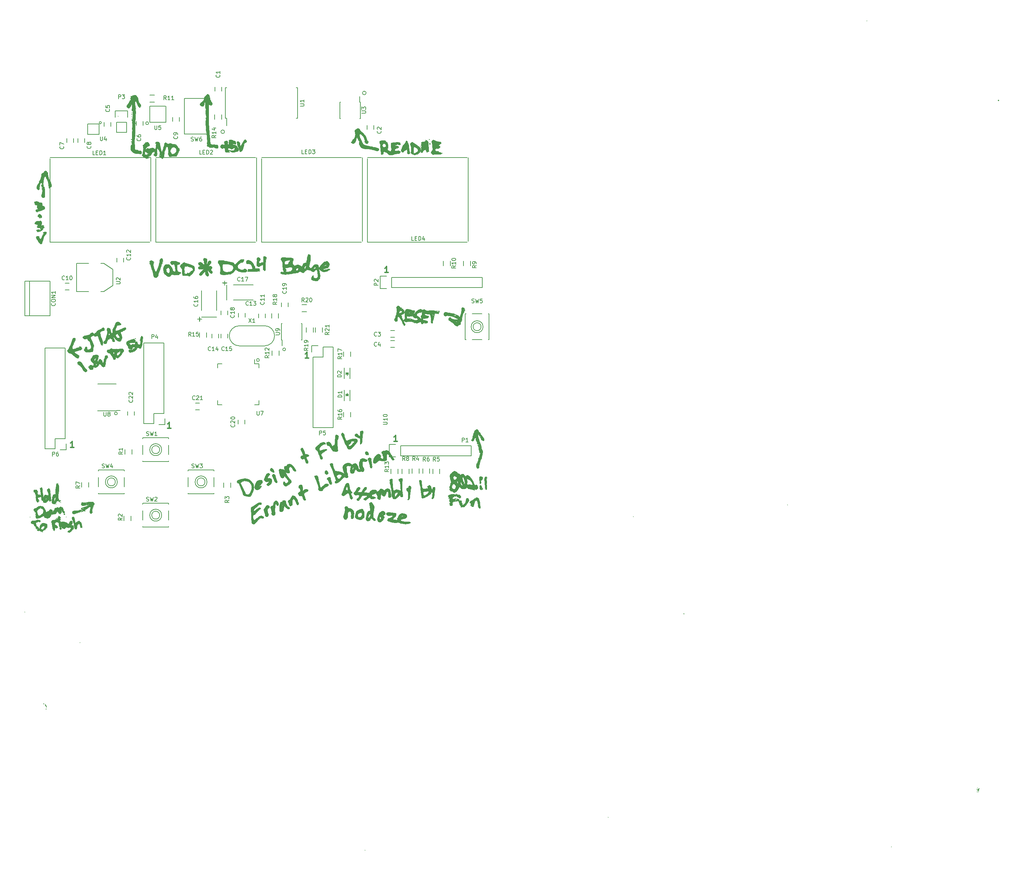
<source format=gto>
G04 #@! TF.FileFunction,Legend,Top*
%FSLAX46Y46*%
G04 Gerber Fmt 4.6, Leading zero omitted, Abs format (unit mm)*
G04 Created by KiCad (PCBNEW 4.0.2+dfsg1-2~bpo8+1-stable) date Tue 05 Jul 2016 08:57:00 AM CDT*
%MOMM*%
G01*
G04 APERTURE LIST*
%ADD10C,0.100000*%
%ADD11C,0.200000*%
%ADD12C,0.300000*%
%ADD13C,0.010000*%
%ADD14C,0.150000*%
G04 APERTURE END LIST*
D10*
D11*
X65608905Y-32893000D02*
G75*
G03X65608905Y-32893000I-457905J0D01*
G01*
X101295905Y-23114000D02*
G75*
G03X101295905Y-23114000I-457905J0D01*
G01*
X81004210Y-87757000D02*
G75*
G03X81004210Y-87757000I-359210J0D01*
G01*
X38586210Y-103886000D02*
G75*
G03X38586210Y-103886000I-359210J0D01*
G01*
X74400210Y-90424000D02*
G75*
G03X74400210Y-90424000I-359210J0D01*
G01*
X46460210Y-30734000D02*
G75*
G03X46460210Y-30734000I-359210J0D01*
G01*
X34573981Y-30607000D02*
G75*
G03X34573981Y-30607000I-283981J0D01*
G01*
D12*
X109140572Y-110914571D02*
X108283429Y-110914571D01*
X108712001Y-110914571D02*
X108712001Y-109414571D01*
X108569144Y-109628857D01*
X108426286Y-109771714D01*
X108283429Y-109843143D01*
X106854572Y-68369571D02*
X105997429Y-68369571D01*
X106426001Y-68369571D02*
X106426001Y-66869571D01*
X106283144Y-67083857D01*
X106140286Y-67226714D01*
X105997429Y-67298143D01*
X86788572Y-89959571D02*
X85931429Y-89959571D01*
X86360001Y-89959571D02*
X86360001Y-88459571D01*
X86217144Y-88673857D01*
X86074286Y-88816714D01*
X85931429Y-88888143D01*
X52117572Y-107612571D02*
X51260429Y-107612571D01*
X51689001Y-107612571D02*
X51689001Y-106112571D01*
X51546144Y-106326857D01*
X51403286Y-106469714D01*
X51260429Y-106541143D01*
X27606572Y-112438571D02*
X26749429Y-112438571D01*
X27178001Y-112438571D02*
X27178001Y-110938571D01*
X27035144Y-111152857D01*
X26892286Y-111295714D01*
X26749429Y-111367143D01*
D13*
G36*
X101007333Y-213952667D02*
X100965000Y-213995000D01*
X100922667Y-213952667D01*
X100965000Y-213910333D01*
X101007333Y-213952667D01*
X101007333Y-213952667D01*
G37*
X101007333Y-213952667D02*
X100965000Y-213995000D01*
X100922667Y-213952667D01*
X100965000Y-213910333D01*
X101007333Y-213952667D01*
G36*
X233736444Y-213091889D02*
X233724822Y-213142223D01*
X233680000Y-213148333D01*
X233610310Y-213117355D01*
X233623555Y-213091889D01*
X233724035Y-213081756D01*
X233736444Y-213091889D01*
X233736444Y-213091889D01*
G37*
X233736444Y-213091889D02*
X233724822Y-213142223D01*
X233680000Y-213148333D01*
X233610310Y-213117355D01*
X233623555Y-213091889D01*
X233724035Y-213081756D01*
X233736444Y-213091889D01*
G36*
X162306000Y-205655333D02*
X162263667Y-205697667D01*
X162221333Y-205655333D01*
X162263667Y-205613000D01*
X162306000Y-205655333D01*
X162306000Y-205655333D01*
G37*
X162306000Y-205655333D02*
X162263667Y-205697667D01*
X162221333Y-205655333D01*
X162263667Y-205613000D01*
X162306000Y-205655333D01*
G36*
X255354667Y-199305333D02*
X255312333Y-199347667D01*
X255270000Y-199305333D01*
X255312333Y-199263000D01*
X255354667Y-199305333D01*
X255354667Y-199305333D01*
G37*
X255354667Y-199305333D02*
X255312333Y-199347667D01*
X255270000Y-199305333D01*
X255312333Y-199263000D01*
X255354667Y-199305333D01*
G36*
X255724745Y-198817662D02*
X255682703Y-199141201D01*
X255648357Y-199305326D01*
X255623415Y-199307359D01*
X255609582Y-199144619D01*
X255607370Y-199001944D01*
X255596679Y-198781716D01*
X255563554Y-198715910D01*
X255524000Y-198755000D01*
X255455539Y-198823887D01*
X255440630Y-198776167D01*
X255494976Y-198642955D01*
X255609505Y-198500162D01*
X255779676Y-198329990D01*
X255724745Y-198817662D01*
X255724745Y-198817662D01*
G37*
X255724745Y-198817662D02*
X255682703Y-199141201D01*
X255648357Y-199305326D01*
X255623415Y-199307359D01*
X255609582Y-199144619D01*
X255607370Y-199001944D01*
X255596679Y-198781716D01*
X255563554Y-198715910D01*
X255524000Y-198755000D01*
X255455539Y-198823887D01*
X255440630Y-198776167D01*
X255494976Y-198642955D01*
X255609505Y-198500162D01*
X255779676Y-198329990D01*
X255724745Y-198817662D01*
G36*
X255411111Y-199037222D02*
X255399489Y-199087556D01*
X255354667Y-199093667D01*
X255284976Y-199062688D01*
X255298222Y-199037222D01*
X255398702Y-199027089D01*
X255411111Y-199037222D01*
X255411111Y-199037222D01*
G37*
X255411111Y-199037222D02*
X255399489Y-199087556D01*
X255354667Y-199093667D01*
X255284976Y-199062688D01*
X255298222Y-199037222D01*
X255398702Y-199027089D01*
X255411111Y-199037222D01*
G36*
X255269355Y-198636816D02*
X255280506Y-198647755D01*
X255347383Y-198758763D01*
X255338315Y-198799574D01*
X255275334Y-198774165D01*
X255233110Y-198695151D01*
X255207332Y-198596237D01*
X255269355Y-198636816D01*
X255269355Y-198636816D01*
G37*
X255269355Y-198636816D02*
X255280506Y-198647755D01*
X255347383Y-198758763D01*
X255338315Y-198799574D01*
X255275334Y-198774165D01*
X255233110Y-198695151D01*
X255207332Y-198596237D01*
X255269355Y-198636816D01*
G36*
X255411111Y-198275222D02*
X255399489Y-198325556D01*
X255354667Y-198331667D01*
X255284976Y-198300688D01*
X255298222Y-198275222D01*
X255398702Y-198265089D01*
X255411111Y-198275222D01*
X255411111Y-198275222D01*
G37*
X255411111Y-198275222D02*
X255399489Y-198325556D01*
X255354667Y-198331667D01*
X255284976Y-198300688D01*
X255298222Y-198275222D01*
X255398702Y-198265089D01*
X255411111Y-198275222D01*
G36*
X20700400Y-178351303D02*
X20609844Y-178421489D01*
X20512799Y-178433267D01*
X20489333Y-178401725D01*
X20555746Y-178347348D01*
X20620731Y-178318028D01*
X20708130Y-178312111D01*
X20700400Y-178351303D01*
X20700400Y-178351303D01*
G37*
X20700400Y-178351303D02*
X20609844Y-178421489D01*
X20512799Y-178433267D01*
X20489333Y-178401725D01*
X20555746Y-178347348D01*
X20620731Y-178318028D01*
X20708130Y-178312111D01*
X20700400Y-178351303D01*
G36*
X20445551Y-177248464D02*
X20528515Y-177367387D01*
X20618796Y-177563413D01*
X20692799Y-177773299D01*
X20726930Y-177933806D01*
X20718490Y-177980065D01*
X20668782Y-177926785D01*
X20566371Y-177768671D01*
X20509118Y-177671719D01*
X20373474Y-177408943D01*
X20320930Y-177244316D01*
X20353905Y-177193951D01*
X20445551Y-177248464D01*
X20445551Y-177248464D01*
G37*
X20445551Y-177248464D02*
X20528515Y-177367387D01*
X20618796Y-177563413D01*
X20692799Y-177773299D01*
X20726930Y-177933806D01*
X20718490Y-177980065D01*
X20668782Y-177926785D01*
X20566371Y-177768671D01*
X20509118Y-177671719D01*
X20373474Y-177408943D01*
X20320930Y-177244316D01*
X20353905Y-177193951D01*
X20445551Y-177248464D01*
G36*
X20063540Y-177060096D02*
X20066000Y-177080333D01*
X20001571Y-177162540D01*
X19981333Y-177165000D01*
X19899127Y-177100571D01*
X19896667Y-177080333D01*
X19961096Y-176998127D01*
X19981333Y-176995667D01*
X20063540Y-177060096D01*
X20063540Y-177060096D01*
G37*
X20063540Y-177060096D02*
X20066000Y-177080333D01*
X20001571Y-177162540D01*
X19981333Y-177165000D01*
X19899127Y-177100571D01*
X19896667Y-177080333D01*
X19961096Y-176998127D01*
X19981333Y-176995667D01*
X20063540Y-177060096D01*
G36*
X29181778Y-161614555D02*
X29170155Y-161664890D01*
X29125333Y-161671000D01*
X29055643Y-161640022D01*
X29068889Y-161614555D01*
X29169368Y-161604422D01*
X29181778Y-161614555D01*
X29181778Y-161614555D01*
G37*
X29181778Y-161614555D02*
X29170155Y-161664890D01*
X29125333Y-161671000D01*
X29055643Y-161640022D01*
X29068889Y-161614555D01*
X29169368Y-161604422D01*
X29181778Y-161614555D01*
G36*
X181438206Y-154369429D02*
X181440667Y-154389667D01*
X181376237Y-154471873D01*
X181356000Y-154474333D01*
X181273793Y-154409904D01*
X181271333Y-154389667D01*
X181335762Y-154307460D01*
X181356000Y-154305000D01*
X181438206Y-154369429D01*
X181438206Y-154369429D01*
G37*
X181438206Y-154369429D02*
X181440667Y-154389667D01*
X181376237Y-154471873D01*
X181356000Y-154474333D01*
X181273793Y-154409904D01*
X181271333Y-154389667D01*
X181335762Y-154307460D01*
X181356000Y-154305000D01*
X181438206Y-154369429D01*
G36*
X15240000Y-153924000D02*
X15197667Y-153966333D01*
X15155333Y-153924000D01*
X15197667Y-153881667D01*
X15240000Y-153924000D01*
X15240000Y-153924000D01*
G37*
X15240000Y-153924000D02*
X15197667Y-153966333D01*
X15155333Y-153924000D01*
X15197667Y-153881667D01*
X15240000Y-153924000D01*
G36*
X23806091Y-129759565D02*
X23959046Y-129832950D01*
X24024167Y-129850640D01*
X24051023Y-129896697D01*
X24051347Y-129899833D01*
X24120773Y-129991718D01*
X24178347Y-130031040D01*
X24289210Y-130141377D01*
X24261297Y-130233729D01*
X24155400Y-130259667D01*
X24062001Y-130282592D01*
X24113066Y-130361266D01*
X24182398Y-130485548D01*
X24216444Y-130641539D01*
X24203001Y-130752681D01*
X24177845Y-130767667D01*
X24080112Y-130740817D01*
X23923845Y-130685095D01*
X23750514Y-130630208D01*
X23724002Y-130650616D01*
X23841905Y-130741579D01*
X24003000Y-130841115D01*
X24202115Y-130984959D01*
X24285754Y-131142696D01*
X24299333Y-131310148D01*
X24319272Y-131520342D01*
X24368028Y-131645363D01*
X24375550Y-131651444D01*
X24423252Y-131613454D01*
X24427414Y-131557889D01*
X25428222Y-131557889D01*
X25439844Y-131608223D01*
X25484667Y-131614333D01*
X25554357Y-131583355D01*
X25541111Y-131557889D01*
X25440631Y-131547756D01*
X25428222Y-131557889D01*
X24427414Y-131557889D01*
X24434965Y-131457107D01*
X24434198Y-131444774D01*
X24442520Y-131263915D01*
X24529920Y-131194628D01*
X24633148Y-131184522D01*
X24862609Y-131168293D01*
X24997833Y-131149680D01*
X25121926Y-131163336D01*
X25146000Y-131203488D01*
X25198188Y-131247319D01*
X25229729Y-131233913D01*
X25357084Y-131234891D01*
X25562820Y-131302656D01*
X25784931Y-131409311D01*
X25961411Y-131526957D01*
X26018040Y-131588598D01*
X26151210Y-131693220D01*
X26299415Y-131650686D01*
X26421217Y-131473478D01*
X26423988Y-131466321D01*
X26537823Y-131238338D01*
X26646682Y-131085321D01*
X26798244Y-130978215D01*
X26961604Y-130938604D01*
X27074828Y-130974622D01*
X27093333Y-131026663D01*
X27145181Y-131077278D01*
X27177838Y-131064100D01*
X27225300Y-131100185D01*
X27226559Y-131285230D01*
X27217646Y-131367607D01*
X27172532Y-131651383D01*
X27117059Y-131796063D01*
X27034069Y-131831747D01*
X26963622Y-131813244D01*
X26856404Y-131808276D01*
X26839994Y-131838108D01*
X26910390Y-131924225D01*
X27070159Y-132015443D01*
X27244135Y-132076855D01*
X27353130Y-132076417D01*
X27426649Y-132112331D01*
X27485242Y-132226937D01*
X27549902Y-132453931D01*
X27546523Y-132610094D01*
X27492659Y-132746384D01*
X27456887Y-132856376D01*
X27507250Y-132847820D01*
X27564546Y-132851511D01*
X27548972Y-132922269D01*
X27431843Y-133033708D01*
X27340932Y-133053667D01*
X27226655Y-133097825D01*
X27232049Y-133180667D01*
X27220414Y-133280564D01*
X27081225Y-133308963D01*
X26953705Y-133323124D01*
X26980722Y-133372124D01*
X27004369Y-133387886D01*
X27057376Y-133456101D01*
X26983962Y-133540529D01*
X26856738Y-133619423D01*
X26679660Y-133735756D01*
X26588960Y-133825664D01*
X26585868Y-133836833D01*
X26564537Y-133883658D01*
X26472260Y-133881648D01*
X26264823Y-133829372D01*
X26252944Y-133826058D01*
X26146963Y-133773333D01*
X26416000Y-133773333D01*
X26458333Y-133815667D01*
X26500667Y-133773333D01*
X26458333Y-133731000D01*
X26416000Y-133773333D01*
X26146963Y-133773333D01*
X26060301Y-133730220D01*
X26049029Y-133688667D01*
X26246667Y-133688667D01*
X26289000Y-133731000D01*
X26331333Y-133688667D01*
X26289000Y-133646333D01*
X26246667Y-133688667D01*
X26049029Y-133688667D01*
X26027116Y-133607897D01*
X26157715Y-133479739D01*
X26178022Y-133468425D01*
X26331027Y-133396448D01*
X26396626Y-133381230D01*
X26477799Y-133359191D01*
X26565959Y-133313445D01*
X26650641Y-133245024D01*
X26632651Y-133225574D01*
X26622000Y-133182451D01*
X26687602Y-133117167D01*
X26822695Y-132949219D01*
X26876637Y-132827719D01*
X26866375Y-132668315D01*
X26727219Y-132600139D01*
X26476906Y-132629728D01*
X26401140Y-132652473D01*
X26163541Y-132676281D01*
X25953997Y-132582615D01*
X25794702Y-132491622D01*
X25711500Y-132469502D01*
X25710399Y-132470698D01*
X25653734Y-132558581D01*
X25551988Y-132720551D01*
X25376664Y-132893689D01*
X25166596Y-132932218D01*
X24965697Y-132890797D01*
X24756903Y-132795199D01*
X24589854Y-132676403D01*
X24514190Y-132565385D01*
X24521066Y-132529378D01*
X24493225Y-132469872D01*
X24436351Y-132461000D01*
X24357283Y-132481729D01*
X24371664Y-132573917D01*
X24424654Y-132683201D01*
X24503425Y-132923464D01*
X24444572Y-133069714D01*
X24259110Y-133117167D01*
X24074481Y-133051936D01*
X24012267Y-132937250D01*
X24011838Y-132926667D01*
X24214667Y-132926667D01*
X24257000Y-132969000D01*
X24299333Y-132926667D01*
X24257000Y-132884333D01*
X24214667Y-132926667D01*
X24011838Y-132926667D01*
X24006078Y-132784643D01*
X24045301Y-132729842D01*
X24061236Y-132650176D01*
X23989687Y-132495017D01*
X23984108Y-132486383D01*
X23881912Y-132249333D01*
X24384000Y-132249333D01*
X24426333Y-132291667D01*
X24468667Y-132249333D01*
X24426333Y-132207000D01*
X24384000Y-132249333D01*
X23881912Y-132249333D01*
X23881539Y-132248468D01*
X23829244Y-131972077D01*
X23828811Y-131963541D01*
X23822222Y-131910667D01*
X25230667Y-131910667D01*
X25273000Y-131953000D01*
X25315333Y-131910667D01*
X25273000Y-131868333D01*
X25230667Y-131910667D01*
X23822222Y-131910667D01*
X23811670Y-131826000D01*
X24384000Y-131826000D01*
X24426333Y-131868333D01*
X24468667Y-131826000D01*
X24426333Y-131783667D01*
X24384000Y-131826000D01*
X23811670Y-131826000D01*
X23794667Y-131689581D01*
X23731200Y-131451227D01*
X23728707Y-131445000D01*
X23639818Y-131302425D01*
X23491407Y-131246454D01*
X23319279Y-131242156D01*
X23097326Y-131266860D01*
X22975367Y-131356530D01*
X22892191Y-131538490D01*
X22810180Y-131779868D01*
X22794394Y-131902980D01*
X22849851Y-131947438D01*
X22944667Y-131953000D01*
X23081923Y-132004742D01*
X23114000Y-132077343D01*
X23167787Y-132161939D01*
X23255699Y-132147310D01*
X23355299Y-132135549D01*
X23340532Y-132241111D01*
X23339405Y-132244061D01*
X23324136Y-132353017D01*
X23402366Y-132348773D01*
X23525205Y-132355731D01*
X23567939Y-132458971D01*
X23517817Y-132599416D01*
X23468123Y-132653466D01*
X23309244Y-132742822D01*
X23144546Y-132773060D01*
X23039766Y-132736677D01*
X23029333Y-132703546D01*
X22966531Y-132669514D01*
X22899810Y-132685350D01*
X22810141Y-132794177D01*
X22824214Y-132904963D01*
X22838241Y-133023493D01*
X22784404Y-133016939D01*
X22700032Y-133015506D01*
X22690667Y-133048670D01*
X22755611Y-133134846D01*
X22780330Y-133138333D01*
X22830896Y-133190203D01*
X22817667Y-133223000D01*
X22721421Y-133300200D01*
X22581309Y-133255108D01*
X22391953Y-133101210D01*
X22229086Y-132886313D01*
X22185296Y-132699043D01*
X22189582Y-132588000D01*
X23283333Y-132588000D01*
X23325667Y-132630333D01*
X23368000Y-132588000D01*
X23325667Y-132545667D01*
X23283333Y-132588000D01*
X22189582Y-132588000D01*
X22191866Y-132528862D01*
X22185522Y-132461000D01*
X22163372Y-132339949D01*
X22127320Y-132063625D01*
X22079083Y-131645366D01*
X22070990Y-131572000D01*
X22026588Y-131329588D01*
X21972131Y-131157590D01*
X21972971Y-130986920D01*
X22105464Y-130847532D01*
X22331943Y-130772613D01*
X22414720Y-130767667D01*
X22632089Y-130728580D01*
X22857261Y-130640667D01*
X23114000Y-130640667D01*
X23156333Y-130683000D01*
X23198667Y-130640667D01*
X23156333Y-130598333D01*
X23114000Y-130640667D01*
X22857261Y-130640667D01*
X22868436Y-130636304D01*
X23085345Y-130558174D01*
X23261784Y-130549318D01*
X23267594Y-130551004D01*
X23400331Y-130531618D01*
X23518271Y-130431417D01*
X23576323Y-130306456D01*
X23536442Y-130216783D01*
X23512103Y-130122859D01*
X23559343Y-130052411D01*
X23681247Y-129976857D01*
X23736280Y-129982437D01*
X23757006Y-129954601D01*
X23708705Y-129840142D01*
X23648977Y-129712132D01*
X23694028Y-129703146D01*
X23806091Y-129759565D01*
X23806091Y-129759565D01*
G37*
X23806091Y-129759565D02*
X23959046Y-129832950D01*
X24024167Y-129850640D01*
X24051023Y-129896697D01*
X24051347Y-129899833D01*
X24120773Y-129991718D01*
X24178347Y-130031040D01*
X24289210Y-130141377D01*
X24261297Y-130233729D01*
X24155400Y-130259667D01*
X24062001Y-130282592D01*
X24113066Y-130361266D01*
X24182398Y-130485548D01*
X24216444Y-130641539D01*
X24203001Y-130752681D01*
X24177845Y-130767667D01*
X24080112Y-130740817D01*
X23923845Y-130685095D01*
X23750514Y-130630208D01*
X23724002Y-130650616D01*
X23841905Y-130741579D01*
X24003000Y-130841115D01*
X24202115Y-130984959D01*
X24285754Y-131142696D01*
X24299333Y-131310148D01*
X24319272Y-131520342D01*
X24368028Y-131645363D01*
X24375550Y-131651444D01*
X24423252Y-131613454D01*
X24427414Y-131557889D01*
X25428222Y-131557889D01*
X25439844Y-131608223D01*
X25484667Y-131614333D01*
X25554357Y-131583355D01*
X25541111Y-131557889D01*
X25440631Y-131547756D01*
X25428222Y-131557889D01*
X24427414Y-131557889D01*
X24434965Y-131457107D01*
X24434198Y-131444774D01*
X24442520Y-131263915D01*
X24529920Y-131194628D01*
X24633148Y-131184522D01*
X24862609Y-131168293D01*
X24997833Y-131149680D01*
X25121926Y-131163336D01*
X25146000Y-131203488D01*
X25198188Y-131247319D01*
X25229729Y-131233913D01*
X25357084Y-131234891D01*
X25562820Y-131302656D01*
X25784931Y-131409311D01*
X25961411Y-131526957D01*
X26018040Y-131588598D01*
X26151210Y-131693220D01*
X26299415Y-131650686D01*
X26421217Y-131473478D01*
X26423988Y-131466321D01*
X26537823Y-131238338D01*
X26646682Y-131085321D01*
X26798244Y-130978215D01*
X26961604Y-130938604D01*
X27074828Y-130974622D01*
X27093333Y-131026663D01*
X27145181Y-131077278D01*
X27177838Y-131064100D01*
X27225300Y-131100185D01*
X27226559Y-131285230D01*
X27217646Y-131367607D01*
X27172532Y-131651383D01*
X27117059Y-131796063D01*
X27034069Y-131831747D01*
X26963622Y-131813244D01*
X26856404Y-131808276D01*
X26839994Y-131838108D01*
X26910390Y-131924225D01*
X27070159Y-132015443D01*
X27244135Y-132076855D01*
X27353130Y-132076417D01*
X27426649Y-132112331D01*
X27485242Y-132226937D01*
X27549902Y-132453931D01*
X27546523Y-132610094D01*
X27492659Y-132746384D01*
X27456887Y-132856376D01*
X27507250Y-132847820D01*
X27564546Y-132851511D01*
X27548972Y-132922269D01*
X27431843Y-133033708D01*
X27340932Y-133053667D01*
X27226655Y-133097825D01*
X27232049Y-133180667D01*
X27220414Y-133280564D01*
X27081225Y-133308963D01*
X26953705Y-133323124D01*
X26980722Y-133372124D01*
X27004369Y-133387886D01*
X27057376Y-133456101D01*
X26983962Y-133540529D01*
X26856738Y-133619423D01*
X26679660Y-133735756D01*
X26588960Y-133825664D01*
X26585868Y-133836833D01*
X26564537Y-133883658D01*
X26472260Y-133881648D01*
X26264823Y-133829372D01*
X26252944Y-133826058D01*
X26146963Y-133773333D01*
X26416000Y-133773333D01*
X26458333Y-133815667D01*
X26500667Y-133773333D01*
X26458333Y-133731000D01*
X26416000Y-133773333D01*
X26146963Y-133773333D01*
X26060301Y-133730220D01*
X26049029Y-133688667D01*
X26246667Y-133688667D01*
X26289000Y-133731000D01*
X26331333Y-133688667D01*
X26289000Y-133646333D01*
X26246667Y-133688667D01*
X26049029Y-133688667D01*
X26027116Y-133607897D01*
X26157715Y-133479739D01*
X26178022Y-133468425D01*
X26331027Y-133396448D01*
X26396626Y-133381230D01*
X26477799Y-133359191D01*
X26565959Y-133313445D01*
X26650641Y-133245024D01*
X26632651Y-133225574D01*
X26622000Y-133182451D01*
X26687602Y-133117167D01*
X26822695Y-132949219D01*
X26876637Y-132827719D01*
X26866375Y-132668315D01*
X26727219Y-132600139D01*
X26476906Y-132629728D01*
X26401140Y-132652473D01*
X26163541Y-132676281D01*
X25953997Y-132582615D01*
X25794702Y-132491622D01*
X25711500Y-132469502D01*
X25710399Y-132470698D01*
X25653734Y-132558581D01*
X25551988Y-132720551D01*
X25376664Y-132893689D01*
X25166596Y-132932218D01*
X24965697Y-132890797D01*
X24756903Y-132795199D01*
X24589854Y-132676403D01*
X24514190Y-132565385D01*
X24521066Y-132529378D01*
X24493225Y-132469872D01*
X24436351Y-132461000D01*
X24357283Y-132481729D01*
X24371664Y-132573917D01*
X24424654Y-132683201D01*
X24503425Y-132923464D01*
X24444572Y-133069714D01*
X24259110Y-133117167D01*
X24074481Y-133051936D01*
X24012267Y-132937250D01*
X24011838Y-132926667D01*
X24214667Y-132926667D01*
X24257000Y-132969000D01*
X24299333Y-132926667D01*
X24257000Y-132884333D01*
X24214667Y-132926667D01*
X24011838Y-132926667D01*
X24006078Y-132784643D01*
X24045301Y-132729842D01*
X24061236Y-132650176D01*
X23989687Y-132495017D01*
X23984108Y-132486383D01*
X23881912Y-132249333D01*
X24384000Y-132249333D01*
X24426333Y-132291667D01*
X24468667Y-132249333D01*
X24426333Y-132207000D01*
X24384000Y-132249333D01*
X23881912Y-132249333D01*
X23881539Y-132248468D01*
X23829244Y-131972077D01*
X23828811Y-131963541D01*
X23822222Y-131910667D01*
X25230667Y-131910667D01*
X25273000Y-131953000D01*
X25315333Y-131910667D01*
X25273000Y-131868333D01*
X25230667Y-131910667D01*
X23822222Y-131910667D01*
X23811670Y-131826000D01*
X24384000Y-131826000D01*
X24426333Y-131868333D01*
X24468667Y-131826000D01*
X24426333Y-131783667D01*
X24384000Y-131826000D01*
X23811670Y-131826000D01*
X23794667Y-131689581D01*
X23731200Y-131451227D01*
X23728707Y-131445000D01*
X23639818Y-131302425D01*
X23491407Y-131246454D01*
X23319279Y-131242156D01*
X23097326Y-131266860D01*
X22975367Y-131356530D01*
X22892191Y-131538490D01*
X22810180Y-131779868D01*
X22794394Y-131902980D01*
X22849851Y-131947438D01*
X22944667Y-131953000D01*
X23081923Y-132004742D01*
X23114000Y-132077343D01*
X23167787Y-132161939D01*
X23255699Y-132147310D01*
X23355299Y-132135549D01*
X23340532Y-132241111D01*
X23339405Y-132244061D01*
X23324136Y-132353017D01*
X23402366Y-132348773D01*
X23525205Y-132355731D01*
X23567939Y-132458971D01*
X23517817Y-132599416D01*
X23468123Y-132653466D01*
X23309244Y-132742822D01*
X23144546Y-132773060D01*
X23039766Y-132736677D01*
X23029333Y-132703546D01*
X22966531Y-132669514D01*
X22899810Y-132685350D01*
X22810141Y-132794177D01*
X22824214Y-132904963D01*
X22838241Y-133023493D01*
X22784404Y-133016939D01*
X22700032Y-133015506D01*
X22690667Y-133048670D01*
X22755611Y-133134846D01*
X22780330Y-133138333D01*
X22830896Y-133190203D01*
X22817667Y-133223000D01*
X22721421Y-133300200D01*
X22581309Y-133255108D01*
X22391953Y-133101210D01*
X22229086Y-132886313D01*
X22185296Y-132699043D01*
X22189582Y-132588000D01*
X23283333Y-132588000D01*
X23325667Y-132630333D01*
X23368000Y-132588000D01*
X23325667Y-132545667D01*
X23283333Y-132588000D01*
X22189582Y-132588000D01*
X22191866Y-132528862D01*
X22185522Y-132461000D01*
X22163372Y-132339949D01*
X22127320Y-132063625D01*
X22079083Y-131645366D01*
X22070990Y-131572000D01*
X22026588Y-131329588D01*
X21972131Y-131157590D01*
X21972971Y-130986920D01*
X22105464Y-130847532D01*
X22331943Y-130772613D01*
X22414720Y-130767667D01*
X22632089Y-130728580D01*
X22857261Y-130640667D01*
X23114000Y-130640667D01*
X23156333Y-130683000D01*
X23198667Y-130640667D01*
X23156333Y-130598333D01*
X23114000Y-130640667D01*
X22857261Y-130640667D01*
X22868436Y-130636304D01*
X23085345Y-130558174D01*
X23261784Y-130549318D01*
X23267594Y-130551004D01*
X23400331Y-130531618D01*
X23518271Y-130431417D01*
X23576323Y-130306456D01*
X23536442Y-130216783D01*
X23512103Y-130122859D01*
X23559343Y-130052411D01*
X23681247Y-129976857D01*
X23736280Y-129982437D01*
X23757006Y-129954601D01*
X23708705Y-129840142D01*
X23648977Y-129712132D01*
X23694028Y-129703146D01*
X23806091Y-129759565D01*
G36*
X18778676Y-130709968D02*
X19007559Y-130783023D01*
X19177668Y-130916715D01*
X19202043Y-131058190D01*
X19114090Y-131192359D01*
X18953360Y-131237113D01*
X18800293Y-131175139D01*
X18778359Y-131149374D01*
X18678685Y-131122732D01*
X18613259Y-131170541D01*
X18447111Y-131256222D01*
X18317607Y-131275667D01*
X18116568Y-131344686D01*
X18014363Y-131520136D01*
X18037043Y-131749338D01*
X18073070Y-131913284D01*
X18056817Y-131986628D01*
X18072611Y-132032786D01*
X18113614Y-132037667D01*
X18182876Y-132097900D01*
X18171675Y-132167377D01*
X18198658Y-132298104D01*
X18331950Y-132376948D01*
X18498534Y-132460526D01*
X18533362Y-132517456D01*
X18432123Y-132520537D01*
X18351500Y-132500282D01*
X18220170Y-132465759D01*
X18236414Y-132499173D01*
X18326786Y-132569824D01*
X18501495Y-132650199D01*
X18616652Y-132648549D01*
X18702831Y-132650149D01*
X18689557Y-132734292D01*
X18707299Y-132862333D01*
X18801858Y-132910397D01*
X18939300Y-132904527D01*
X18978229Y-132855240D01*
X19002509Y-132705841D01*
X19281516Y-132705841D01*
X19283949Y-132810364D01*
X19328928Y-132917096D01*
X19478471Y-133098966D01*
X19672082Y-133126135D01*
X19888975Y-133000322D01*
X20015472Y-132860269D01*
X20169910Y-132597790D01*
X20211387Y-132382848D01*
X20140332Y-132244035D01*
X20005649Y-132207000D01*
X19855370Y-132238421D01*
X19812000Y-132291667D01*
X19746912Y-132373080D01*
X19722336Y-132376333D01*
X19676771Y-132321620D01*
X19696256Y-132270500D01*
X19703149Y-132223214D01*
X19612733Y-132284065D01*
X19511954Y-132419881D01*
X19505955Y-132508555D01*
X19471632Y-132611615D01*
X19386569Y-132655414D01*
X19281516Y-132705841D01*
X19002509Y-132705841D01*
X19005144Y-132689628D01*
X19008506Y-132672667D01*
X19033453Y-132541953D01*
X19075051Y-132316285D01*
X19091282Y-132227018D01*
X19157015Y-131981553D01*
X19259548Y-131855750D01*
X19334341Y-131826000D01*
X20066000Y-131826000D01*
X20108333Y-131868333D01*
X20150667Y-131826000D01*
X20108333Y-131783667D01*
X20066000Y-131826000D01*
X19334341Y-131826000D01*
X19365383Y-131813653D01*
X19498089Y-131756280D01*
X19470191Y-131697058D01*
X19444875Y-131632104D01*
X19548979Y-131572740D01*
X19742706Y-131530699D01*
X19986254Y-131517711D01*
X20066000Y-131521444D01*
X20355304Y-131581101D01*
X20613618Y-131687698D01*
X20771976Y-131802331D01*
X20849350Y-131948305D01*
X20877250Y-132190204D01*
X20878861Y-132231326D01*
X20872087Y-132492624D01*
X20823563Y-132613953D01*
X20775743Y-132630333D01*
X20671081Y-132697933D01*
X20658667Y-132752532D01*
X20595110Y-132890353D01*
X20480155Y-132999766D01*
X20366096Y-133123484D01*
X20358151Y-133216234D01*
X20357598Y-133299024D01*
X20324997Y-133307667D01*
X20238779Y-133246206D01*
X20235333Y-133223000D01*
X20184095Y-133208050D01*
X20072068Y-133286500D01*
X19828727Y-133498949D01*
X19672558Y-133611579D01*
X19572973Y-133646253D01*
X19568629Y-133646333D01*
X19457479Y-133701246D01*
X19451932Y-133709833D01*
X19434468Y-133707951D01*
X19442219Y-133667500D01*
X19392391Y-133584615D01*
X19268068Y-133561667D01*
X19091248Y-133508266D01*
X19013949Y-133420509D01*
X18944799Y-133329661D01*
X18860958Y-133378175D01*
X18693038Y-133466816D01*
X18510964Y-133460603D01*
X18369827Y-133378770D01*
X18332803Y-133265333D01*
X19727333Y-133265333D01*
X19769667Y-133307667D01*
X19812000Y-133265333D01*
X19769667Y-133223000D01*
X19727333Y-133265333D01*
X18332803Y-133265333D01*
X18324714Y-133240552D01*
X18336524Y-133195064D01*
X18452104Y-133069404D01*
X18529892Y-133046031D01*
X18551796Y-133022311D01*
X18435807Y-132972544D01*
X18377050Y-132954594D01*
X18109445Y-132842000D01*
X18372667Y-132842000D01*
X18415000Y-132884333D01*
X18457333Y-132842000D01*
X18415000Y-132799667D01*
X18372667Y-132842000D01*
X18109445Y-132842000D01*
X18101530Y-132838670D01*
X17973423Y-132715000D01*
X18203333Y-132715000D01*
X18234311Y-132784690D01*
X18259778Y-132771444D01*
X18269911Y-132670965D01*
X18259778Y-132658555D01*
X18209443Y-132670178D01*
X18203333Y-132715000D01*
X17973423Y-132715000D01*
X17954374Y-132696611D01*
X17950816Y-132548836D01*
X18016739Y-132471585D01*
X18107719Y-132388382D01*
X18054130Y-132381623D01*
X17973445Y-132399389D01*
X17805919Y-132389587D01*
X17734906Y-132282970D01*
X17656518Y-132150750D01*
X17599964Y-132122333D01*
X17549739Y-132073790D01*
X17558515Y-132053552D01*
X17538895Y-131946454D01*
X17431198Y-131790213D01*
X17282518Y-131637677D01*
X17139950Y-131541695D01*
X17092816Y-131530963D01*
X17024995Y-131549036D01*
X17102667Y-131614333D01*
X17184483Y-131680303D01*
X17114625Y-131697387D01*
X17094622Y-131697703D01*
X16900039Y-131626827D01*
X16773965Y-131453471D01*
X16760448Y-131242711D01*
X16769007Y-131216607D01*
X16906820Y-131064303D01*
X17158915Y-130947180D01*
X17471281Y-130881664D01*
X17789908Y-130884180D01*
X17836920Y-130891817D01*
X18051725Y-130908180D01*
X18156919Y-130843689D01*
X18171164Y-130814044D01*
X18176217Y-130810000D01*
X18711333Y-130810000D01*
X18753667Y-130852333D01*
X18796000Y-130810000D01*
X18753667Y-130767667D01*
X18711333Y-130810000D01*
X18176217Y-130810000D01*
X18288720Y-130719976D01*
X18509885Y-130684592D01*
X18778676Y-130709968D01*
X18778676Y-130709968D01*
G37*
X18778676Y-130709968D02*
X19007559Y-130783023D01*
X19177668Y-130916715D01*
X19202043Y-131058190D01*
X19114090Y-131192359D01*
X18953360Y-131237113D01*
X18800293Y-131175139D01*
X18778359Y-131149374D01*
X18678685Y-131122732D01*
X18613259Y-131170541D01*
X18447111Y-131256222D01*
X18317607Y-131275667D01*
X18116568Y-131344686D01*
X18014363Y-131520136D01*
X18037043Y-131749338D01*
X18073070Y-131913284D01*
X18056817Y-131986628D01*
X18072611Y-132032786D01*
X18113614Y-132037667D01*
X18182876Y-132097900D01*
X18171675Y-132167377D01*
X18198658Y-132298104D01*
X18331950Y-132376948D01*
X18498534Y-132460526D01*
X18533362Y-132517456D01*
X18432123Y-132520537D01*
X18351500Y-132500282D01*
X18220170Y-132465759D01*
X18236414Y-132499173D01*
X18326786Y-132569824D01*
X18501495Y-132650199D01*
X18616652Y-132648549D01*
X18702831Y-132650149D01*
X18689557Y-132734292D01*
X18707299Y-132862333D01*
X18801858Y-132910397D01*
X18939300Y-132904527D01*
X18978229Y-132855240D01*
X19002509Y-132705841D01*
X19281516Y-132705841D01*
X19283949Y-132810364D01*
X19328928Y-132917096D01*
X19478471Y-133098966D01*
X19672082Y-133126135D01*
X19888975Y-133000322D01*
X20015472Y-132860269D01*
X20169910Y-132597790D01*
X20211387Y-132382848D01*
X20140332Y-132244035D01*
X20005649Y-132207000D01*
X19855370Y-132238421D01*
X19812000Y-132291667D01*
X19746912Y-132373080D01*
X19722336Y-132376333D01*
X19676771Y-132321620D01*
X19696256Y-132270500D01*
X19703149Y-132223214D01*
X19612733Y-132284065D01*
X19511954Y-132419881D01*
X19505955Y-132508555D01*
X19471632Y-132611615D01*
X19386569Y-132655414D01*
X19281516Y-132705841D01*
X19002509Y-132705841D01*
X19005144Y-132689628D01*
X19008506Y-132672667D01*
X19033453Y-132541953D01*
X19075051Y-132316285D01*
X19091282Y-132227018D01*
X19157015Y-131981553D01*
X19259548Y-131855750D01*
X19334341Y-131826000D01*
X20066000Y-131826000D01*
X20108333Y-131868333D01*
X20150667Y-131826000D01*
X20108333Y-131783667D01*
X20066000Y-131826000D01*
X19334341Y-131826000D01*
X19365383Y-131813653D01*
X19498089Y-131756280D01*
X19470191Y-131697058D01*
X19444875Y-131632104D01*
X19548979Y-131572740D01*
X19742706Y-131530699D01*
X19986254Y-131517711D01*
X20066000Y-131521444D01*
X20355304Y-131581101D01*
X20613618Y-131687698D01*
X20771976Y-131802331D01*
X20849350Y-131948305D01*
X20877250Y-132190204D01*
X20878861Y-132231326D01*
X20872087Y-132492624D01*
X20823563Y-132613953D01*
X20775743Y-132630333D01*
X20671081Y-132697933D01*
X20658667Y-132752532D01*
X20595110Y-132890353D01*
X20480155Y-132999766D01*
X20366096Y-133123484D01*
X20358151Y-133216234D01*
X20357598Y-133299024D01*
X20324997Y-133307667D01*
X20238779Y-133246206D01*
X20235333Y-133223000D01*
X20184095Y-133208050D01*
X20072068Y-133286500D01*
X19828727Y-133498949D01*
X19672558Y-133611579D01*
X19572973Y-133646253D01*
X19568629Y-133646333D01*
X19457479Y-133701246D01*
X19451932Y-133709833D01*
X19434468Y-133707951D01*
X19442219Y-133667500D01*
X19392391Y-133584615D01*
X19268068Y-133561667D01*
X19091248Y-133508266D01*
X19013949Y-133420509D01*
X18944799Y-133329661D01*
X18860958Y-133378175D01*
X18693038Y-133466816D01*
X18510964Y-133460603D01*
X18369827Y-133378770D01*
X18332803Y-133265333D01*
X19727333Y-133265333D01*
X19769667Y-133307667D01*
X19812000Y-133265333D01*
X19769667Y-133223000D01*
X19727333Y-133265333D01*
X18332803Y-133265333D01*
X18324714Y-133240552D01*
X18336524Y-133195064D01*
X18452104Y-133069404D01*
X18529892Y-133046031D01*
X18551796Y-133022311D01*
X18435807Y-132972544D01*
X18377050Y-132954594D01*
X18109445Y-132842000D01*
X18372667Y-132842000D01*
X18415000Y-132884333D01*
X18457333Y-132842000D01*
X18415000Y-132799667D01*
X18372667Y-132842000D01*
X18109445Y-132842000D01*
X18101530Y-132838670D01*
X17973423Y-132715000D01*
X18203333Y-132715000D01*
X18234311Y-132784690D01*
X18259778Y-132771444D01*
X18269911Y-132670965D01*
X18259778Y-132658555D01*
X18209443Y-132670178D01*
X18203333Y-132715000D01*
X17973423Y-132715000D01*
X17954374Y-132696611D01*
X17950816Y-132548836D01*
X18016739Y-132471585D01*
X18107719Y-132388382D01*
X18054130Y-132381623D01*
X17973445Y-132399389D01*
X17805919Y-132389587D01*
X17734906Y-132282970D01*
X17656518Y-132150750D01*
X17599964Y-132122333D01*
X17549739Y-132073790D01*
X17558515Y-132053552D01*
X17538895Y-131946454D01*
X17431198Y-131790213D01*
X17282518Y-131637677D01*
X17139950Y-131541695D01*
X17092816Y-131530963D01*
X17024995Y-131549036D01*
X17102667Y-131614333D01*
X17184483Y-131680303D01*
X17114625Y-131697387D01*
X17094622Y-131697703D01*
X16900039Y-131626827D01*
X16773965Y-131453471D01*
X16760448Y-131242711D01*
X16769007Y-131216607D01*
X16906820Y-131064303D01*
X17158915Y-130947180D01*
X17471281Y-130881664D01*
X17789908Y-130884180D01*
X17836920Y-130891817D01*
X18051725Y-130908180D01*
X18156919Y-130843689D01*
X18171164Y-130814044D01*
X18176217Y-130810000D01*
X18711333Y-130810000D01*
X18753667Y-130852333D01*
X18796000Y-130810000D01*
X18753667Y-130767667D01*
X18711333Y-130810000D01*
X18176217Y-130810000D01*
X18288720Y-130719976D01*
X18509885Y-130684592D01*
X18778676Y-130709968D01*
G36*
X19727333Y-133773333D02*
X19685000Y-133815667D01*
X19642667Y-133773333D01*
X19685000Y-133731000D01*
X19727333Y-133773333D01*
X19727333Y-133773333D01*
G37*
X19727333Y-133773333D02*
X19685000Y-133815667D01*
X19642667Y-133773333D01*
X19685000Y-133731000D01*
X19727333Y-133773333D01*
G36*
X22690667Y-133434667D02*
X22648333Y-133477000D01*
X22606000Y-133434667D01*
X22648333Y-133392333D01*
X22690667Y-133434667D01*
X22690667Y-133434667D01*
G37*
X22690667Y-133434667D02*
X22648333Y-133477000D01*
X22606000Y-133434667D01*
X22648333Y-133392333D01*
X22690667Y-133434667D01*
G36*
X22521333Y-133350000D02*
X22479000Y-133392333D01*
X22436667Y-133350000D01*
X22479000Y-133307667D01*
X22521333Y-133350000D01*
X22521333Y-133350000D01*
G37*
X22521333Y-133350000D02*
X22479000Y-133392333D01*
X22436667Y-133350000D01*
X22479000Y-133307667D01*
X22521333Y-133350000D01*
G36*
X18259778Y-132997222D02*
X18248155Y-133047556D01*
X18203333Y-133053667D01*
X18133643Y-133022688D01*
X18146889Y-132997222D01*
X18247368Y-132987089D01*
X18259778Y-132997222D01*
X18259778Y-132997222D01*
G37*
X18259778Y-132997222D02*
X18248155Y-133047556D01*
X18203333Y-133053667D01*
X18133643Y-133022688D01*
X18146889Y-132997222D01*
X18247368Y-132987089D01*
X18259778Y-132997222D01*
G36*
X27584018Y-129970124D02*
X27601333Y-130052997D01*
X27638101Y-130143652D01*
X27676441Y-130138574D01*
X27739246Y-130157445D01*
X27742324Y-130197078D01*
X27754930Y-130332367D01*
X27797096Y-130572886D01*
X27842300Y-130787615D01*
X27892786Y-131063396D01*
X27910566Y-131275101D01*
X27898419Y-131359115D01*
X27886762Y-131439866D01*
X27973859Y-131444742D01*
X28114525Y-131387057D01*
X28263574Y-131280125D01*
X28291897Y-131251682D01*
X28456584Y-131251682D01*
X28541422Y-131233917D01*
X28557485Y-131227890D01*
X28661163Y-131160817D01*
X28661907Y-131122685D01*
X28572342Y-131132182D01*
X28510089Y-131180494D01*
X28456584Y-131251682D01*
X28291897Y-131251682D01*
X28303894Y-131239635D01*
X28520362Y-131078639D01*
X28782457Y-130976593D01*
X28786667Y-130975745D01*
X28963015Y-130952946D01*
X29028868Y-130969770D01*
X29022889Y-130980165D01*
X29046233Y-131061605D01*
X29178612Y-131186449D01*
X29231330Y-131224087D01*
X29411688Y-131386684D01*
X29537187Y-131612174D01*
X29622104Y-131936812D01*
X29676752Y-132355167D01*
X29685239Y-132591691D01*
X29644133Y-132698595D01*
X29587873Y-132715000D01*
X29476634Y-132656811D01*
X29462703Y-132609167D01*
X29439475Y-132556245D01*
X29387293Y-132620353D01*
X29330999Y-132672844D01*
X29281074Y-132619473D01*
X29228650Y-132439713D01*
X29164857Y-132113037D01*
X29162583Y-132100231D01*
X29094641Y-131842119D01*
X28988603Y-131724622D01*
X28811423Y-131719097D01*
X28740811Y-131734652D01*
X28566794Y-131855643D01*
X28452836Y-132077399D01*
X28431006Y-132333680D01*
X28436157Y-132363884D01*
X28424457Y-132538295D01*
X28398396Y-132617884D01*
X28339515Y-132811011D01*
X28329183Y-132882948D01*
X28253309Y-133001524D01*
X28073499Y-133022117D01*
X27897667Y-132969993D01*
X27791335Y-132910919D01*
X27794812Y-132890284D01*
X27816691Y-132824364D01*
X27784121Y-132736167D01*
X27733389Y-132573569D01*
X27683036Y-132308579D01*
X27653873Y-132085895D01*
X27602910Y-131775913D01*
X27527750Y-131508265D01*
X27470809Y-131385406D01*
X27379986Y-131203929D01*
X27357656Y-131083178D01*
X27339530Y-130934706D01*
X27276920Y-130742766D01*
X27157151Y-130419313D01*
X27119865Y-130209244D01*
X27163801Y-130078771D01*
X27249668Y-130012623D01*
X27471089Y-129927812D01*
X27584018Y-129970124D01*
X27584018Y-129970124D01*
G37*
X27584018Y-129970124D02*
X27601333Y-130052997D01*
X27638101Y-130143652D01*
X27676441Y-130138574D01*
X27739246Y-130157445D01*
X27742324Y-130197078D01*
X27754930Y-130332367D01*
X27797096Y-130572886D01*
X27842300Y-130787615D01*
X27892786Y-131063396D01*
X27910566Y-131275101D01*
X27898419Y-131359115D01*
X27886762Y-131439866D01*
X27973859Y-131444742D01*
X28114525Y-131387057D01*
X28263574Y-131280125D01*
X28291897Y-131251682D01*
X28456584Y-131251682D01*
X28541422Y-131233917D01*
X28557485Y-131227890D01*
X28661163Y-131160817D01*
X28661907Y-131122685D01*
X28572342Y-131132182D01*
X28510089Y-131180494D01*
X28456584Y-131251682D01*
X28291897Y-131251682D01*
X28303894Y-131239635D01*
X28520362Y-131078639D01*
X28782457Y-130976593D01*
X28786667Y-130975745D01*
X28963015Y-130952946D01*
X29028868Y-130969770D01*
X29022889Y-130980165D01*
X29046233Y-131061605D01*
X29178612Y-131186449D01*
X29231330Y-131224087D01*
X29411688Y-131386684D01*
X29537187Y-131612174D01*
X29622104Y-131936812D01*
X29676752Y-132355167D01*
X29685239Y-132591691D01*
X29644133Y-132698595D01*
X29587873Y-132715000D01*
X29476634Y-132656811D01*
X29462703Y-132609167D01*
X29439475Y-132556245D01*
X29387293Y-132620353D01*
X29330999Y-132672844D01*
X29281074Y-132619473D01*
X29228650Y-132439713D01*
X29164857Y-132113037D01*
X29162583Y-132100231D01*
X29094641Y-131842119D01*
X28988603Y-131724622D01*
X28811423Y-131719097D01*
X28740811Y-131734652D01*
X28566794Y-131855643D01*
X28452836Y-132077399D01*
X28431006Y-132333680D01*
X28436157Y-132363884D01*
X28424457Y-132538295D01*
X28398396Y-132617884D01*
X28339515Y-132811011D01*
X28329183Y-132882948D01*
X28253309Y-133001524D01*
X28073499Y-133022117D01*
X27897667Y-132969993D01*
X27791335Y-132910919D01*
X27794812Y-132890284D01*
X27816691Y-132824364D01*
X27784121Y-132736167D01*
X27733389Y-132573569D01*
X27683036Y-132308579D01*
X27653873Y-132085895D01*
X27602910Y-131775913D01*
X27527750Y-131508265D01*
X27470809Y-131385406D01*
X27379986Y-131203929D01*
X27357656Y-131083178D01*
X27339530Y-130934706D01*
X27276920Y-130742766D01*
X27157151Y-130419313D01*
X27119865Y-130209244D01*
X27163801Y-130078771D01*
X27249668Y-130012623D01*
X27471089Y-129927812D01*
X27584018Y-129970124D01*
G36*
X74758826Y-126385454D02*
X74849974Y-126550143D01*
X74883491Y-126737105D01*
X74830146Y-126833969D01*
X74658249Y-126869360D01*
X74492555Y-126873000D01*
X74285737Y-126891287D01*
X74174261Y-126936749D01*
X74168000Y-126952228D01*
X74106404Y-127037067D01*
X73941142Y-127199049D01*
X73701504Y-127410455D01*
X73554167Y-127533213D01*
X73236216Y-127806677D01*
X73040050Y-128012413D01*
X72945045Y-128174307D01*
X72928123Y-128258318D01*
X72972127Y-128431256D01*
X73097638Y-128486361D01*
X73257318Y-128415675D01*
X73337699Y-128327179D01*
X73464731Y-128199834D01*
X73683932Y-128023895D01*
X73906462Y-127865828D01*
X74184269Y-127694353D01*
X74370068Y-127620829D01*
X74499555Y-127632008D01*
X74515580Y-127639770D01*
X74687357Y-127767278D01*
X74693687Y-127892504D01*
X74546783Y-128031900D01*
X74319971Y-128209885D01*
X74058396Y-128441582D01*
X73797648Y-128691975D01*
X73573315Y-128926048D01*
X73420985Y-129108788D01*
X73377976Y-129181883D01*
X73263103Y-129305594D01*
X73078151Y-129381203D01*
X72874843Y-129471545D01*
X72786745Y-129654653D01*
X72775148Y-129892163D01*
X72803516Y-130193988D01*
X72860572Y-130481040D01*
X72931284Y-130668358D01*
X73066380Y-130762090D01*
X73230788Y-130717144D01*
X73340982Y-130598333D01*
X73463070Y-130465467D01*
X73549159Y-130429000D01*
X73681759Y-130365578D01*
X73719293Y-130320355D01*
X73822929Y-130211845D01*
X74015695Y-130050760D01*
X74163513Y-129939355D01*
X74546530Y-129726465D01*
X74888436Y-129675110D01*
X75197148Y-129784742D01*
X75298859Y-129861079D01*
X75443394Y-130002649D01*
X75468618Y-130106936D01*
X75405205Y-130218607D01*
X75301262Y-130326141D01*
X75182860Y-130320914D01*
X75067445Y-130265257D01*
X74938937Y-130210104D01*
X74817984Y-130211810D01*
X74657794Y-130283692D01*
X74411579Y-130439066D01*
X74377590Y-130461590D01*
X74127963Y-130641759D01*
X73938397Y-130805310D01*
X73853993Y-130910192D01*
X73758548Y-131063817D01*
X73584003Y-131279779D01*
X73376767Y-131506742D01*
X73183252Y-131693372D01*
X73067333Y-131780320D01*
X72888722Y-131808057D01*
X72768060Y-131783133D01*
X72644465Y-131725172D01*
X72551394Y-131641963D01*
X72483456Y-131509833D01*
X72435258Y-131305111D01*
X72401408Y-131004124D01*
X72376513Y-130583203D01*
X72355181Y-130018674D01*
X72353335Y-129962557D01*
X72334448Y-129448023D01*
X72313116Y-128971158D01*
X72291176Y-128566450D01*
X72270461Y-128268386D01*
X72255742Y-128128172D01*
X72260262Y-127794179D01*
X72372304Y-127532808D01*
X72543790Y-127397391D01*
X72671177Y-127327341D01*
X72901863Y-127184824D01*
X73199294Y-126992842D01*
X73429436Y-126840130D01*
X73915019Y-126540141D01*
X74294222Y-126365228D01*
X74573379Y-126314096D01*
X74758826Y-126385454D01*
X74758826Y-126385454D01*
G37*
X74758826Y-126385454D02*
X74849974Y-126550143D01*
X74883491Y-126737105D01*
X74830146Y-126833969D01*
X74658249Y-126869360D01*
X74492555Y-126873000D01*
X74285737Y-126891287D01*
X74174261Y-126936749D01*
X74168000Y-126952228D01*
X74106404Y-127037067D01*
X73941142Y-127199049D01*
X73701504Y-127410455D01*
X73554167Y-127533213D01*
X73236216Y-127806677D01*
X73040050Y-128012413D01*
X72945045Y-128174307D01*
X72928123Y-128258318D01*
X72972127Y-128431256D01*
X73097638Y-128486361D01*
X73257318Y-128415675D01*
X73337699Y-128327179D01*
X73464731Y-128199834D01*
X73683932Y-128023895D01*
X73906462Y-127865828D01*
X74184269Y-127694353D01*
X74370068Y-127620829D01*
X74499555Y-127632008D01*
X74515580Y-127639770D01*
X74687357Y-127767278D01*
X74693687Y-127892504D01*
X74546783Y-128031900D01*
X74319971Y-128209885D01*
X74058396Y-128441582D01*
X73797648Y-128691975D01*
X73573315Y-128926048D01*
X73420985Y-129108788D01*
X73377976Y-129181883D01*
X73263103Y-129305594D01*
X73078151Y-129381203D01*
X72874843Y-129471545D01*
X72786745Y-129654653D01*
X72775148Y-129892163D01*
X72803516Y-130193988D01*
X72860572Y-130481040D01*
X72931284Y-130668358D01*
X73066380Y-130762090D01*
X73230788Y-130717144D01*
X73340982Y-130598333D01*
X73463070Y-130465467D01*
X73549159Y-130429000D01*
X73681759Y-130365578D01*
X73719293Y-130320355D01*
X73822929Y-130211845D01*
X74015695Y-130050760D01*
X74163513Y-129939355D01*
X74546530Y-129726465D01*
X74888436Y-129675110D01*
X75197148Y-129784742D01*
X75298859Y-129861079D01*
X75443394Y-130002649D01*
X75468618Y-130106936D01*
X75405205Y-130218607D01*
X75301262Y-130326141D01*
X75182860Y-130320914D01*
X75067445Y-130265257D01*
X74938937Y-130210104D01*
X74817984Y-130211810D01*
X74657794Y-130283692D01*
X74411579Y-130439066D01*
X74377590Y-130461590D01*
X74127963Y-130641759D01*
X73938397Y-130805310D01*
X73853993Y-130910192D01*
X73758548Y-131063817D01*
X73584003Y-131279779D01*
X73376767Y-131506742D01*
X73183252Y-131693372D01*
X73067333Y-131780320D01*
X72888722Y-131808057D01*
X72768060Y-131783133D01*
X72644465Y-131725172D01*
X72551394Y-131641963D01*
X72483456Y-131509833D01*
X72435258Y-131305111D01*
X72401408Y-131004124D01*
X72376513Y-130583203D01*
X72355181Y-130018674D01*
X72353335Y-129962557D01*
X72334448Y-129448023D01*
X72313116Y-128971158D01*
X72291176Y-128566450D01*
X72270461Y-128268386D01*
X72255742Y-128128172D01*
X72260262Y-127794179D01*
X72372304Y-127532808D01*
X72543790Y-127397391D01*
X72671177Y-127327341D01*
X72901863Y-127184824D01*
X73199294Y-126992842D01*
X73429436Y-126840130D01*
X73915019Y-126540141D01*
X74294222Y-126365228D01*
X74573379Y-126314096D01*
X74758826Y-126385454D01*
G36*
X107182330Y-128825761D02*
X107534165Y-128858279D01*
X107908078Y-128904714D01*
X108263483Y-128959044D01*
X108559792Y-129015246D01*
X108756415Y-129067296D01*
X108813026Y-129098072D01*
X108841053Y-129243732D01*
X108828148Y-129465074D01*
X108785029Y-129684842D01*
X108722412Y-129825784D01*
X108710621Y-129836333D01*
X108542577Y-129969409D01*
X108348767Y-130147242D01*
X108166178Y-130332115D01*
X108031797Y-130486311D01*
X107982614Y-130572113D01*
X107984690Y-130576579D01*
X108088878Y-130613318D01*
X108310254Y-130659140D01*
X108558487Y-130697996D01*
X108927168Y-130727456D01*
X109144662Y-130695222D01*
X109208276Y-130602279D01*
X109145144Y-130483155D01*
X109094593Y-130367595D01*
X109126086Y-130331400D01*
X109199752Y-130241230D01*
X109299469Y-130041795D01*
X109364319Y-129880782D01*
X109407024Y-129803058D01*
X110151333Y-129803058D01*
X110201827Y-129898683D01*
X110285258Y-129887725D01*
X110475986Y-129841165D01*
X110539258Y-129836333D01*
X110647412Y-129788337D01*
X110659333Y-129751667D01*
X110606942Y-129709333D01*
X110828667Y-129709333D01*
X110871000Y-129751667D01*
X110913333Y-129709333D01*
X110871000Y-129667000D01*
X110828667Y-129709333D01*
X110606942Y-129709333D01*
X110585761Y-129692219D01*
X110408493Y-129667006D01*
X110405333Y-129667000D01*
X110209225Y-129701036D01*
X110151333Y-129803058D01*
X109407024Y-129803058D01*
X109588287Y-129473160D01*
X109903992Y-129205515D01*
X110305224Y-129082439D01*
X110454676Y-129074333D01*
X110884906Y-129120719D01*
X111222656Y-129248216D01*
X111450725Y-129439329D01*
X111551908Y-129676566D01*
X111509002Y-129942434D01*
X111434979Y-130071169D01*
X111291608Y-130220191D01*
X111083185Y-130325325D01*
X110759432Y-130411284D01*
X110730755Y-130417303D01*
X110376602Y-130492179D01*
X110156522Y-130546263D01*
X110038646Y-130592471D01*
X109991102Y-130643719D01*
X109982020Y-130712921D01*
X109982000Y-130720724D01*
X110040411Y-130887034D01*
X110223302Y-131012838D01*
X110542158Y-131101749D01*
X111008467Y-131157377D01*
X111438717Y-131178751D01*
X111864567Y-131193736D01*
X112149135Y-131211780D01*
X112320454Y-131238231D01*
X112406561Y-131278436D01*
X112435490Y-131337743D01*
X112437333Y-131369251D01*
X112373009Y-131505469D01*
X112284933Y-131529667D01*
X112110467Y-131568734D01*
X112052100Y-131605619D01*
X111881120Y-131679935D01*
X111582732Y-131723237D01*
X111196517Y-131732576D01*
X110762057Y-131705004D01*
X110744000Y-131703066D01*
X110283817Y-131640561D01*
X109958607Y-131564303D01*
X109734061Y-131464721D01*
X109639055Y-131394814D01*
X109499155Y-131325873D01*
X109294751Y-131341359D01*
X109194417Y-131366512D01*
X108898001Y-131402351D01*
X108492882Y-131389971D01*
X108030630Y-131335799D01*
X107562814Y-131246265D01*
X107141005Y-131127796D01*
X107067136Y-131101358D01*
X106794950Y-130981010D01*
X106660201Y-130867426D01*
X106631619Y-130768371D01*
X106659432Y-130630301D01*
X106698143Y-130598333D01*
X106757439Y-130529613D01*
X106764667Y-130472946D01*
X106837586Y-130365792D01*
X106997500Y-130295744D01*
X107304206Y-130220830D01*
X107507032Y-130146220D01*
X107669002Y-130043641D01*
X107793305Y-129938730D01*
X107949675Y-129768267D01*
X107965072Y-129653565D01*
X107947349Y-129630454D01*
X107817775Y-129565397D01*
X107642035Y-129537603D01*
X107493075Y-129551530D01*
X107442000Y-129599566D01*
X107366793Y-129641607D01*
X107178692Y-129665168D01*
X107099485Y-129667000D01*
X106816392Y-129613612D01*
X106563071Y-129476791D01*
X106389407Y-129291554D01*
X106341333Y-129134822D01*
X106414747Y-129005194D01*
X106593423Y-128887823D01*
X106815009Y-128819048D01*
X106893164Y-128813184D01*
X107182330Y-128825761D01*
X107182330Y-128825761D01*
G37*
X107182330Y-128825761D02*
X107534165Y-128858279D01*
X107908078Y-128904714D01*
X108263483Y-128959044D01*
X108559792Y-129015246D01*
X108756415Y-129067296D01*
X108813026Y-129098072D01*
X108841053Y-129243732D01*
X108828148Y-129465074D01*
X108785029Y-129684842D01*
X108722412Y-129825784D01*
X108710621Y-129836333D01*
X108542577Y-129969409D01*
X108348767Y-130147242D01*
X108166178Y-130332115D01*
X108031797Y-130486311D01*
X107982614Y-130572113D01*
X107984690Y-130576579D01*
X108088878Y-130613318D01*
X108310254Y-130659140D01*
X108558487Y-130697996D01*
X108927168Y-130727456D01*
X109144662Y-130695222D01*
X109208276Y-130602279D01*
X109145144Y-130483155D01*
X109094593Y-130367595D01*
X109126086Y-130331400D01*
X109199752Y-130241230D01*
X109299469Y-130041795D01*
X109364319Y-129880782D01*
X109407024Y-129803058D01*
X110151333Y-129803058D01*
X110201827Y-129898683D01*
X110285258Y-129887725D01*
X110475986Y-129841165D01*
X110539258Y-129836333D01*
X110647412Y-129788337D01*
X110659333Y-129751667D01*
X110606942Y-129709333D01*
X110828667Y-129709333D01*
X110871000Y-129751667D01*
X110913333Y-129709333D01*
X110871000Y-129667000D01*
X110828667Y-129709333D01*
X110606942Y-129709333D01*
X110585761Y-129692219D01*
X110408493Y-129667006D01*
X110405333Y-129667000D01*
X110209225Y-129701036D01*
X110151333Y-129803058D01*
X109407024Y-129803058D01*
X109588287Y-129473160D01*
X109903992Y-129205515D01*
X110305224Y-129082439D01*
X110454676Y-129074333D01*
X110884906Y-129120719D01*
X111222656Y-129248216D01*
X111450725Y-129439329D01*
X111551908Y-129676566D01*
X111509002Y-129942434D01*
X111434979Y-130071169D01*
X111291608Y-130220191D01*
X111083185Y-130325325D01*
X110759432Y-130411284D01*
X110730755Y-130417303D01*
X110376602Y-130492179D01*
X110156522Y-130546263D01*
X110038646Y-130592471D01*
X109991102Y-130643719D01*
X109982020Y-130712921D01*
X109982000Y-130720724D01*
X110040411Y-130887034D01*
X110223302Y-131012838D01*
X110542158Y-131101749D01*
X111008467Y-131157377D01*
X111438717Y-131178751D01*
X111864567Y-131193736D01*
X112149135Y-131211780D01*
X112320454Y-131238231D01*
X112406561Y-131278436D01*
X112435490Y-131337743D01*
X112437333Y-131369251D01*
X112373009Y-131505469D01*
X112284933Y-131529667D01*
X112110467Y-131568734D01*
X112052100Y-131605619D01*
X111881120Y-131679935D01*
X111582732Y-131723237D01*
X111196517Y-131732576D01*
X110762057Y-131705004D01*
X110744000Y-131703066D01*
X110283817Y-131640561D01*
X109958607Y-131564303D01*
X109734061Y-131464721D01*
X109639055Y-131394814D01*
X109499155Y-131325873D01*
X109294751Y-131341359D01*
X109194417Y-131366512D01*
X108898001Y-131402351D01*
X108492882Y-131389971D01*
X108030630Y-131335799D01*
X107562814Y-131246265D01*
X107141005Y-131127796D01*
X107067136Y-131101358D01*
X106794950Y-130981010D01*
X106660201Y-130867426D01*
X106631619Y-130768371D01*
X106659432Y-130630301D01*
X106698143Y-130598333D01*
X106757439Y-130529613D01*
X106764667Y-130472946D01*
X106837586Y-130365792D01*
X106997500Y-130295744D01*
X107304206Y-130220830D01*
X107507032Y-130146220D01*
X107669002Y-130043641D01*
X107793305Y-129938730D01*
X107949675Y-129768267D01*
X107965072Y-129653565D01*
X107947349Y-129630454D01*
X107817775Y-129565397D01*
X107642035Y-129537603D01*
X107493075Y-129551530D01*
X107442000Y-129599566D01*
X107366793Y-129641607D01*
X107178692Y-129665168D01*
X107099485Y-129667000D01*
X106816392Y-129613612D01*
X106563071Y-129476791D01*
X106389407Y-129291554D01*
X106341333Y-129134822D01*
X106414747Y-129005194D01*
X106593423Y-128887823D01*
X106815009Y-128819048D01*
X106893164Y-128813184D01*
X107182330Y-128825761D01*
G36*
X21928667Y-131318000D02*
X21886333Y-131360333D01*
X21844000Y-131318000D01*
X21886333Y-131275667D01*
X21928667Y-131318000D01*
X21928667Y-131318000D01*
G37*
X21928667Y-131318000D02*
X21886333Y-131360333D01*
X21844000Y-131318000D01*
X21886333Y-131275667D01*
X21928667Y-131318000D01*
G36*
X105745840Y-128525713D02*
X105958612Y-128724798D01*
X106048024Y-128913982D01*
X106095641Y-129122849D01*
X106045693Y-129274960D01*
X105955501Y-129383882D01*
X105797978Y-129522932D01*
X105673857Y-129582305D01*
X105672160Y-129582333D01*
X105649354Y-129632914D01*
X105734732Y-129756202D01*
X105737348Y-129759023D01*
X105839206Y-129930164D01*
X105840527Y-130141058D01*
X105736234Y-130422321D01*
X105580080Y-130707261D01*
X105303366Y-131045790D01*
X104971164Y-131224939D01*
X104585587Y-131243750D01*
X104456349Y-131217082D01*
X104283004Y-131093454D01*
X104152903Y-130857071D01*
X104090130Y-130563423D01*
X104094682Y-130383769D01*
X104134808Y-130210641D01*
X104704690Y-130210641D01*
X104716585Y-130409832D01*
X104752880Y-130495320D01*
X104876460Y-130568703D01*
X104984156Y-130539672D01*
X105007833Y-130439583D01*
X105046299Y-130350326D01*
X105076120Y-130344333D01*
X105098786Y-130282363D01*
X105037283Y-130128488D01*
X105018252Y-130094938D01*
X104904868Y-129937972D01*
X104819651Y-129879478D01*
X104811908Y-129882020D01*
X104739225Y-130006019D01*
X104704690Y-130210641D01*
X104134808Y-130210641D01*
X104153527Y-130129876D01*
X104261462Y-129813798D01*
X104341053Y-129624061D01*
X104445897Y-129376736D01*
X104495401Y-129229555D01*
X105240667Y-129229555D01*
X105308087Y-129364502D01*
X105421454Y-129413000D01*
X105455888Y-129350377D01*
X105440618Y-129286000D01*
X105359110Y-129180371D01*
X105270720Y-129165192D01*
X105240667Y-129229555D01*
X104495401Y-129229555D01*
X104506091Y-129197774D01*
X104511118Y-129135007D01*
X104547514Y-129063434D01*
X104680266Y-128917971D01*
X104815339Y-128789873D01*
X105152891Y-128556104D01*
X105470162Y-128468766D01*
X105745840Y-128525713D01*
X105745840Y-128525713D01*
G37*
X105745840Y-128525713D02*
X105958612Y-128724798D01*
X106048024Y-128913982D01*
X106095641Y-129122849D01*
X106045693Y-129274960D01*
X105955501Y-129383882D01*
X105797978Y-129522932D01*
X105673857Y-129582305D01*
X105672160Y-129582333D01*
X105649354Y-129632914D01*
X105734732Y-129756202D01*
X105737348Y-129759023D01*
X105839206Y-129930164D01*
X105840527Y-130141058D01*
X105736234Y-130422321D01*
X105580080Y-130707261D01*
X105303366Y-131045790D01*
X104971164Y-131224939D01*
X104585587Y-131243750D01*
X104456349Y-131217082D01*
X104283004Y-131093454D01*
X104152903Y-130857071D01*
X104090130Y-130563423D01*
X104094682Y-130383769D01*
X104134808Y-130210641D01*
X104704690Y-130210641D01*
X104716585Y-130409832D01*
X104752880Y-130495320D01*
X104876460Y-130568703D01*
X104984156Y-130539672D01*
X105007833Y-130439583D01*
X105046299Y-130350326D01*
X105076120Y-130344333D01*
X105098786Y-130282363D01*
X105037283Y-130128488D01*
X105018252Y-130094938D01*
X104904868Y-129937972D01*
X104819651Y-129879478D01*
X104811908Y-129882020D01*
X104739225Y-130006019D01*
X104704690Y-130210641D01*
X104134808Y-130210641D01*
X104153527Y-130129876D01*
X104261462Y-129813798D01*
X104341053Y-129624061D01*
X104445897Y-129376736D01*
X104495401Y-129229555D01*
X105240667Y-129229555D01*
X105308087Y-129364502D01*
X105421454Y-129413000D01*
X105455888Y-129350377D01*
X105440618Y-129286000D01*
X105359110Y-129180371D01*
X105270720Y-129165192D01*
X105240667Y-129229555D01*
X104495401Y-129229555D01*
X104506091Y-129197774D01*
X104511118Y-129135007D01*
X104547514Y-129063434D01*
X104680266Y-128917971D01*
X104815339Y-128789873D01*
X105152891Y-128556104D01*
X105470162Y-128468766D01*
X105745840Y-128525713D01*
G36*
X102557526Y-126243522D02*
X102721384Y-126363337D01*
X102896857Y-126580371D01*
X103065169Y-126855751D01*
X103207543Y-127150605D01*
X103305202Y-127426058D01*
X103339371Y-127643238D01*
X103291519Y-127763121D01*
X103253025Y-127868287D01*
X103263337Y-127952771D01*
X103263557Y-128110894D01*
X103224431Y-128368931D01*
X103170722Y-128605475D01*
X103095709Y-128976541D01*
X103048144Y-129371525D01*
X103039333Y-129570898D01*
X103049615Y-129846468D01*
X103101617Y-130033424D01*
X103227078Y-130203793D01*
X103389036Y-130364550D01*
X103583171Y-130559182D01*
X103666543Y-130681617D01*
X103657511Y-130769206D01*
X103613915Y-130822037D01*
X103512419Y-130894524D01*
X103388324Y-130887715D01*
X103187487Y-130803036D01*
X102960633Y-130657271D01*
X102794940Y-130485907D01*
X102778967Y-130459439D01*
X102667587Y-130306464D01*
X102572668Y-130260065D01*
X102531358Y-130337951D01*
X102531333Y-130341387D01*
X102479569Y-130448902D01*
X102348480Y-130627478D01*
X102268562Y-130722387D01*
X101995012Y-130952754D01*
X101728370Y-131020567D01*
X101479913Y-130924521D01*
X101375379Y-130825585D01*
X101273582Y-130688503D01*
X101220447Y-130542572D01*
X101215120Y-130349601D01*
X101256745Y-130071397D01*
X101269833Y-130011470D01*
X101816625Y-130011470D01*
X101837018Y-130186369D01*
X101926274Y-130231671D01*
X102060492Y-130143941D01*
X102215769Y-129919744D01*
X102288556Y-129767817D01*
X102385157Y-129493631D01*
X102386948Y-129332632D01*
X102362644Y-129295111D01*
X102225257Y-129250379D01*
X102076371Y-129354789D01*
X101935705Y-129591052D01*
X101888998Y-129710407D01*
X101816625Y-130011470D01*
X101269833Y-130011470D01*
X101344466Y-129669768D01*
X101349045Y-129650065D01*
X101487824Y-129150527D01*
X101639088Y-128780279D01*
X101795947Y-128552929D01*
X101940739Y-128481667D01*
X102171315Y-128426153D01*
X102286694Y-128254841D01*
X102290834Y-127960579D01*
X102276450Y-127874660D01*
X102223645Y-127536424D01*
X102187365Y-127189107D01*
X102182649Y-127112660D01*
X102156491Y-126864955D01*
X102112294Y-126686345D01*
X102095207Y-126653932D01*
X102095656Y-126537114D01*
X102199656Y-126397918D01*
X102355715Y-126282055D01*
X102512343Y-126235233D01*
X102557526Y-126243522D01*
X102557526Y-126243522D01*
G37*
X102557526Y-126243522D02*
X102721384Y-126363337D01*
X102896857Y-126580371D01*
X103065169Y-126855751D01*
X103207543Y-127150605D01*
X103305202Y-127426058D01*
X103339371Y-127643238D01*
X103291519Y-127763121D01*
X103253025Y-127868287D01*
X103263337Y-127952771D01*
X103263557Y-128110894D01*
X103224431Y-128368931D01*
X103170722Y-128605475D01*
X103095709Y-128976541D01*
X103048144Y-129371525D01*
X103039333Y-129570898D01*
X103049615Y-129846468D01*
X103101617Y-130033424D01*
X103227078Y-130203793D01*
X103389036Y-130364550D01*
X103583171Y-130559182D01*
X103666543Y-130681617D01*
X103657511Y-130769206D01*
X103613915Y-130822037D01*
X103512419Y-130894524D01*
X103388324Y-130887715D01*
X103187487Y-130803036D01*
X102960633Y-130657271D01*
X102794940Y-130485907D01*
X102778967Y-130459439D01*
X102667587Y-130306464D01*
X102572668Y-130260065D01*
X102531358Y-130337951D01*
X102531333Y-130341387D01*
X102479569Y-130448902D01*
X102348480Y-130627478D01*
X102268562Y-130722387D01*
X101995012Y-130952754D01*
X101728370Y-131020567D01*
X101479913Y-130924521D01*
X101375379Y-130825585D01*
X101273582Y-130688503D01*
X101220447Y-130542572D01*
X101215120Y-130349601D01*
X101256745Y-130071397D01*
X101269833Y-130011470D01*
X101816625Y-130011470D01*
X101837018Y-130186369D01*
X101926274Y-130231671D01*
X102060492Y-130143941D01*
X102215769Y-129919744D01*
X102288556Y-129767817D01*
X102385157Y-129493631D01*
X102386948Y-129332632D01*
X102362644Y-129295111D01*
X102225257Y-129250379D01*
X102076371Y-129354789D01*
X101935705Y-129591052D01*
X101888998Y-129710407D01*
X101816625Y-130011470D01*
X101269833Y-130011470D01*
X101344466Y-129669768D01*
X101349045Y-129650065D01*
X101487824Y-129150527D01*
X101639088Y-128780279D01*
X101795947Y-128552929D01*
X101940739Y-128481667D01*
X102171315Y-128426153D01*
X102286694Y-128254841D01*
X102290834Y-127960579D01*
X102276450Y-127874660D01*
X102223645Y-127536424D01*
X102187365Y-127189107D01*
X102182649Y-127112660D01*
X102156491Y-126864955D01*
X102112294Y-126686345D01*
X102095207Y-126653932D01*
X102095656Y-126537114D01*
X102199656Y-126397918D01*
X102355715Y-126282055D01*
X102512343Y-126235233D01*
X102557526Y-126243522D01*
G36*
X18090444Y-130795889D02*
X18078822Y-130846223D01*
X18034000Y-130852333D01*
X17964310Y-130821355D01*
X17977555Y-130795889D01*
X18078035Y-130785756D01*
X18090444Y-130795889D01*
X18090444Y-130795889D01*
G37*
X18090444Y-130795889D02*
X18078822Y-130846223D01*
X18034000Y-130852333D01*
X17964310Y-130821355D01*
X17977555Y-130795889D01*
X18078035Y-130785756D01*
X18090444Y-130795889D01*
G36*
X96491042Y-127361231D02*
X96647339Y-127484067D01*
X96671137Y-127647254D01*
X96713087Y-127732318D01*
X96804800Y-127734910D01*
X96967155Y-127750666D01*
X97219152Y-127819842D01*
X97417528Y-127892461D01*
X97729786Y-128062602D01*
X97983361Y-128280880D01*
X98148562Y-128512967D01*
X98195697Y-128724533D01*
X98182931Y-128777438D01*
X98185777Y-128913200D01*
X98218412Y-128950472D01*
X98265342Y-129048980D01*
X98255082Y-129075279D01*
X98218323Y-129213091D01*
X98176418Y-129511215D01*
X98130527Y-129960746D01*
X98111815Y-130175000D01*
X98026092Y-130358828D01*
X97843599Y-130440464D01*
X97645380Y-130405566D01*
X97511287Y-130328486D01*
X97483436Y-130284008D01*
X97488516Y-130188197D01*
X97458298Y-129995588D01*
X97450377Y-129959094D01*
X97425178Y-129764300D01*
X97450790Y-129669383D01*
X97460249Y-129667000D01*
X97518469Y-129594084D01*
X97536534Y-129410618D01*
X97518454Y-129169523D01*
X97468239Y-128923724D01*
X97389899Y-128726141D01*
X97388828Y-128724318D01*
X97219237Y-128536505D01*
X97037788Y-128515369D01*
X96854197Y-128659632D01*
X96756719Y-128807416D01*
X96613437Y-129209366D01*
X96598877Y-129629696D01*
X96638467Y-129810272D01*
X96635625Y-130018904D01*
X96505861Y-130298804D01*
X96480756Y-130339438D01*
X96334242Y-130562657D01*
X96244966Y-130661529D01*
X96184237Y-130657619D01*
X96138146Y-130596952D01*
X96036272Y-130548370D01*
X96005500Y-130560017D01*
X95881961Y-130544320D01*
X95727078Y-130376375D01*
X95593007Y-130149125D01*
X95525346Y-129986831D01*
X95527909Y-129842263D01*
X95607723Y-129645430D01*
X95652530Y-129556459D01*
X95887605Y-128929685D01*
X95954426Y-128295681D01*
X95919092Y-127944754D01*
X95884273Y-127625376D01*
X95926046Y-127434361D01*
X96058738Y-127342603D01*
X96225860Y-127321431D01*
X96491042Y-127361231D01*
X96491042Y-127361231D01*
G37*
X96491042Y-127361231D02*
X96647339Y-127484067D01*
X96671137Y-127647254D01*
X96713087Y-127732318D01*
X96804800Y-127734910D01*
X96967155Y-127750666D01*
X97219152Y-127819842D01*
X97417528Y-127892461D01*
X97729786Y-128062602D01*
X97983361Y-128280880D01*
X98148562Y-128512967D01*
X98195697Y-128724533D01*
X98182931Y-128777438D01*
X98185777Y-128913200D01*
X98218412Y-128950472D01*
X98265342Y-129048980D01*
X98255082Y-129075279D01*
X98218323Y-129213091D01*
X98176418Y-129511215D01*
X98130527Y-129960746D01*
X98111815Y-130175000D01*
X98026092Y-130358828D01*
X97843599Y-130440464D01*
X97645380Y-130405566D01*
X97511287Y-130328486D01*
X97483436Y-130284008D01*
X97488516Y-130188197D01*
X97458298Y-129995588D01*
X97450377Y-129959094D01*
X97425178Y-129764300D01*
X97450790Y-129669383D01*
X97460249Y-129667000D01*
X97518469Y-129594084D01*
X97536534Y-129410618D01*
X97518454Y-129169523D01*
X97468239Y-128923724D01*
X97389899Y-128726141D01*
X97388828Y-128724318D01*
X97219237Y-128536505D01*
X97037788Y-128515369D01*
X96854197Y-128659632D01*
X96756719Y-128807416D01*
X96613437Y-129209366D01*
X96598877Y-129629696D01*
X96638467Y-129810272D01*
X96635625Y-130018904D01*
X96505861Y-130298804D01*
X96480756Y-130339438D01*
X96334242Y-130562657D01*
X96244966Y-130661529D01*
X96184237Y-130657619D01*
X96138146Y-130596952D01*
X96036272Y-130548370D01*
X96005500Y-130560017D01*
X95881961Y-130544320D01*
X95727078Y-130376375D01*
X95593007Y-130149125D01*
X95525346Y-129986831D01*
X95527909Y-129842263D01*
X95607723Y-129645430D01*
X95652530Y-129556459D01*
X95887605Y-128929685D01*
X95954426Y-128295681D01*
X95919092Y-127944754D01*
X95884273Y-127625376D01*
X95926046Y-127434361D01*
X96058738Y-127342603D01*
X96225860Y-127321431D01*
X96491042Y-127361231D01*
G36*
X100224040Y-127941565D02*
X100327038Y-127991466D01*
X100460565Y-128100871D01*
X100499333Y-128169414D01*
X100552935Y-128280337D01*
X100626333Y-128366762D01*
X100684190Y-128432843D01*
X100723812Y-128515761D01*
X100749964Y-128648215D01*
X100767413Y-128862905D01*
X100780924Y-129192531D01*
X100790029Y-129489992D01*
X100791262Y-129798414D01*
X100761460Y-129997193D01*
X100684002Y-130145403D01*
X100569239Y-130274767D01*
X100349297Y-130458748D01*
X100108441Y-130600712D01*
X99904231Y-130669701D01*
X99837655Y-130668208D01*
X99724589Y-130652474D01*
X99507255Y-130630085D01*
X99398667Y-130620242D01*
X99042981Y-130538012D01*
X98819392Y-130402200D01*
X98615385Y-130185062D01*
X98520740Y-129985354D01*
X98522218Y-129744703D01*
X98592431Y-129457309D01*
X99162236Y-129457309D01*
X99202726Y-129691829D01*
X99218785Y-129749848D01*
X99309653Y-129970305D01*
X99416308Y-130047381D01*
X99463116Y-130044925D01*
X99657959Y-130005378D01*
X99842650Y-129966949D01*
X100064124Y-129842007D01*
X100214021Y-129607056D01*
X100269990Y-129314104D01*
X100229775Y-129066098D01*
X100148020Y-128888377D01*
X100034605Y-128835622D01*
X99878734Y-128855553D01*
X99574677Y-128957186D01*
X99320370Y-129114096D01*
X99173871Y-129290049D01*
X99170952Y-129297289D01*
X99162236Y-129457309D01*
X98592431Y-129457309D01*
X98598981Y-129430499D01*
X98701366Y-129072483D01*
X98762544Y-128833371D01*
X98792828Y-128670763D01*
X98799522Y-128606062D01*
X98874024Y-128513811D01*
X99038833Y-128418636D01*
X99253507Y-128317668D01*
X99398667Y-128237786D01*
X99557076Y-128152396D01*
X99787513Y-128043702D01*
X99840205Y-128020479D01*
X100068720Y-127938744D01*
X100224040Y-127941565D01*
X100224040Y-127941565D01*
G37*
X100224040Y-127941565D02*
X100327038Y-127991466D01*
X100460565Y-128100871D01*
X100499333Y-128169414D01*
X100552935Y-128280337D01*
X100626333Y-128366762D01*
X100684190Y-128432843D01*
X100723812Y-128515761D01*
X100749964Y-128648215D01*
X100767413Y-128862905D01*
X100780924Y-129192531D01*
X100790029Y-129489992D01*
X100791262Y-129798414D01*
X100761460Y-129997193D01*
X100684002Y-130145403D01*
X100569239Y-130274767D01*
X100349297Y-130458748D01*
X100108441Y-130600712D01*
X99904231Y-130669701D01*
X99837655Y-130668208D01*
X99724589Y-130652474D01*
X99507255Y-130630085D01*
X99398667Y-130620242D01*
X99042981Y-130538012D01*
X98819392Y-130402200D01*
X98615385Y-130185062D01*
X98520740Y-129985354D01*
X98522218Y-129744703D01*
X98592431Y-129457309D01*
X99162236Y-129457309D01*
X99202726Y-129691829D01*
X99218785Y-129749848D01*
X99309653Y-129970305D01*
X99416308Y-130047381D01*
X99463116Y-130044925D01*
X99657959Y-130005378D01*
X99842650Y-129966949D01*
X100064124Y-129842007D01*
X100214021Y-129607056D01*
X100269990Y-129314104D01*
X100229775Y-129066098D01*
X100148020Y-128888377D01*
X100034605Y-128835622D01*
X99878734Y-128855553D01*
X99574677Y-128957186D01*
X99320370Y-129114096D01*
X99173871Y-129290049D01*
X99170952Y-129297289D01*
X99162236Y-129457309D01*
X98592431Y-129457309D01*
X98598981Y-129430499D01*
X98701366Y-129072483D01*
X98762544Y-128833371D01*
X98792828Y-128670763D01*
X98799522Y-128606062D01*
X98874024Y-128513811D01*
X99038833Y-128418636D01*
X99253507Y-128317668D01*
X99398667Y-128237786D01*
X99557076Y-128152396D01*
X99787513Y-128043702D01*
X99840205Y-128020479D01*
X100068720Y-127938744D01*
X100224040Y-127941565D01*
G36*
X19477109Y-127248495D02*
X19812051Y-127401091D01*
X20071369Y-127699856D01*
X20149548Y-127844357D01*
X20270944Y-128064237D01*
X20376249Y-128202887D01*
X20417216Y-128227667D01*
X20462384Y-128279165D01*
X20450616Y-128306483D01*
X20461536Y-128415054D01*
X20489333Y-128439333D01*
X20539372Y-128541110D01*
X20527681Y-128572781D01*
X20528731Y-128664108D01*
X20633977Y-128704040D01*
X20784116Y-128685253D01*
X20901320Y-128618935D01*
X21047393Y-128510892D01*
X21136938Y-128485718D01*
X21132549Y-128552374D01*
X21124933Y-128565363D01*
X21138560Y-128613476D01*
X21204602Y-128598638D01*
X21319848Y-128492952D01*
X21336000Y-128430275D01*
X21384744Y-128323543D01*
X21420667Y-128312333D01*
X21485586Y-128248419D01*
X21484167Y-128206500D01*
X21533474Y-128118192D01*
X21684100Y-128078299D01*
X21873637Y-128092028D01*
X22034385Y-128160578D01*
X22152557Y-128324130D01*
X22201014Y-128503709D01*
X22241138Y-128662350D01*
X22307039Y-128707506D01*
X22367272Y-128611525D01*
X22367595Y-128594555D01*
X22549555Y-128594555D01*
X22561178Y-128644890D01*
X22606000Y-128651000D01*
X22675690Y-128620022D01*
X22662444Y-128594555D01*
X22561965Y-128584422D01*
X22549555Y-128594555D01*
X22367595Y-128594555D01*
X22369330Y-128503731D01*
X22392147Y-128366250D01*
X22495015Y-128342268D01*
X22617954Y-128291957D01*
X22672725Y-128176053D01*
X23294848Y-128176053D01*
X23321913Y-128224975D01*
X23358941Y-128227667D01*
X23449870Y-128159806D01*
X23481478Y-128100667D01*
X24722667Y-128100667D01*
X24765000Y-128143000D01*
X24807333Y-128100667D01*
X24765000Y-128058333D01*
X24722667Y-128100667D01*
X23481478Y-128100667D01*
X23487880Y-128088691D01*
X23501068Y-128033163D01*
X24013530Y-128033163D01*
X24130000Y-128044965D01*
X24250195Y-128031659D01*
X24235833Y-128002260D01*
X24062491Y-127991077D01*
X24024167Y-128002260D01*
X24013530Y-128033163D01*
X23501068Y-128033163D01*
X23509590Y-127997287D01*
X23437351Y-128036265D01*
X23412271Y-128056725D01*
X23294848Y-128176053D01*
X22672725Y-128176053D01*
X22707999Y-128101411D01*
X22725185Y-128038251D01*
X22801365Y-127821981D01*
X22870584Y-127762000D01*
X23452667Y-127762000D01*
X23495000Y-127804333D01*
X23537333Y-127762000D01*
X23495000Y-127719667D01*
X23452667Y-127762000D01*
X22870584Y-127762000D01*
X22924456Y-127715319D01*
X23107500Y-127667378D01*
X23339863Y-127608451D01*
X23505198Y-127536852D01*
X23516167Y-127528926D01*
X23603639Y-127500608D01*
X23622000Y-127582300D01*
X23655844Y-127704659D01*
X23763911Y-127682470D01*
X23869333Y-127599263D01*
X24015001Y-127504549D01*
X24192265Y-127432723D01*
X24350440Y-127396959D01*
X24438845Y-127410428D01*
X24434564Y-127452349D01*
X24433696Y-127513724D01*
X24506602Y-127497972D01*
X24617953Y-127501599D01*
X24638000Y-127546272D01*
X24687287Y-127606801D01*
X24718389Y-127595310D01*
X24783905Y-127634740D01*
X24844322Y-127795121D01*
X24854811Y-127844314D01*
X24915741Y-128042392D01*
X24993464Y-128144793D01*
X25007256Y-128148367D01*
X25016332Y-128177194D01*
X24913167Y-128230305D01*
X24766689Y-128329045D01*
X24723963Y-128415438D01*
X24749592Y-128465771D01*
X24806017Y-128397000D01*
X24878170Y-128330248D01*
X24977297Y-128370425D01*
X25104470Y-128487007D01*
X25239123Y-128676103D01*
X25268351Y-128840594D01*
X25194663Y-128939109D01*
X25076646Y-128945460D01*
X24923447Y-128917909D01*
X24880480Y-128911478D01*
X24813251Y-128838277D01*
X24713459Y-128664598D01*
X24686008Y-128608667D01*
X24661715Y-128566333D01*
X24892000Y-128566333D01*
X24922978Y-128636023D01*
X24948444Y-128622778D01*
X24958577Y-128522298D01*
X24948444Y-128509889D01*
X24898110Y-128521511D01*
X24892000Y-128566333D01*
X24661715Y-128566333D01*
X24577052Y-128418803D01*
X24482178Y-128317518D01*
X24464694Y-128312333D01*
X24391560Y-128344243D01*
X24417107Y-128462035D01*
X24471459Y-128571551D01*
X24507395Y-128721707D01*
X24435657Y-128895744D01*
X24370870Y-128989318D01*
X24233343Y-129154914D01*
X24132806Y-129240457D01*
X24120574Y-129243667D01*
X23983651Y-129181416D01*
X23818220Y-129040320D01*
X24001242Y-129040320D01*
X24008483Y-129083205D01*
X24081820Y-129153596D01*
X24145625Y-129069474D01*
X24158963Y-129036312D01*
X24155163Y-128950360D01*
X24083841Y-128960517D01*
X24001242Y-129040320D01*
X23818220Y-129040320D01*
X23806013Y-129029909D01*
X23639001Y-128842017D01*
X23533954Y-128670607D01*
X23521676Y-128626943D01*
X23461054Y-128484842D01*
X23378816Y-128484103D01*
X23332455Y-128616364D01*
X23332389Y-128654466D01*
X23291448Y-128789660D01*
X23229213Y-128820333D01*
X23154301Y-128879552D01*
X23161214Y-128929521D01*
X23118713Y-129020456D01*
X22970400Y-129116358D01*
X22776970Y-129191396D01*
X22599121Y-129219736D01*
X22521827Y-129201638D01*
X22443741Y-129213733D01*
X22436667Y-129249253D01*
X22363794Y-129312798D01*
X22180224Y-129298211D01*
X21997082Y-129280217D01*
X21911637Y-129355711D01*
X21872706Y-129502302D01*
X21786906Y-129712785D01*
X21663482Y-129842319D01*
X21534611Y-129959473D01*
X21505333Y-130041109D01*
X21433491Y-130145829D01*
X21314833Y-130196575D01*
X21082542Y-130261617D01*
X20962277Y-130305500D01*
X20850342Y-130330993D01*
X20851163Y-130290685D01*
X20813472Y-130233561D01*
X20648043Y-130201762D01*
X20608573Y-130199940D01*
X20310099Y-130148913D01*
X20145118Y-130023066D01*
X20126078Y-129836548D01*
X20137719Y-129732722D01*
X20067979Y-129710745D01*
X19884504Y-129754976D01*
X19608529Y-129866027D01*
X19370928Y-130005648D01*
X19178490Y-130122885D01*
X19026657Y-130174852D01*
X19021435Y-130175000D01*
X18865464Y-130204957D01*
X18643471Y-130278165D01*
X18615840Y-130288980D01*
X18367677Y-130356751D01*
X18181655Y-130320843D01*
X18161000Y-130310147D01*
X18042780Y-130192483D01*
X17993241Y-129980512D01*
X17988402Y-129857500D01*
X17999458Y-129709333D01*
X21590000Y-129709333D01*
X21632333Y-129751667D01*
X21674667Y-129709333D01*
X21632333Y-129667000D01*
X21590000Y-129709333D01*
X17999458Y-129709333D01*
X18004851Y-129637076D01*
X18050077Y-129508368D01*
X18073068Y-129494974D01*
X18088521Y-129452700D01*
X18018933Y-129384267D01*
X17925923Y-129248750D01*
X17954137Y-129154126D01*
X18027919Y-128966351D01*
X17991387Y-128844269D01*
X17916058Y-128820333D01*
X17785353Y-128752039D01*
X17763239Y-128715947D01*
X18338350Y-128715947D01*
X18382745Y-129036735D01*
X18482659Y-129337694D01*
X18627400Y-129563912D01*
X18732968Y-129641669D01*
X18872995Y-129672966D01*
X19033665Y-129625659D01*
X19172982Y-129540000D01*
X20150667Y-129540000D01*
X20193000Y-129582333D01*
X20235333Y-129540000D01*
X20193000Y-129497667D01*
X20150667Y-129540000D01*
X19172982Y-129540000D01*
X19264554Y-129483697D01*
X19302605Y-129457248D01*
X19545247Y-129257324D01*
X19609492Y-129187222D01*
X20263555Y-129187222D01*
X20275178Y-129237556D01*
X20320000Y-129243667D01*
X20389690Y-129212688D01*
X20376444Y-129187222D01*
X20275965Y-129177089D01*
X20263555Y-129187222D01*
X19609492Y-129187222D01*
X19740560Y-129044206D01*
X19806794Y-128941305D01*
X19831830Y-128862667D01*
X22013333Y-128862667D01*
X22055667Y-128905000D01*
X22098000Y-128862667D01*
X22055667Y-128820333D01*
X22013333Y-128862667D01*
X19831830Y-128862667D01*
X19863279Y-128763889D01*
X21533555Y-128763889D01*
X21545178Y-128814223D01*
X21590000Y-128820333D01*
X21659690Y-128789355D01*
X21646444Y-128763889D01*
X21545965Y-128753756D01*
X21533555Y-128763889D01*
X19863279Y-128763889D01*
X19917192Y-128594555D01*
X20094222Y-128594555D01*
X20105844Y-128644890D01*
X20150667Y-128651000D01*
X20220357Y-128620022D01*
X20207111Y-128594555D01*
X20106631Y-128584422D01*
X20094222Y-128594555D01*
X19917192Y-128594555D01*
X19920699Y-128583541D01*
X19915177Y-128439333D01*
X20066000Y-128439333D01*
X20108333Y-128481667D01*
X20150667Y-128439333D01*
X20108333Y-128397000D01*
X20066000Y-128439333D01*
X19915177Y-128439333D01*
X19908348Y-128260994D01*
X19841557Y-128138003D01*
X19981333Y-128138003D01*
X20042794Y-128224221D01*
X20066000Y-128227667D01*
X20148465Y-128198780D01*
X20150667Y-128190330D01*
X20091338Y-128118044D01*
X20066000Y-128100667D01*
X19987981Y-128107379D01*
X19981333Y-128138003D01*
X19841557Y-128138003D01*
X19773018Y-128011796D01*
X19723100Y-127967519D01*
X19518902Y-127850604D01*
X19346333Y-127804919D01*
X19236154Y-127789335D01*
X19282570Y-127735273D01*
X19301548Y-127722974D01*
X19383909Y-127633692D01*
X19377166Y-127595277D01*
X19273343Y-127574654D01*
X19151128Y-127623097D01*
X19090685Y-127702363D01*
X19097816Y-127728538D01*
X19082757Y-127800008D01*
X19055964Y-127804333D01*
X18910315Y-127865892D01*
X18677911Y-128039385D01*
X18458905Y-128234537D01*
X18360172Y-128430243D01*
X18338350Y-128715947D01*
X17763239Y-128715947D01*
X17749382Y-128693333D01*
X17744276Y-128584143D01*
X17775602Y-128566333D01*
X17871676Y-128632378D01*
X17893260Y-128672167D01*
X17930533Y-128701865D01*
X17942649Y-128629833D01*
X17908079Y-128498805D01*
X17864667Y-128471083D01*
X17701509Y-128440851D01*
X17695333Y-128439333D01*
X17532175Y-128408381D01*
X17526000Y-128407583D01*
X17452922Y-128330205D01*
X17460405Y-128166611D01*
X17542946Y-127976419D01*
X17569287Y-127938695D01*
X17712426Y-127829574D01*
X17695333Y-127846667D01*
X17737667Y-127889000D01*
X17780000Y-127846667D01*
X17741071Y-127807737D01*
X17748011Y-127802446D01*
X17905565Y-127753939D01*
X18121793Y-127692884D01*
X18147512Y-127677333D01*
X18711333Y-127677333D01*
X18753667Y-127719667D01*
X18796000Y-127677333D01*
X18753667Y-127635000D01*
X18711333Y-127677333D01*
X18147512Y-127677333D01*
X18243032Y-127619577D01*
X18482612Y-127417500D01*
X18674485Y-127305398D01*
X18887210Y-127250137D01*
X19046826Y-127231104D01*
X19477109Y-127248495D01*
X19477109Y-127248495D01*
G37*
X19477109Y-127248495D02*
X19812051Y-127401091D01*
X20071369Y-127699856D01*
X20149548Y-127844357D01*
X20270944Y-128064237D01*
X20376249Y-128202887D01*
X20417216Y-128227667D01*
X20462384Y-128279165D01*
X20450616Y-128306483D01*
X20461536Y-128415054D01*
X20489333Y-128439333D01*
X20539372Y-128541110D01*
X20527681Y-128572781D01*
X20528731Y-128664108D01*
X20633977Y-128704040D01*
X20784116Y-128685253D01*
X20901320Y-128618935D01*
X21047393Y-128510892D01*
X21136938Y-128485718D01*
X21132549Y-128552374D01*
X21124933Y-128565363D01*
X21138560Y-128613476D01*
X21204602Y-128598638D01*
X21319848Y-128492952D01*
X21336000Y-128430275D01*
X21384744Y-128323543D01*
X21420667Y-128312333D01*
X21485586Y-128248419D01*
X21484167Y-128206500D01*
X21533474Y-128118192D01*
X21684100Y-128078299D01*
X21873637Y-128092028D01*
X22034385Y-128160578D01*
X22152557Y-128324130D01*
X22201014Y-128503709D01*
X22241138Y-128662350D01*
X22307039Y-128707506D01*
X22367272Y-128611525D01*
X22367595Y-128594555D01*
X22549555Y-128594555D01*
X22561178Y-128644890D01*
X22606000Y-128651000D01*
X22675690Y-128620022D01*
X22662444Y-128594555D01*
X22561965Y-128584422D01*
X22549555Y-128594555D01*
X22367595Y-128594555D01*
X22369330Y-128503731D01*
X22392147Y-128366250D01*
X22495015Y-128342268D01*
X22617954Y-128291957D01*
X22672725Y-128176053D01*
X23294848Y-128176053D01*
X23321913Y-128224975D01*
X23358941Y-128227667D01*
X23449870Y-128159806D01*
X23481478Y-128100667D01*
X24722667Y-128100667D01*
X24765000Y-128143000D01*
X24807333Y-128100667D01*
X24765000Y-128058333D01*
X24722667Y-128100667D01*
X23481478Y-128100667D01*
X23487880Y-128088691D01*
X23501068Y-128033163D01*
X24013530Y-128033163D01*
X24130000Y-128044965D01*
X24250195Y-128031659D01*
X24235833Y-128002260D01*
X24062491Y-127991077D01*
X24024167Y-128002260D01*
X24013530Y-128033163D01*
X23501068Y-128033163D01*
X23509590Y-127997287D01*
X23437351Y-128036265D01*
X23412271Y-128056725D01*
X23294848Y-128176053D01*
X22672725Y-128176053D01*
X22707999Y-128101411D01*
X22725185Y-128038251D01*
X22801365Y-127821981D01*
X22870584Y-127762000D01*
X23452667Y-127762000D01*
X23495000Y-127804333D01*
X23537333Y-127762000D01*
X23495000Y-127719667D01*
X23452667Y-127762000D01*
X22870584Y-127762000D01*
X22924456Y-127715319D01*
X23107500Y-127667378D01*
X23339863Y-127608451D01*
X23505198Y-127536852D01*
X23516167Y-127528926D01*
X23603639Y-127500608D01*
X23622000Y-127582300D01*
X23655844Y-127704659D01*
X23763911Y-127682470D01*
X23869333Y-127599263D01*
X24015001Y-127504549D01*
X24192265Y-127432723D01*
X24350440Y-127396959D01*
X24438845Y-127410428D01*
X24434564Y-127452349D01*
X24433696Y-127513724D01*
X24506602Y-127497972D01*
X24617953Y-127501599D01*
X24638000Y-127546272D01*
X24687287Y-127606801D01*
X24718389Y-127595310D01*
X24783905Y-127634740D01*
X24844322Y-127795121D01*
X24854811Y-127844314D01*
X24915741Y-128042392D01*
X24993464Y-128144793D01*
X25007256Y-128148367D01*
X25016332Y-128177194D01*
X24913167Y-128230305D01*
X24766689Y-128329045D01*
X24723963Y-128415438D01*
X24749592Y-128465771D01*
X24806017Y-128397000D01*
X24878170Y-128330248D01*
X24977297Y-128370425D01*
X25104470Y-128487007D01*
X25239123Y-128676103D01*
X25268351Y-128840594D01*
X25194663Y-128939109D01*
X25076646Y-128945460D01*
X24923447Y-128917909D01*
X24880480Y-128911478D01*
X24813251Y-128838277D01*
X24713459Y-128664598D01*
X24686008Y-128608667D01*
X24661715Y-128566333D01*
X24892000Y-128566333D01*
X24922978Y-128636023D01*
X24948444Y-128622778D01*
X24958577Y-128522298D01*
X24948444Y-128509889D01*
X24898110Y-128521511D01*
X24892000Y-128566333D01*
X24661715Y-128566333D01*
X24577052Y-128418803D01*
X24482178Y-128317518D01*
X24464694Y-128312333D01*
X24391560Y-128344243D01*
X24417107Y-128462035D01*
X24471459Y-128571551D01*
X24507395Y-128721707D01*
X24435657Y-128895744D01*
X24370870Y-128989318D01*
X24233343Y-129154914D01*
X24132806Y-129240457D01*
X24120574Y-129243667D01*
X23983651Y-129181416D01*
X23818220Y-129040320D01*
X24001242Y-129040320D01*
X24008483Y-129083205D01*
X24081820Y-129153596D01*
X24145625Y-129069474D01*
X24158963Y-129036312D01*
X24155163Y-128950360D01*
X24083841Y-128960517D01*
X24001242Y-129040320D01*
X23818220Y-129040320D01*
X23806013Y-129029909D01*
X23639001Y-128842017D01*
X23533954Y-128670607D01*
X23521676Y-128626943D01*
X23461054Y-128484842D01*
X23378816Y-128484103D01*
X23332455Y-128616364D01*
X23332389Y-128654466D01*
X23291448Y-128789660D01*
X23229213Y-128820333D01*
X23154301Y-128879552D01*
X23161214Y-128929521D01*
X23118713Y-129020456D01*
X22970400Y-129116358D01*
X22776970Y-129191396D01*
X22599121Y-129219736D01*
X22521827Y-129201638D01*
X22443741Y-129213733D01*
X22436667Y-129249253D01*
X22363794Y-129312798D01*
X22180224Y-129298211D01*
X21997082Y-129280217D01*
X21911637Y-129355711D01*
X21872706Y-129502302D01*
X21786906Y-129712785D01*
X21663482Y-129842319D01*
X21534611Y-129959473D01*
X21505333Y-130041109D01*
X21433491Y-130145829D01*
X21314833Y-130196575D01*
X21082542Y-130261617D01*
X20962277Y-130305500D01*
X20850342Y-130330993D01*
X20851163Y-130290685D01*
X20813472Y-130233561D01*
X20648043Y-130201762D01*
X20608573Y-130199940D01*
X20310099Y-130148913D01*
X20145118Y-130023066D01*
X20126078Y-129836548D01*
X20137719Y-129732722D01*
X20067979Y-129710745D01*
X19884504Y-129754976D01*
X19608529Y-129866027D01*
X19370928Y-130005648D01*
X19178490Y-130122885D01*
X19026657Y-130174852D01*
X19021435Y-130175000D01*
X18865464Y-130204957D01*
X18643471Y-130278165D01*
X18615840Y-130288980D01*
X18367677Y-130356751D01*
X18181655Y-130320843D01*
X18161000Y-130310147D01*
X18042780Y-130192483D01*
X17993241Y-129980512D01*
X17988402Y-129857500D01*
X17999458Y-129709333D01*
X21590000Y-129709333D01*
X21632333Y-129751667D01*
X21674667Y-129709333D01*
X21632333Y-129667000D01*
X21590000Y-129709333D01*
X17999458Y-129709333D01*
X18004851Y-129637076D01*
X18050077Y-129508368D01*
X18073068Y-129494974D01*
X18088521Y-129452700D01*
X18018933Y-129384267D01*
X17925923Y-129248750D01*
X17954137Y-129154126D01*
X18027919Y-128966351D01*
X17991387Y-128844269D01*
X17916058Y-128820333D01*
X17785353Y-128752039D01*
X17763239Y-128715947D01*
X18338350Y-128715947D01*
X18382745Y-129036735D01*
X18482659Y-129337694D01*
X18627400Y-129563912D01*
X18732968Y-129641669D01*
X18872995Y-129672966D01*
X19033665Y-129625659D01*
X19172982Y-129540000D01*
X20150667Y-129540000D01*
X20193000Y-129582333D01*
X20235333Y-129540000D01*
X20193000Y-129497667D01*
X20150667Y-129540000D01*
X19172982Y-129540000D01*
X19264554Y-129483697D01*
X19302605Y-129457248D01*
X19545247Y-129257324D01*
X19609492Y-129187222D01*
X20263555Y-129187222D01*
X20275178Y-129237556D01*
X20320000Y-129243667D01*
X20389690Y-129212688D01*
X20376444Y-129187222D01*
X20275965Y-129177089D01*
X20263555Y-129187222D01*
X19609492Y-129187222D01*
X19740560Y-129044206D01*
X19806794Y-128941305D01*
X19831830Y-128862667D01*
X22013333Y-128862667D01*
X22055667Y-128905000D01*
X22098000Y-128862667D01*
X22055667Y-128820333D01*
X22013333Y-128862667D01*
X19831830Y-128862667D01*
X19863279Y-128763889D01*
X21533555Y-128763889D01*
X21545178Y-128814223D01*
X21590000Y-128820333D01*
X21659690Y-128789355D01*
X21646444Y-128763889D01*
X21545965Y-128753756D01*
X21533555Y-128763889D01*
X19863279Y-128763889D01*
X19917192Y-128594555D01*
X20094222Y-128594555D01*
X20105844Y-128644890D01*
X20150667Y-128651000D01*
X20220357Y-128620022D01*
X20207111Y-128594555D01*
X20106631Y-128584422D01*
X20094222Y-128594555D01*
X19917192Y-128594555D01*
X19920699Y-128583541D01*
X19915177Y-128439333D01*
X20066000Y-128439333D01*
X20108333Y-128481667D01*
X20150667Y-128439333D01*
X20108333Y-128397000D01*
X20066000Y-128439333D01*
X19915177Y-128439333D01*
X19908348Y-128260994D01*
X19841557Y-128138003D01*
X19981333Y-128138003D01*
X20042794Y-128224221D01*
X20066000Y-128227667D01*
X20148465Y-128198780D01*
X20150667Y-128190330D01*
X20091338Y-128118044D01*
X20066000Y-128100667D01*
X19987981Y-128107379D01*
X19981333Y-128138003D01*
X19841557Y-128138003D01*
X19773018Y-128011796D01*
X19723100Y-127967519D01*
X19518902Y-127850604D01*
X19346333Y-127804919D01*
X19236154Y-127789335D01*
X19282570Y-127735273D01*
X19301548Y-127722974D01*
X19383909Y-127633692D01*
X19377166Y-127595277D01*
X19273343Y-127574654D01*
X19151128Y-127623097D01*
X19090685Y-127702363D01*
X19097816Y-127728538D01*
X19082757Y-127800008D01*
X19055964Y-127804333D01*
X18910315Y-127865892D01*
X18677911Y-128039385D01*
X18458905Y-128234537D01*
X18360172Y-128430243D01*
X18338350Y-128715947D01*
X17763239Y-128715947D01*
X17749382Y-128693333D01*
X17744276Y-128584143D01*
X17775602Y-128566333D01*
X17871676Y-128632378D01*
X17893260Y-128672167D01*
X17930533Y-128701865D01*
X17942649Y-128629833D01*
X17908079Y-128498805D01*
X17864667Y-128471083D01*
X17701509Y-128440851D01*
X17695333Y-128439333D01*
X17532175Y-128408381D01*
X17526000Y-128407583D01*
X17452922Y-128330205D01*
X17460405Y-128166611D01*
X17542946Y-127976419D01*
X17569287Y-127938695D01*
X17712426Y-127829574D01*
X17695333Y-127846667D01*
X17737667Y-127889000D01*
X17780000Y-127846667D01*
X17741071Y-127807737D01*
X17748011Y-127802446D01*
X17905565Y-127753939D01*
X18121793Y-127692884D01*
X18147512Y-127677333D01*
X18711333Y-127677333D01*
X18753667Y-127719667D01*
X18796000Y-127677333D01*
X18753667Y-127635000D01*
X18711333Y-127677333D01*
X18147512Y-127677333D01*
X18243032Y-127619577D01*
X18482612Y-127417500D01*
X18674485Y-127305398D01*
X18887210Y-127250137D01*
X19046826Y-127231104D01*
X19477109Y-127248495D01*
G36*
X23114000Y-130386667D02*
X23071667Y-130429000D01*
X23029333Y-130386667D01*
X23071667Y-130344333D01*
X23114000Y-130386667D01*
X23114000Y-130386667D01*
G37*
X23114000Y-130386667D02*
X23071667Y-130429000D01*
X23029333Y-130386667D01*
X23071667Y-130344333D01*
X23114000Y-130386667D01*
G36*
X23364554Y-130321127D02*
X23368000Y-130344333D01*
X23339113Y-130426799D01*
X23330663Y-130429000D01*
X23258377Y-130369671D01*
X23241000Y-130344333D01*
X23247713Y-130266314D01*
X23278336Y-130259667D01*
X23364554Y-130321127D01*
X23364554Y-130321127D01*
G37*
X23364554Y-130321127D02*
X23368000Y-130344333D01*
X23339113Y-130426799D01*
X23330663Y-130429000D01*
X23258377Y-130369671D01*
X23241000Y-130344333D01*
X23247713Y-130266314D01*
X23278336Y-130259667D01*
X23364554Y-130321127D01*
G36*
X16567837Y-129905125D02*
X16577930Y-130037449D01*
X16561153Y-130067403D01*
X16522671Y-130042152D01*
X16516684Y-129956278D01*
X16537361Y-129865935D01*
X16567837Y-129905125D01*
X16567837Y-129905125D01*
G37*
X16567837Y-129905125D02*
X16577930Y-130037449D01*
X16561153Y-130067403D01*
X16522671Y-130042152D01*
X16516684Y-129956278D01*
X16537361Y-129865935D01*
X16567837Y-129905125D01*
G36*
X25710444Y-129949222D02*
X25698822Y-129999556D01*
X25654000Y-130005667D01*
X25584310Y-129974688D01*
X25597555Y-129949222D01*
X25698035Y-129939089D01*
X25710444Y-129949222D01*
X25710444Y-129949222D01*
G37*
X25710444Y-129949222D02*
X25698822Y-129999556D01*
X25654000Y-130005667D01*
X25584310Y-129974688D01*
X25597555Y-129949222D01*
X25698035Y-129939089D01*
X25710444Y-129949222D01*
G36*
X76566896Y-127068063D02*
X76785055Y-127157336D01*
X76924905Y-127324341D01*
X76946453Y-127408655D01*
X76928861Y-127595004D01*
X76789931Y-127703752D01*
X76753783Y-127718355D01*
X76566028Y-127830127D01*
X76466005Y-128011451D01*
X76436102Y-128302228D01*
X76438734Y-128431974D01*
X76455065Y-128765471D01*
X76475481Y-128962038D01*
X76505236Y-129054076D01*
X76542903Y-129074333D01*
X76619115Y-129147774D01*
X76647142Y-129334047D01*
X76621318Y-129582074D01*
X76606289Y-129645833D01*
X76529111Y-129839537D01*
X76402580Y-129913471D01*
X76295368Y-129921000D01*
X76072470Y-129870312D01*
X75929206Y-129772833D01*
X75851815Y-129616774D01*
X75771898Y-129350363D01*
X75707044Y-129032876D01*
X75648927Y-128736772D01*
X75585008Y-128515229D01*
X75528510Y-128413423D01*
X75525294Y-128411987D01*
X75444885Y-128325904D01*
X75486012Y-128153459D01*
X75651806Y-127883222D01*
X75681319Y-127842179D01*
X75839932Y-127602006D01*
X75956700Y-127385289D01*
X75983295Y-127317697D01*
X76111944Y-127143137D01*
X76324502Y-127061628D01*
X76566896Y-127068063D01*
X76566896Y-127068063D01*
G37*
X76566896Y-127068063D02*
X76785055Y-127157336D01*
X76924905Y-127324341D01*
X76946453Y-127408655D01*
X76928861Y-127595004D01*
X76789931Y-127703752D01*
X76753783Y-127718355D01*
X76566028Y-127830127D01*
X76466005Y-128011451D01*
X76436102Y-128302228D01*
X76438734Y-128431974D01*
X76455065Y-128765471D01*
X76475481Y-128962038D01*
X76505236Y-129054076D01*
X76542903Y-129074333D01*
X76619115Y-129147774D01*
X76647142Y-129334047D01*
X76621318Y-129582074D01*
X76606289Y-129645833D01*
X76529111Y-129839537D01*
X76402580Y-129913471D01*
X76295368Y-129921000D01*
X76072470Y-129870312D01*
X75929206Y-129772833D01*
X75851815Y-129616774D01*
X75771898Y-129350363D01*
X75707044Y-129032876D01*
X75648927Y-128736772D01*
X75585008Y-128515229D01*
X75528510Y-128413423D01*
X75525294Y-128411987D01*
X75444885Y-128325904D01*
X75486012Y-128153459D01*
X75651806Y-127883222D01*
X75681319Y-127842179D01*
X75839932Y-127602006D01*
X75956700Y-127385289D01*
X75983295Y-127317697D01*
X76111944Y-127143137D01*
X76324502Y-127061628D01*
X76566896Y-127068063D01*
G36*
X168656000Y-129878667D02*
X168613667Y-129921000D01*
X168571333Y-129878667D01*
X168613667Y-129836333D01*
X168656000Y-129878667D01*
X168656000Y-129878667D01*
G37*
X168656000Y-129878667D02*
X168613667Y-129921000D01*
X168571333Y-129878667D01*
X168613667Y-129836333D01*
X168656000Y-129878667D01*
G36*
X78762834Y-125926619D02*
X78953676Y-126106139D01*
X79107806Y-126351556D01*
X79204589Y-126618866D01*
X79223394Y-126864064D01*
X79143589Y-127043146D01*
X79121000Y-127062203D01*
X78947360Y-127121638D01*
X78800840Y-127018758D01*
X78711989Y-126851833D01*
X78598826Y-126576667D01*
X78449717Y-126863156D01*
X78370633Y-127112441D01*
X78314390Y-127488330D01*
X78283724Y-127949292D01*
X78281369Y-128453797D01*
X78310060Y-128960313D01*
X78310966Y-128970137D01*
X78314264Y-129230143D01*
X78252068Y-129388007D01*
X78182444Y-129454277D01*
X78005166Y-129556747D01*
X77835080Y-129551418D01*
X77668587Y-129482606D01*
X77533632Y-129359443D01*
X77447408Y-129181299D01*
X77433233Y-129015203D01*
X77480172Y-128941046D01*
X77528536Y-128831119D01*
X77524325Y-128752567D01*
X77443059Y-128391177D01*
X77351884Y-128071154D01*
X77301147Y-127931333D01*
X77197705Y-127587489D01*
X77222945Y-127351940D01*
X77378143Y-127221445D01*
X77592263Y-127190500D01*
X77763075Y-127149660D01*
X77870805Y-127008143D01*
X77932689Y-126737455D01*
X77946956Y-126604111D01*
X78027596Y-126315414D01*
X78191920Y-126063727D01*
X78400700Y-125897179D01*
X78555910Y-125857000D01*
X78762834Y-125926619D01*
X78762834Y-125926619D01*
G37*
X78762834Y-125926619D02*
X78953676Y-126106139D01*
X79107806Y-126351556D01*
X79204589Y-126618866D01*
X79223394Y-126864064D01*
X79143589Y-127043146D01*
X79121000Y-127062203D01*
X78947360Y-127121638D01*
X78800840Y-127018758D01*
X78711989Y-126851833D01*
X78598826Y-126576667D01*
X78449717Y-126863156D01*
X78370633Y-127112441D01*
X78314390Y-127488330D01*
X78283724Y-127949292D01*
X78281369Y-128453797D01*
X78310060Y-128960313D01*
X78310966Y-128970137D01*
X78314264Y-129230143D01*
X78252068Y-129388007D01*
X78182444Y-129454277D01*
X78005166Y-129556747D01*
X77835080Y-129551418D01*
X77668587Y-129482606D01*
X77533632Y-129359443D01*
X77447408Y-129181299D01*
X77433233Y-129015203D01*
X77480172Y-128941046D01*
X77528536Y-128831119D01*
X77524325Y-128752567D01*
X77443059Y-128391177D01*
X77351884Y-128071154D01*
X77301147Y-127931333D01*
X77197705Y-127587489D01*
X77222945Y-127351940D01*
X77378143Y-127221445D01*
X77592263Y-127190500D01*
X77763075Y-127149660D01*
X77870805Y-127008143D01*
X77932689Y-126737455D01*
X77946956Y-126604111D01*
X78027596Y-126315414D01*
X78191920Y-126063727D01*
X78400700Y-125897179D01*
X78555910Y-125857000D01*
X78762834Y-125926619D01*
G36*
X25293071Y-129137491D02*
X25311307Y-129266145D01*
X25247791Y-129360083D01*
X25125434Y-129359001D01*
X25067610Y-129332213D01*
X25002153Y-129224828D01*
X25060622Y-129117167D01*
X25193330Y-129074333D01*
X25293071Y-129137491D01*
X25293071Y-129137491D01*
G37*
X25293071Y-129137491D02*
X25311307Y-129266145D01*
X25247791Y-129360083D01*
X25125434Y-129359001D01*
X25067610Y-129332213D01*
X25002153Y-129224828D01*
X25060622Y-129117167D01*
X25193330Y-129074333D01*
X25293071Y-129137491D01*
G36*
X31709901Y-126168963D02*
X31971581Y-126195009D01*
X32267616Y-126205865D01*
X32289191Y-126205818D01*
X32482981Y-126215901D01*
X32568767Y-126243496D01*
X32565674Y-126254881D01*
X32582325Y-126337087D01*
X32661483Y-126414046D01*
X32743440Y-126489005D01*
X32763723Y-126582272D01*
X32721519Y-126744976D01*
X32653278Y-126930417D01*
X32448129Y-127489534D01*
X32309633Y-127916173D01*
X32232729Y-128231255D01*
X32212354Y-128455700D01*
X32243448Y-128610428D01*
X32245623Y-128615313D01*
X32291856Y-128773909D01*
X32256185Y-128820333D01*
X32191851Y-128876949D01*
X32194500Y-128896533D01*
X32156812Y-128971741D01*
X32140466Y-128973968D01*
X32034062Y-129037644D01*
X31997066Y-129085553D01*
X31921069Y-129133407D01*
X31805312Y-129050772D01*
X31754766Y-128995163D01*
X31644014Y-128855116D01*
X31595480Y-128729457D01*
X31606142Y-128565729D01*
X31672981Y-128311469D01*
X31708583Y-128193044D01*
X31806642Y-127823472D01*
X31831078Y-127585309D01*
X31780073Y-127456608D01*
X31651809Y-127415423D01*
X31644167Y-127415276D01*
X31433259Y-127472276D01*
X31326667Y-127549654D01*
X31092831Y-127766943D01*
X30841119Y-127949072D01*
X30615838Y-128068421D01*
X30461297Y-128097367D01*
X30452471Y-128094632D01*
X30367802Y-128083010D01*
X30359107Y-128168382D01*
X30395201Y-128311871D01*
X30434983Y-128484412D01*
X30409951Y-128522034D01*
X30367430Y-128493643D01*
X30188135Y-128428286D01*
X29942613Y-128492232D01*
X29829399Y-128549238D01*
X29666198Y-128624815D01*
X29567577Y-128647507D01*
X29569499Y-128614177D01*
X29633333Y-128566333D01*
X29701294Y-128504063D01*
X29617727Y-128483785D01*
X29575881Y-128482963D01*
X29368660Y-128540117D01*
X29250317Y-128622778D01*
X29061503Y-128728909D01*
X28867973Y-128763889D01*
X28701160Y-128790246D01*
X28643204Y-128851896D01*
X28578649Y-128915975D01*
X28396694Y-128974224D01*
X28298151Y-128991867D01*
X28050086Y-129046425D01*
X27868846Y-129119714D01*
X27836718Y-129143749D01*
X27725687Y-129225000D01*
X27690233Y-129232136D01*
X27578708Y-129208626D01*
X27453167Y-129183914D01*
X27301601Y-129117216D01*
X27256375Y-129047278D01*
X27236278Y-128885568D01*
X27215910Y-128765594D01*
X27259444Y-128591951D01*
X27448579Y-128459902D01*
X27762941Y-128377483D01*
X28182154Y-128352734D01*
X28257500Y-128354660D01*
X28531482Y-128355591D01*
X28722697Y-128339003D01*
X28786667Y-128311853D01*
X28861032Y-128259791D01*
X29045273Y-128208818D01*
X29100283Y-128198930D01*
X29372392Y-128190576D01*
X29561707Y-128282003D01*
X29571118Y-128290318D01*
X29699217Y-128381463D01*
X29778536Y-128347693D01*
X29801382Y-128314411D01*
X29913104Y-128243612D01*
X29990704Y-128275444D01*
X30026571Y-128288575D01*
X29950686Y-128210745D01*
X29791920Y-128115618D01*
X29685094Y-128108765D01*
X29545555Y-128087824D01*
X29476289Y-128030808D01*
X29430658Y-127872860D01*
X29476547Y-127795116D01*
X29650477Y-127795116D01*
X29662834Y-127874297D01*
X29800178Y-127865403D01*
X29813498Y-127862138D01*
X30021163Y-127852905D01*
X30142037Y-127891226D01*
X30283173Y-127966276D01*
X30296908Y-127940724D01*
X30182387Y-127826488D01*
X30148729Y-127797960D01*
X29928101Y-127671808D01*
X29748910Y-127676283D01*
X29650477Y-127795116D01*
X29476547Y-127795116D01*
X29522765Y-127716816D01*
X29722885Y-127589660D01*
X30001291Y-127518376D01*
X30045215Y-127514363D01*
X30283597Y-127478639D01*
X30444078Y-127420128D01*
X30470970Y-127395611D01*
X30584894Y-127332046D01*
X30799535Y-127286213D01*
X30877725Y-127278556D01*
X31098725Y-127247553D01*
X31165306Y-127192946D01*
X31148205Y-127158508D01*
X31138676Y-127065991D01*
X31240215Y-127018268D01*
X31385990Y-126943737D01*
X31391690Y-126863698D01*
X31255395Y-126824670D01*
X31248216Y-126824619D01*
X31136757Y-126856856D01*
X31133800Y-126903418D01*
X31101975Y-126947927D01*
X30961204Y-126939914D01*
X30789475Y-126934149D01*
X30713944Y-126975499D01*
X30622758Y-127019005D01*
X30408585Y-127058294D01*
X30117718Y-127084885D01*
X30116569Y-127084948D01*
X29838629Y-127091246D01*
X29649339Y-127077904D01*
X29587805Y-127047812D01*
X29588759Y-127045960D01*
X29562455Y-126961297D01*
X29500481Y-126924803D01*
X29416310Y-126833503D01*
X29436170Y-126767764D01*
X29469247Y-126703667D01*
X30564667Y-126703667D01*
X30633243Y-126778781D01*
X30691667Y-126788333D01*
X30804338Y-126742616D01*
X30818667Y-126703667D01*
X30750090Y-126628552D01*
X30691667Y-126619000D01*
X30578995Y-126664717D01*
X30564667Y-126703667D01*
X29469247Y-126703667D01*
X29500980Y-126642175D01*
X29530504Y-126486937D01*
X29538083Y-126403129D01*
X29572017Y-126330753D01*
X29683231Y-126302408D01*
X29909164Y-126312214D01*
X30035500Y-126325006D01*
X30687022Y-126314918D01*
X30990234Y-126254108D01*
X31299151Y-126190865D01*
X31582519Y-126163462D01*
X31709901Y-126168963D01*
X31709901Y-126168963D01*
G37*
X31709901Y-126168963D02*
X31971581Y-126195009D01*
X32267616Y-126205865D01*
X32289191Y-126205818D01*
X32482981Y-126215901D01*
X32568767Y-126243496D01*
X32565674Y-126254881D01*
X32582325Y-126337087D01*
X32661483Y-126414046D01*
X32743440Y-126489005D01*
X32763723Y-126582272D01*
X32721519Y-126744976D01*
X32653278Y-126930417D01*
X32448129Y-127489534D01*
X32309633Y-127916173D01*
X32232729Y-128231255D01*
X32212354Y-128455700D01*
X32243448Y-128610428D01*
X32245623Y-128615313D01*
X32291856Y-128773909D01*
X32256185Y-128820333D01*
X32191851Y-128876949D01*
X32194500Y-128896533D01*
X32156812Y-128971741D01*
X32140466Y-128973968D01*
X32034062Y-129037644D01*
X31997066Y-129085553D01*
X31921069Y-129133407D01*
X31805312Y-129050772D01*
X31754766Y-128995163D01*
X31644014Y-128855116D01*
X31595480Y-128729457D01*
X31606142Y-128565729D01*
X31672981Y-128311469D01*
X31708583Y-128193044D01*
X31806642Y-127823472D01*
X31831078Y-127585309D01*
X31780073Y-127456608D01*
X31651809Y-127415423D01*
X31644167Y-127415276D01*
X31433259Y-127472276D01*
X31326667Y-127549654D01*
X31092831Y-127766943D01*
X30841119Y-127949072D01*
X30615838Y-128068421D01*
X30461297Y-128097367D01*
X30452471Y-128094632D01*
X30367802Y-128083010D01*
X30359107Y-128168382D01*
X30395201Y-128311871D01*
X30434983Y-128484412D01*
X30409951Y-128522034D01*
X30367430Y-128493643D01*
X30188135Y-128428286D01*
X29942613Y-128492232D01*
X29829399Y-128549238D01*
X29666198Y-128624815D01*
X29567577Y-128647507D01*
X29569499Y-128614177D01*
X29633333Y-128566333D01*
X29701294Y-128504063D01*
X29617727Y-128483785D01*
X29575881Y-128482963D01*
X29368660Y-128540117D01*
X29250317Y-128622778D01*
X29061503Y-128728909D01*
X28867973Y-128763889D01*
X28701160Y-128790246D01*
X28643204Y-128851896D01*
X28578649Y-128915975D01*
X28396694Y-128974224D01*
X28298151Y-128991867D01*
X28050086Y-129046425D01*
X27868846Y-129119714D01*
X27836718Y-129143749D01*
X27725687Y-129225000D01*
X27690233Y-129232136D01*
X27578708Y-129208626D01*
X27453167Y-129183914D01*
X27301601Y-129117216D01*
X27256375Y-129047278D01*
X27236278Y-128885568D01*
X27215910Y-128765594D01*
X27259444Y-128591951D01*
X27448579Y-128459902D01*
X27762941Y-128377483D01*
X28182154Y-128352734D01*
X28257500Y-128354660D01*
X28531482Y-128355591D01*
X28722697Y-128339003D01*
X28786667Y-128311853D01*
X28861032Y-128259791D01*
X29045273Y-128208818D01*
X29100283Y-128198930D01*
X29372392Y-128190576D01*
X29561707Y-128282003D01*
X29571118Y-128290318D01*
X29699217Y-128381463D01*
X29778536Y-128347693D01*
X29801382Y-128314411D01*
X29913104Y-128243612D01*
X29990704Y-128275444D01*
X30026571Y-128288575D01*
X29950686Y-128210745D01*
X29791920Y-128115618D01*
X29685094Y-128108765D01*
X29545555Y-128087824D01*
X29476289Y-128030808D01*
X29430658Y-127872860D01*
X29476547Y-127795116D01*
X29650477Y-127795116D01*
X29662834Y-127874297D01*
X29800178Y-127865403D01*
X29813498Y-127862138D01*
X30021163Y-127852905D01*
X30142037Y-127891226D01*
X30283173Y-127966276D01*
X30296908Y-127940724D01*
X30182387Y-127826488D01*
X30148729Y-127797960D01*
X29928101Y-127671808D01*
X29748910Y-127676283D01*
X29650477Y-127795116D01*
X29476547Y-127795116D01*
X29522765Y-127716816D01*
X29722885Y-127589660D01*
X30001291Y-127518376D01*
X30045215Y-127514363D01*
X30283597Y-127478639D01*
X30444078Y-127420128D01*
X30470970Y-127395611D01*
X30584894Y-127332046D01*
X30799535Y-127286213D01*
X30877725Y-127278556D01*
X31098725Y-127247553D01*
X31165306Y-127192946D01*
X31148205Y-127158508D01*
X31138676Y-127065991D01*
X31240215Y-127018268D01*
X31385990Y-126943737D01*
X31391690Y-126863698D01*
X31255395Y-126824670D01*
X31248216Y-126824619D01*
X31136757Y-126856856D01*
X31133800Y-126903418D01*
X31101975Y-126947927D01*
X30961204Y-126939914D01*
X30789475Y-126934149D01*
X30713944Y-126975499D01*
X30622758Y-127019005D01*
X30408585Y-127058294D01*
X30117718Y-127084885D01*
X30116569Y-127084948D01*
X29838629Y-127091246D01*
X29649339Y-127077904D01*
X29587805Y-127047812D01*
X29588759Y-127045960D01*
X29562455Y-126961297D01*
X29500481Y-126924803D01*
X29416310Y-126833503D01*
X29436170Y-126767764D01*
X29469247Y-126703667D01*
X30564667Y-126703667D01*
X30633243Y-126778781D01*
X30691667Y-126788333D01*
X30804338Y-126742616D01*
X30818667Y-126703667D01*
X30750090Y-126628552D01*
X30691667Y-126619000D01*
X30578995Y-126664717D01*
X30564667Y-126703667D01*
X29469247Y-126703667D01*
X29500980Y-126642175D01*
X29530504Y-126486937D01*
X29538083Y-126403129D01*
X29572017Y-126330753D01*
X29683231Y-126302408D01*
X29909164Y-126312214D01*
X30035500Y-126325006D01*
X30687022Y-126314918D01*
X30990234Y-126254108D01*
X31299151Y-126190865D01*
X31582519Y-126163462D01*
X31709901Y-126168963D01*
G36*
X29464000Y-128693333D02*
X29421667Y-128735667D01*
X29379333Y-128693333D01*
X29421667Y-128651000D01*
X29464000Y-128693333D01*
X29464000Y-128693333D01*
G37*
X29464000Y-128693333D02*
X29421667Y-128735667D01*
X29379333Y-128693333D01*
X29421667Y-128651000D01*
X29464000Y-128693333D01*
G36*
X80796542Y-125821288D02*
X80965239Y-125944826D01*
X81059840Y-126192653D01*
X81091934Y-126432779D01*
X81205786Y-126887529D01*
X81459268Y-127250743D01*
X81704746Y-127437636D01*
X81888120Y-127571356D01*
X81994903Y-127695991D01*
X81997286Y-127701660D01*
X82010695Y-127868632D01*
X81912430Y-127955569D01*
X81735864Y-127969820D01*
X81514367Y-127918732D01*
X81281311Y-127809656D01*
X81070068Y-127649938D01*
X80924104Y-127465343D01*
X80806240Y-127294555D01*
X80709036Y-127212855D01*
X80700694Y-127211667D01*
X80633648Y-127286549D01*
X80568679Y-127472861D01*
X80519493Y-127713098D01*
X80499797Y-127949755D01*
X80503923Y-128037167D01*
X80485868Y-128184930D01*
X80432826Y-128227667D01*
X80366701Y-128294605D01*
X80366122Y-128367773D01*
X80316605Y-128503412D01*
X80157317Y-128610674D01*
X79947754Y-128665866D01*
X79747412Y-128645292D01*
X79711146Y-128628613D01*
X79561183Y-128530264D01*
X79466165Y-128411593D01*
X79418484Y-128238359D01*
X79410529Y-127976315D01*
X79434599Y-127592667D01*
X79925333Y-127592667D01*
X79967667Y-127635000D01*
X80010000Y-127592667D01*
X79967667Y-127550333D01*
X79925333Y-127592667D01*
X79434599Y-127592667D01*
X79434690Y-127591218D01*
X79447465Y-127442027D01*
X79478499Y-127191514D01*
X80010000Y-127191514D01*
X80028931Y-127269047D01*
X80109822Y-127229534D01*
X80179852Y-127168863D01*
X80294095Y-127046822D01*
X80318970Y-126984415D01*
X80214305Y-126976809D01*
X80086758Y-127056167D01*
X80012012Y-127171760D01*
X80010000Y-127191514D01*
X79478499Y-127191514D01*
X79514288Y-126902619D01*
X79607172Y-126521927D01*
X79729502Y-126290861D01*
X79884659Y-126200331D01*
X79910214Y-126198327D01*
X80052775Y-126143364D01*
X80187206Y-126025011D01*
X80249081Y-125904141D01*
X80245857Y-125881190D01*
X80303867Y-125834207D01*
X80478007Y-125801474D01*
X80532053Y-125797420D01*
X80796542Y-125821288D01*
X80796542Y-125821288D01*
G37*
X80796542Y-125821288D02*
X80965239Y-125944826D01*
X81059840Y-126192653D01*
X81091934Y-126432779D01*
X81205786Y-126887529D01*
X81459268Y-127250743D01*
X81704746Y-127437636D01*
X81888120Y-127571356D01*
X81994903Y-127695991D01*
X81997286Y-127701660D01*
X82010695Y-127868632D01*
X81912430Y-127955569D01*
X81735864Y-127969820D01*
X81514367Y-127918732D01*
X81281311Y-127809656D01*
X81070068Y-127649938D01*
X80924104Y-127465343D01*
X80806240Y-127294555D01*
X80709036Y-127212855D01*
X80700694Y-127211667D01*
X80633648Y-127286549D01*
X80568679Y-127472861D01*
X80519493Y-127713098D01*
X80499797Y-127949755D01*
X80503923Y-128037167D01*
X80485868Y-128184930D01*
X80432826Y-128227667D01*
X80366701Y-128294605D01*
X80366122Y-128367773D01*
X80316605Y-128503412D01*
X80157317Y-128610674D01*
X79947754Y-128665866D01*
X79747412Y-128645292D01*
X79711146Y-128628613D01*
X79561183Y-128530264D01*
X79466165Y-128411593D01*
X79418484Y-128238359D01*
X79410529Y-127976315D01*
X79434599Y-127592667D01*
X79925333Y-127592667D01*
X79967667Y-127635000D01*
X80010000Y-127592667D01*
X79967667Y-127550333D01*
X79925333Y-127592667D01*
X79434599Y-127592667D01*
X79434690Y-127591218D01*
X79447465Y-127442027D01*
X79478499Y-127191514D01*
X80010000Y-127191514D01*
X80028931Y-127269047D01*
X80109822Y-127229534D01*
X80179852Y-127168863D01*
X80294095Y-127046822D01*
X80318970Y-126984415D01*
X80214305Y-126976809D01*
X80086758Y-127056167D01*
X80012012Y-127171760D01*
X80010000Y-127191514D01*
X79478499Y-127191514D01*
X79514288Y-126902619D01*
X79607172Y-126521927D01*
X79729502Y-126290861D01*
X79884659Y-126200331D01*
X79910214Y-126198327D01*
X80052775Y-126143364D01*
X80187206Y-126025011D01*
X80249081Y-125904141D01*
X80245857Y-125881190D01*
X80303867Y-125834207D01*
X80478007Y-125801474D01*
X80532053Y-125797420D01*
X80796542Y-125821288D01*
G36*
X29802667Y-128185333D02*
X29760333Y-128227667D01*
X29718000Y-128185333D01*
X29760333Y-128143000D01*
X29802667Y-128185333D01*
X29802667Y-128185333D01*
G37*
X29802667Y-128185333D02*
X29760333Y-128227667D01*
X29718000Y-128185333D01*
X29760333Y-128143000D01*
X29802667Y-128185333D01*
G36*
X129313092Y-125111820D02*
X129532060Y-125222762D01*
X129617467Y-125299003D01*
X129739321Y-125439770D01*
X129747213Y-125506647D01*
X129653392Y-125543181D01*
X129554540Y-125576152D01*
X129617570Y-125591564D01*
X129639106Y-125593178D01*
X129746886Y-125674462D01*
X129839707Y-125860646D01*
X129893305Y-126087551D01*
X129890929Y-126259167D01*
X129935951Y-126356049D01*
X129976555Y-126365000D01*
X130035630Y-126395506D01*
X129990658Y-126456208D01*
X129940289Y-126613559D01*
X129963853Y-126832969D01*
X129994966Y-127036923D01*
X129986066Y-127158919D01*
X129981683Y-127165094D01*
X129998793Y-127208642D01*
X130028955Y-127211667D01*
X130088881Y-127286684D01*
X130107796Y-127477682D01*
X130106567Y-127507970D01*
X130074919Y-127713046D01*
X129991381Y-127795223D01*
X129914140Y-127804304D01*
X129742511Y-127735008D01*
X129639652Y-127613833D01*
X129633004Y-127592667D01*
X129878667Y-127592667D01*
X129921000Y-127635000D01*
X129963333Y-127592667D01*
X129921000Y-127550333D01*
X129878667Y-127592667D01*
X129633004Y-127592667D01*
X129582902Y-127433174D01*
X129530637Y-127147136D01*
X129495995Y-126837291D01*
X129432356Y-126346303D01*
X129345454Y-126068667D01*
X129709333Y-126068667D01*
X129751667Y-126111000D01*
X129794000Y-126068667D01*
X129751667Y-126026333D01*
X129709333Y-126068667D01*
X129345454Y-126068667D01*
X129328217Y-126013599D01*
X129180829Y-125832391D01*
X129073540Y-125793918D01*
X128896599Y-125848267D01*
X128731132Y-126019733D01*
X128614181Y-126258044D01*
X128580444Y-126463134D01*
X128559746Y-126635638D01*
X128512546Y-126703667D01*
X128478111Y-126766289D01*
X128493382Y-126830667D01*
X128493358Y-126939597D01*
X128456318Y-126957667D01*
X128403804Y-127024251D01*
X128411752Y-127115340D01*
X128391608Y-127255770D01*
X128255659Y-127325851D01*
X128008520Y-127375160D01*
X127897350Y-127348918D01*
X127900715Y-127254000D01*
X127889081Y-127154102D01*
X127756249Y-127127000D01*
X128100667Y-127127000D01*
X128169582Y-127201304D01*
X128232663Y-127211667D01*
X128320298Y-127170621D01*
X128312333Y-127127000D01*
X128204090Y-127045563D01*
X128180336Y-127042333D01*
X128102947Y-127106912D01*
X128100667Y-127127000D01*
X127756249Y-127127000D01*
X127749892Y-127125703D01*
X127623960Y-127109568D01*
X127655389Y-127058050D01*
X127665747Y-127051286D01*
X127738765Y-126981661D01*
X127665747Y-126932266D01*
X127606330Y-126890574D01*
X127653509Y-126879684D01*
X127714311Y-126816521D01*
X127674002Y-126668493D01*
X127546214Y-126475264D01*
X127494036Y-126415678D01*
X127391492Y-126254746D01*
X127418516Y-126159969D01*
X127565230Y-126162228D01*
X127574211Y-126165018D01*
X127668055Y-126187104D01*
X127610690Y-126134683D01*
X127595118Y-126123590D01*
X127519462Y-126061540D01*
X127520197Y-126010851D01*
X127622159Y-125950806D01*
X127645284Y-125941667D01*
X128100667Y-125941667D01*
X128131645Y-126011357D01*
X128157111Y-125998111D01*
X128167244Y-125897631D01*
X128157111Y-125885222D01*
X128106777Y-125896844D01*
X128100667Y-125941667D01*
X127645284Y-125941667D01*
X127850184Y-125860692D01*
X127958762Y-125820294D01*
X128203419Y-125707660D01*
X128375402Y-125587938D01*
X128419182Y-125530106D01*
X128530843Y-125359662D01*
X128603420Y-125291797D01*
X128721487Y-125240881D01*
X128793216Y-125334130D01*
X128837078Y-125410402D01*
X128850674Y-125349000D01*
X129032000Y-125349000D01*
X129062978Y-125418690D01*
X129088444Y-125405444D01*
X129098577Y-125304965D01*
X129088444Y-125292555D01*
X129038110Y-125304178D01*
X129032000Y-125349000D01*
X128850674Y-125349000D01*
X128854838Y-125330199D01*
X128856716Y-125285500D01*
X128927332Y-125142335D01*
X129095487Y-125084727D01*
X129313092Y-125111820D01*
X129313092Y-125111820D01*
G37*
X129313092Y-125111820D02*
X129532060Y-125222762D01*
X129617467Y-125299003D01*
X129739321Y-125439770D01*
X129747213Y-125506647D01*
X129653392Y-125543181D01*
X129554540Y-125576152D01*
X129617570Y-125591564D01*
X129639106Y-125593178D01*
X129746886Y-125674462D01*
X129839707Y-125860646D01*
X129893305Y-126087551D01*
X129890929Y-126259167D01*
X129935951Y-126356049D01*
X129976555Y-126365000D01*
X130035630Y-126395506D01*
X129990658Y-126456208D01*
X129940289Y-126613559D01*
X129963853Y-126832969D01*
X129994966Y-127036923D01*
X129986066Y-127158919D01*
X129981683Y-127165094D01*
X129998793Y-127208642D01*
X130028955Y-127211667D01*
X130088881Y-127286684D01*
X130107796Y-127477682D01*
X130106567Y-127507970D01*
X130074919Y-127713046D01*
X129991381Y-127795223D01*
X129914140Y-127804304D01*
X129742511Y-127735008D01*
X129639652Y-127613833D01*
X129633004Y-127592667D01*
X129878667Y-127592667D01*
X129921000Y-127635000D01*
X129963333Y-127592667D01*
X129921000Y-127550333D01*
X129878667Y-127592667D01*
X129633004Y-127592667D01*
X129582902Y-127433174D01*
X129530637Y-127147136D01*
X129495995Y-126837291D01*
X129432356Y-126346303D01*
X129345454Y-126068667D01*
X129709333Y-126068667D01*
X129751667Y-126111000D01*
X129794000Y-126068667D01*
X129751667Y-126026333D01*
X129709333Y-126068667D01*
X129345454Y-126068667D01*
X129328217Y-126013599D01*
X129180829Y-125832391D01*
X129073540Y-125793918D01*
X128896599Y-125848267D01*
X128731132Y-126019733D01*
X128614181Y-126258044D01*
X128580444Y-126463134D01*
X128559746Y-126635638D01*
X128512546Y-126703667D01*
X128478111Y-126766289D01*
X128493382Y-126830667D01*
X128493358Y-126939597D01*
X128456318Y-126957667D01*
X128403804Y-127024251D01*
X128411752Y-127115340D01*
X128391608Y-127255770D01*
X128255659Y-127325851D01*
X128008520Y-127375160D01*
X127897350Y-127348918D01*
X127900715Y-127254000D01*
X127889081Y-127154102D01*
X127756249Y-127127000D01*
X128100667Y-127127000D01*
X128169582Y-127201304D01*
X128232663Y-127211667D01*
X128320298Y-127170621D01*
X128312333Y-127127000D01*
X128204090Y-127045563D01*
X128180336Y-127042333D01*
X128102947Y-127106912D01*
X128100667Y-127127000D01*
X127756249Y-127127000D01*
X127749892Y-127125703D01*
X127623960Y-127109568D01*
X127655389Y-127058050D01*
X127665747Y-127051286D01*
X127738765Y-126981661D01*
X127665747Y-126932266D01*
X127606330Y-126890574D01*
X127653509Y-126879684D01*
X127714311Y-126816521D01*
X127674002Y-126668493D01*
X127546214Y-126475264D01*
X127494036Y-126415678D01*
X127391492Y-126254746D01*
X127418516Y-126159969D01*
X127565230Y-126162228D01*
X127574211Y-126165018D01*
X127668055Y-126187104D01*
X127610690Y-126134683D01*
X127595118Y-126123590D01*
X127519462Y-126061540D01*
X127520197Y-126010851D01*
X127622159Y-125950806D01*
X127645284Y-125941667D01*
X128100667Y-125941667D01*
X128131645Y-126011357D01*
X128157111Y-125998111D01*
X128167244Y-125897631D01*
X128157111Y-125885222D01*
X128106777Y-125896844D01*
X128100667Y-125941667D01*
X127645284Y-125941667D01*
X127850184Y-125860692D01*
X127958762Y-125820294D01*
X128203419Y-125707660D01*
X128375402Y-125587938D01*
X128419182Y-125530106D01*
X128530843Y-125359662D01*
X128603420Y-125291797D01*
X128721487Y-125240881D01*
X128793216Y-125334130D01*
X128837078Y-125410402D01*
X128850674Y-125349000D01*
X129032000Y-125349000D01*
X129062978Y-125418690D01*
X129088444Y-125405444D01*
X129098577Y-125304965D01*
X129088444Y-125292555D01*
X129038110Y-125304178D01*
X129032000Y-125349000D01*
X128850674Y-125349000D01*
X128854838Y-125330199D01*
X128856716Y-125285500D01*
X128927332Y-125142335D01*
X129095487Y-125084727D01*
X129313092Y-125111820D01*
G36*
X123473417Y-124246959D02*
X123497705Y-124266733D01*
X123597870Y-124302272D01*
X123815326Y-124326323D01*
X124036667Y-124333000D01*
X124312567Y-124346357D01*
X124514718Y-124380945D01*
X124587000Y-124417667D01*
X124707155Y-124490346D01*
X124793296Y-124502333D01*
X124988305Y-124567849D01*
X125120981Y-124727584D01*
X125172286Y-124926322D01*
X125123183Y-125108846D01*
X125030854Y-125191340D01*
X124873585Y-125228036D01*
X124711469Y-125136544D01*
X124684845Y-125113030D01*
X124610094Y-125061725D01*
X124714000Y-125061725D01*
X124783137Y-125091322D01*
X124841000Y-125095000D01*
X124953693Y-125050691D01*
X124968000Y-125012990D01*
X124905939Y-124966406D01*
X124841000Y-124979715D01*
X124729598Y-125039811D01*
X124714000Y-125061725D01*
X124610094Y-125061725D01*
X124525571Y-125003714D01*
X124412787Y-124980403D01*
X124300354Y-124947051D01*
X124220675Y-124883333D01*
X124714000Y-124883333D01*
X124756333Y-124925667D01*
X124798667Y-124883333D01*
X124756333Y-124841000D01*
X124714000Y-124883333D01*
X124220675Y-124883333D01*
X124143542Y-124821652D01*
X124122861Y-124800293D01*
X124121054Y-124798667D01*
X124375333Y-124798667D01*
X124417667Y-124841000D01*
X124460000Y-124798667D01*
X124417667Y-124756333D01*
X124375333Y-124798667D01*
X124121054Y-124798667D01*
X123950135Y-124644890D01*
X123831879Y-124590798D01*
X123794440Y-124645686D01*
X123811630Y-124709688D01*
X123807872Y-124795597D01*
X123736021Y-124785296D01*
X123626626Y-124699095D01*
X123613333Y-124657611D01*
X123560220Y-124617027D01*
X123523034Y-124632815D01*
X123465054Y-124709908D01*
X123473878Y-124729767D01*
X123443685Y-124805500D01*
X123318247Y-124944725D01*
X123262434Y-124996599D01*
X123088025Y-125196404D01*
X123062465Y-125358144D01*
X123066648Y-125370310D01*
X123148635Y-125487430D01*
X123237793Y-125518514D01*
X123274667Y-125452166D01*
X123350945Y-125411814D01*
X123546231Y-125380605D01*
X123704190Y-125370094D01*
X123971806Y-125373496D01*
X124090947Y-125412120D01*
X124097476Y-125457428D01*
X123996686Y-125525871D01*
X123837286Y-125536295D01*
X123656946Y-125554622D01*
X123613333Y-125630569D01*
X123679054Y-125714540D01*
X123882762Y-125723762D01*
X124052128Y-125698472D01*
X124121276Y-125619365D01*
X124163667Y-125518333D01*
X124253733Y-125381132D01*
X124329326Y-125349000D01*
X124447705Y-125387193D01*
X124589691Y-125476913D01*
X124710220Y-125580867D01*
X124764229Y-125661764D01*
X124735167Y-125684850D01*
X124636637Y-125733907D01*
X124629333Y-125760690D01*
X124701405Y-125805950D01*
X124857178Y-125808703D01*
X125149048Y-125825205D01*
X125313684Y-125951050D01*
X125348241Y-126183992D01*
X125346895Y-126195366D01*
X125344636Y-126372824D01*
X125383698Y-126449585D01*
X125385481Y-126449667D01*
X125468494Y-126518662D01*
X125502212Y-126671527D01*
X125475177Y-126827078D01*
X125445040Y-126871607D01*
X125416407Y-126936245D01*
X125526937Y-126948757D01*
X125603000Y-126942247D01*
X125820825Y-126865637D01*
X126048877Y-126705951D01*
X126244351Y-126505320D01*
X126364441Y-126305877D01*
X126378443Y-126179002D01*
X126397061Y-126047810D01*
X126478760Y-126019649D01*
X126555092Y-125998273D01*
X126513167Y-125970260D01*
X126433315Y-125875898D01*
X126409079Y-125732450D01*
X126445728Y-125621179D01*
X126489343Y-125603000D01*
X126537178Y-125541456D01*
X126525109Y-125482493D01*
X126551834Y-125358147D01*
X126683503Y-125255449D01*
X126856587Y-125213047D01*
X126943190Y-125228160D01*
X127046969Y-125331708D01*
X127125576Y-125518426D01*
X127169134Y-125732598D01*
X127167768Y-125918505D01*
X127111602Y-126020431D01*
X127084667Y-126026333D01*
X127002448Y-126089560D01*
X127000000Y-126109356D01*
X126953087Y-126247064D01*
X126833680Y-126457568D01*
X126673775Y-126695789D01*
X126505366Y-126916644D01*
X126360450Y-127075053D01*
X126277731Y-127127000D01*
X126166722Y-127172375D01*
X126153333Y-127209492D01*
X126080150Y-127325819D01*
X125906309Y-127422209D01*
X125700370Y-127472519D01*
X125530895Y-127450606D01*
X125526802Y-127448398D01*
X125376988Y-127409027D01*
X125297880Y-127476984D01*
X125229869Y-127545172D01*
X125212713Y-127529167D01*
X125186225Y-127402167D01*
X125135426Y-127296014D01*
X125026484Y-127108614D01*
X125011662Y-127084667D01*
X125391333Y-127084667D01*
X125433667Y-127127000D01*
X125476000Y-127084667D01*
X125433667Y-127042333D01*
X125391333Y-127084667D01*
X125011662Y-127084667D01*
X124985458Y-127042333D01*
X124866380Y-126818448D01*
X124802438Y-126631390D01*
X124798983Y-126597833D01*
X124761207Y-126472141D01*
X124719227Y-126449667D01*
X124666457Y-126377186D01*
X124655727Y-126220151D01*
X124639734Y-126065461D01*
X124549373Y-125976932D01*
X124360555Y-125949291D01*
X124049192Y-125977271D01*
X123760868Y-126024358D01*
X123373267Y-126116944D01*
X123105653Y-126230312D01*
X122975490Y-126354721D01*
X122983415Y-126457889D01*
X123048572Y-126624662D01*
X123072596Y-126806664D01*
X123050809Y-126934964D01*
X123017326Y-126957667D01*
X122965218Y-127009439D01*
X122978333Y-127042333D01*
X122940363Y-127098038D01*
X122761872Y-127125482D01*
X122689654Y-127127000D01*
X122473384Y-127114928D01*
X122391323Y-127068059D01*
X122400661Y-126991455D01*
X122391659Y-126841658D01*
X122343333Y-126788333D01*
X122267144Y-126673872D01*
X122319291Y-126547663D01*
X122469146Y-126456306D01*
X122573509Y-126438136D01*
X122714828Y-126425731D01*
X122694646Y-126405865D01*
X122626462Y-126390958D01*
X122458869Y-126282406D01*
X122392016Y-126148488D01*
X122326589Y-125992280D01*
X122264408Y-125941667D01*
X122238979Y-125873714D01*
X122272188Y-125730000D01*
X123190000Y-125730000D01*
X123232333Y-125772333D01*
X123274667Y-125730000D01*
X123232333Y-125687667D01*
X123190000Y-125730000D01*
X122272188Y-125730000D01*
X122277337Y-125707722D01*
X122286021Y-125683857D01*
X122340354Y-125489043D01*
X122306337Y-125383945D01*
X122269606Y-125355761D01*
X122196301Y-125220361D01*
X122212978Y-125105570D01*
X122224587Y-124960760D01*
X122146430Y-124925667D01*
X122012201Y-124856990D01*
X121971392Y-124791742D01*
X121925693Y-124641440D01*
X121969583Y-124591402D01*
X122047000Y-124587000D01*
X122158057Y-124518836D01*
X122174000Y-124455003D01*
X122211875Y-124365128D01*
X122251562Y-124370942D01*
X122378948Y-124377734D01*
X122568681Y-124327798D01*
X122806939Y-124262779D01*
X123075814Y-124225091D01*
X123317307Y-124218547D01*
X123473417Y-124246959D01*
X123473417Y-124246959D01*
G37*
X123473417Y-124246959D02*
X123497705Y-124266733D01*
X123597870Y-124302272D01*
X123815326Y-124326323D01*
X124036667Y-124333000D01*
X124312567Y-124346357D01*
X124514718Y-124380945D01*
X124587000Y-124417667D01*
X124707155Y-124490346D01*
X124793296Y-124502333D01*
X124988305Y-124567849D01*
X125120981Y-124727584D01*
X125172286Y-124926322D01*
X125123183Y-125108846D01*
X125030854Y-125191340D01*
X124873585Y-125228036D01*
X124711469Y-125136544D01*
X124684845Y-125113030D01*
X124610094Y-125061725D01*
X124714000Y-125061725D01*
X124783137Y-125091322D01*
X124841000Y-125095000D01*
X124953693Y-125050691D01*
X124968000Y-125012990D01*
X124905939Y-124966406D01*
X124841000Y-124979715D01*
X124729598Y-125039811D01*
X124714000Y-125061725D01*
X124610094Y-125061725D01*
X124525571Y-125003714D01*
X124412787Y-124980403D01*
X124300354Y-124947051D01*
X124220675Y-124883333D01*
X124714000Y-124883333D01*
X124756333Y-124925667D01*
X124798667Y-124883333D01*
X124756333Y-124841000D01*
X124714000Y-124883333D01*
X124220675Y-124883333D01*
X124143542Y-124821652D01*
X124122861Y-124800293D01*
X124121054Y-124798667D01*
X124375333Y-124798667D01*
X124417667Y-124841000D01*
X124460000Y-124798667D01*
X124417667Y-124756333D01*
X124375333Y-124798667D01*
X124121054Y-124798667D01*
X123950135Y-124644890D01*
X123831879Y-124590798D01*
X123794440Y-124645686D01*
X123811630Y-124709688D01*
X123807872Y-124795597D01*
X123736021Y-124785296D01*
X123626626Y-124699095D01*
X123613333Y-124657611D01*
X123560220Y-124617027D01*
X123523034Y-124632815D01*
X123465054Y-124709908D01*
X123473878Y-124729767D01*
X123443685Y-124805500D01*
X123318247Y-124944725D01*
X123262434Y-124996599D01*
X123088025Y-125196404D01*
X123062465Y-125358144D01*
X123066648Y-125370310D01*
X123148635Y-125487430D01*
X123237793Y-125518514D01*
X123274667Y-125452166D01*
X123350945Y-125411814D01*
X123546231Y-125380605D01*
X123704190Y-125370094D01*
X123971806Y-125373496D01*
X124090947Y-125412120D01*
X124097476Y-125457428D01*
X123996686Y-125525871D01*
X123837286Y-125536295D01*
X123656946Y-125554622D01*
X123613333Y-125630569D01*
X123679054Y-125714540D01*
X123882762Y-125723762D01*
X124052128Y-125698472D01*
X124121276Y-125619365D01*
X124163667Y-125518333D01*
X124253733Y-125381132D01*
X124329326Y-125349000D01*
X124447705Y-125387193D01*
X124589691Y-125476913D01*
X124710220Y-125580867D01*
X124764229Y-125661764D01*
X124735167Y-125684850D01*
X124636637Y-125733907D01*
X124629333Y-125760690D01*
X124701405Y-125805950D01*
X124857178Y-125808703D01*
X125149048Y-125825205D01*
X125313684Y-125951050D01*
X125348241Y-126183992D01*
X125346895Y-126195366D01*
X125344636Y-126372824D01*
X125383698Y-126449585D01*
X125385481Y-126449667D01*
X125468494Y-126518662D01*
X125502212Y-126671527D01*
X125475177Y-126827078D01*
X125445040Y-126871607D01*
X125416407Y-126936245D01*
X125526937Y-126948757D01*
X125603000Y-126942247D01*
X125820825Y-126865637D01*
X126048877Y-126705951D01*
X126244351Y-126505320D01*
X126364441Y-126305877D01*
X126378443Y-126179002D01*
X126397061Y-126047810D01*
X126478760Y-126019649D01*
X126555092Y-125998273D01*
X126513167Y-125970260D01*
X126433315Y-125875898D01*
X126409079Y-125732450D01*
X126445728Y-125621179D01*
X126489343Y-125603000D01*
X126537178Y-125541456D01*
X126525109Y-125482493D01*
X126551834Y-125358147D01*
X126683503Y-125255449D01*
X126856587Y-125213047D01*
X126943190Y-125228160D01*
X127046969Y-125331708D01*
X127125576Y-125518426D01*
X127169134Y-125732598D01*
X127167768Y-125918505D01*
X127111602Y-126020431D01*
X127084667Y-126026333D01*
X127002448Y-126089560D01*
X127000000Y-126109356D01*
X126953087Y-126247064D01*
X126833680Y-126457568D01*
X126673775Y-126695789D01*
X126505366Y-126916644D01*
X126360450Y-127075053D01*
X126277731Y-127127000D01*
X126166722Y-127172375D01*
X126153333Y-127209492D01*
X126080150Y-127325819D01*
X125906309Y-127422209D01*
X125700370Y-127472519D01*
X125530895Y-127450606D01*
X125526802Y-127448398D01*
X125376988Y-127409027D01*
X125297880Y-127476984D01*
X125229869Y-127545172D01*
X125212713Y-127529167D01*
X125186225Y-127402167D01*
X125135426Y-127296014D01*
X125026484Y-127108614D01*
X125011662Y-127084667D01*
X125391333Y-127084667D01*
X125433667Y-127127000D01*
X125476000Y-127084667D01*
X125433667Y-127042333D01*
X125391333Y-127084667D01*
X125011662Y-127084667D01*
X124985458Y-127042333D01*
X124866380Y-126818448D01*
X124802438Y-126631390D01*
X124798983Y-126597833D01*
X124761207Y-126472141D01*
X124719227Y-126449667D01*
X124666457Y-126377186D01*
X124655727Y-126220151D01*
X124639734Y-126065461D01*
X124549373Y-125976932D01*
X124360555Y-125949291D01*
X124049192Y-125977271D01*
X123760868Y-126024358D01*
X123373267Y-126116944D01*
X123105653Y-126230312D01*
X122975490Y-126354721D01*
X122983415Y-126457889D01*
X123048572Y-126624662D01*
X123072596Y-126806664D01*
X123050809Y-126934964D01*
X123017326Y-126957667D01*
X122965218Y-127009439D01*
X122978333Y-127042333D01*
X122940363Y-127098038D01*
X122761872Y-127125482D01*
X122689654Y-127127000D01*
X122473384Y-127114928D01*
X122391323Y-127068059D01*
X122400661Y-126991455D01*
X122391659Y-126841658D01*
X122343333Y-126788333D01*
X122267144Y-126673872D01*
X122319291Y-126547663D01*
X122469146Y-126456306D01*
X122573509Y-126438136D01*
X122714828Y-126425731D01*
X122694646Y-126405865D01*
X122626462Y-126390958D01*
X122458869Y-126282406D01*
X122392016Y-126148488D01*
X122326589Y-125992280D01*
X122264408Y-125941667D01*
X122238979Y-125873714D01*
X122272188Y-125730000D01*
X123190000Y-125730000D01*
X123232333Y-125772333D01*
X123274667Y-125730000D01*
X123232333Y-125687667D01*
X123190000Y-125730000D01*
X122272188Y-125730000D01*
X122277337Y-125707722D01*
X122286021Y-125683857D01*
X122340354Y-125489043D01*
X122306337Y-125383945D01*
X122269606Y-125355761D01*
X122196301Y-125220361D01*
X122212978Y-125105570D01*
X122224587Y-124960760D01*
X122146430Y-124925667D01*
X122012201Y-124856990D01*
X121971392Y-124791742D01*
X121925693Y-124641440D01*
X121969583Y-124591402D01*
X122047000Y-124587000D01*
X122158057Y-124518836D01*
X122174000Y-124455003D01*
X122211875Y-124365128D01*
X122251562Y-124370942D01*
X122378948Y-124377734D01*
X122568681Y-124327798D01*
X122806939Y-124262779D01*
X123075814Y-124225091D01*
X123317307Y-124218547D01*
X123473417Y-124246959D01*
G36*
X30988000Y-127169333D02*
X30945667Y-127211667D01*
X30903333Y-127169333D01*
X30945667Y-127127000D01*
X30988000Y-127169333D01*
X30988000Y-127169333D01*
G37*
X30988000Y-127169333D02*
X30945667Y-127211667D01*
X30903333Y-127169333D01*
X30945667Y-127127000D01*
X30988000Y-127169333D01*
G36*
X82870998Y-124610918D02*
X83089826Y-124669393D01*
X83307687Y-124761688D01*
X83467893Y-124869023D01*
X83625480Y-125057755D01*
X83786982Y-125315190D01*
X83918546Y-125579356D01*
X83986320Y-125788284D01*
X83989333Y-125823550D01*
X84020848Y-125957997D01*
X84100945Y-126182322D01*
X84154746Y-126313520D01*
X84248672Y-126552414D01*
X84271052Y-126693621D01*
X84225892Y-126790999D01*
X84192915Y-126826656D01*
X84030027Y-126900766D01*
X83862064Y-126821476D01*
X83702756Y-126603672D01*
X83565836Y-126262238D01*
X83521481Y-126098827D01*
X83428145Y-125897047D01*
X83261589Y-125668263D01*
X83204278Y-125605767D01*
X82941066Y-125336547D01*
X82781479Y-125647613D01*
X82672448Y-125954756D01*
X82649245Y-126319386D01*
X82654878Y-126422072D01*
X82665308Y-126701208D01*
X82635468Y-126871169D01*
X82549091Y-126990407D01*
X82480514Y-127048565D01*
X82289068Y-127179171D01*
X82153593Y-127189365D01*
X82008221Y-127076335D01*
X81960631Y-127026368D01*
X81794618Y-126760435D01*
X81781506Y-126502570D01*
X81740839Y-126389841D01*
X81650665Y-126268914D01*
X81556919Y-126130808D01*
X81574054Y-125991320D01*
X81622090Y-125892936D01*
X81788422Y-125713103D01*
X81965804Y-125630939D01*
X82162634Y-125531041D01*
X82238728Y-125360190D01*
X82328904Y-125128675D01*
X82459215Y-124932721D01*
X82582454Y-124767102D01*
X82634655Y-124650245D01*
X82634667Y-124649289D01*
X82702259Y-124599729D01*
X82870998Y-124610918D01*
X82870998Y-124610918D01*
G37*
X82870998Y-124610918D02*
X83089826Y-124669393D01*
X83307687Y-124761688D01*
X83467893Y-124869023D01*
X83625480Y-125057755D01*
X83786982Y-125315190D01*
X83918546Y-125579356D01*
X83986320Y-125788284D01*
X83989333Y-125823550D01*
X84020848Y-125957997D01*
X84100945Y-126182322D01*
X84154746Y-126313520D01*
X84248672Y-126552414D01*
X84271052Y-126693621D01*
X84225892Y-126790999D01*
X84192915Y-126826656D01*
X84030027Y-126900766D01*
X83862064Y-126821476D01*
X83702756Y-126603672D01*
X83565836Y-126262238D01*
X83521481Y-126098827D01*
X83428145Y-125897047D01*
X83261589Y-125668263D01*
X83204278Y-125605767D01*
X82941066Y-125336547D01*
X82781479Y-125647613D01*
X82672448Y-125954756D01*
X82649245Y-126319386D01*
X82654878Y-126422072D01*
X82665308Y-126701208D01*
X82635468Y-126871169D01*
X82549091Y-126990407D01*
X82480514Y-127048565D01*
X82289068Y-127179171D01*
X82153593Y-127189365D01*
X82008221Y-127076335D01*
X81960631Y-127026368D01*
X81794618Y-126760435D01*
X81781506Y-126502570D01*
X81740839Y-126389841D01*
X81650665Y-126268914D01*
X81556919Y-126130808D01*
X81574054Y-125991320D01*
X81622090Y-125892936D01*
X81788422Y-125713103D01*
X81965804Y-125630939D01*
X82162634Y-125531041D01*
X82238728Y-125360190D01*
X82328904Y-125128675D01*
X82459215Y-124932721D01*
X82582454Y-124767102D01*
X82634655Y-124650245D01*
X82634667Y-124649289D01*
X82702259Y-124599729D01*
X82870998Y-124610918D01*
G36*
X207518000Y-126915333D02*
X207475667Y-126957667D01*
X207433333Y-126915333D01*
X207475667Y-126873000D01*
X207518000Y-126915333D01*
X207518000Y-126915333D01*
G37*
X207518000Y-126915333D02*
X207475667Y-126957667D01*
X207433333Y-126915333D01*
X207475667Y-126873000D01*
X207518000Y-126915333D01*
G36*
X23114000Y-126746000D02*
X23071667Y-126788333D01*
X23029333Y-126746000D01*
X23071667Y-126703667D01*
X23114000Y-126746000D01*
X23114000Y-126746000D01*
G37*
X23114000Y-126746000D02*
X23071667Y-126788333D01*
X23029333Y-126746000D01*
X23071667Y-126703667D01*
X23114000Y-126746000D01*
G36*
X23434652Y-121516061D02*
X23584208Y-121663886D01*
X23719951Y-121841770D01*
X23764011Y-121920000D01*
X23827842Y-122166533D01*
X23857525Y-122536024D01*
X23853309Y-122985632D01*
X23815446Y-123472511D01*
X23752356Y-123909667D01*
X23660463Y-124502762D01*
X23627389Y-124946482D01*
X23653114Y-125250231D01*
X23737618Y-125423416D01*
X23749000Y-125433667D01*
X23862270Y-125580651D01*
X23865336Y-125704930D01*
X23764961Y-125756318D01*
X23706667Y-125747801D01*
X23571854Y-125746902D01*
X23537333Y-125790130D01*
X23607024Y-125838832D01*
X23786068Y-125822818D01*
X24029417Y-125746904D01*
X24060322Y-125734200D01*
X24161314Y-125718818D01*
X24162666Y-125824600D01*
X24156281Y-125850312D01*
X24044703Y-125987134D01*
X23837941Y-126027614D01*
X23584649Y-125964764D01*
X23533713Y-125939729D01*
X23415290Y-125904804D01*
X23328577Y-125979280D01*
X23254707Y-126133587D01*
X23059004Y-126478982D01*
X22824054Y-126661877D01*
X22541649Y-126686239D01*
X22288500Y-126600331D01*
X22140782Y-126496745D01*
X22092633Y-126415562D01*
X22086431Y-126322667D01*
X22521333Y-126322667D01*
X22563667Y-126365000D01*
X22606000Y-126322667D01*
X22563667Y-126280333D01*
X22521333Y-126322667D01*
X22086431Y-126322667D01*
X22083533Y-126279263D01*
X22066975Y-126046053D01*
X22059388Y-125941667D01*
X22068435Y-125643056D01*
X22085307Y-125568095D01*
X22628017Y-125568095D01*
X22660614Y-125856863D01*
X22706230Y-126153060D01*
X22836908Y-125903653D01*
X22924665Y-125653438D01*
X22975592Y-125351797D01*
X22979153Y-125289956D01*
X22969985Y-125043914D01*
X22929562Y-124934026D01*
X22868040Y-124972553D01*
X22817667Y-125095000D01*
X22747630Y-125231649D01*
X22699072Y-125264333D01*
X22637399Y-125342642D01*
X22628017Y-125568095D01*
X22085307Y-125568095D01*
X22127086Y-125382486D01*
X22148164Y-125334470D01*
X22217385Y-125161049D01*
X22208877Y-125137333D01*
X22606000Y-125137333D01*
X22648333Y-125179667D01*
X22690667Y-125137333D01*
X22648333Y-125095000D01*
X22606000Y-125137333D01*
X22208877Y-125137333D01*
X22186301Y-125074405D01*
X22160242Y-125059303D01*
X22100034Y-125003527D01*
X22161500Y-124960944D01*
X22249903Y-124844756D01*
X22267333Y-124745737D01*
X22342486Y-124506081D01*
X22531399Y-124328503D01*
X22779256Y-124259104D01*
X22840680Y-124263558D01*
X23034534Y-124242356D01*
X23099162Y-124125163D01*
X23017887Y-123943439D01*
X22969669Y-123848088D01*
X22946969Y-123699063D01*
X22950447Y-123469231D01*
X22980763Y-123131457D01*
X23038579Y-122658609D01*
X23046649Y-122597333D01*
X23368000Y-122597333D01*
X23410333Y-122639667D01*
X23452667Y-122597333D01*
X23410333Y-122555000D01*
X23368000Y-122597333D01*
X23046649Y-122597333D01*
X23051571Y-122559966D01*
X23111815Y-122171522D01*
X23175850Y-121869230D01*
X23236242Y-121684466D01*
X23268963Y-121642568D01*
X23331892Y-121564646D01*
X23321197Y-121531768D01*
X23310742Y-121458212D01*
X23324210Y-121454333D01*
X23434652Y-121516061D01*
X23434652Y-121516061D01*
G37*
X23434652Y-121516061D02*
X23584208Y-121663886D01*
X23719951Y-121841770D01*
X23764011Y-121920000D01*
X23827842Y-122166533D01*
X23857525Y-122536024D01*
X23853309Y-122985632D01*
X23815446Y-123472511D01*
X23752356Y-123909667D01*
X23660463Y-124502762D01*
X23627389Y-124946482D01*
X23653114Y-125250231D01*
X23737618Y-125423416D01*
X23749000Y-125433667D01*
X23862270Y-125580651D01*
X23865336Y-125704930D01*
X23764961Y-125756318D01*
X23706667Y-125747801D01*
X23571854Y-125746902D01*
X23537333Y-125790130D01*
X23607024Y-125838832D01*
X23786068Y-125822818D01*
X24029417Y-125746904D01*
X24060322Y-125734200D01*
X24161314Y-125718818D01*
X24162666Y-125824600D01*
X24156281Y-125850312D01*
X24044703Y-125987134D01*
X23837941Y-126027614D01*
X23584649Y-125964764D01*
X23533713Y-125939729D01*
X23415290Y-125904804D01*
X23328577Y-125979280D01*
X23254707Y-126133587D01*
X23059004Y-126478982D01*
X22824054Y-126661877D01*
X22541649Y-126686239D01*
X22288500Y-126600331D01*
X22140782Y-126496745D01*
X22092633Y-126415562D01*
X22086431Y-126322667D01*
X22521333Y-126322667D01*
X22563667Y-126365000D01*
X22606000Y-126322667D01*
X22563667Y-126280333D01*
X22521333Y-126322667D01*
X22086431Y-126322667D01*
X22083533Y-126279263D01*
X22066975Y-126046053D01*
X22059388Y-125941667D01*
X22068435Y-125643056D01*
X22085307Y-125568095D01*
X22628017Y-125568095D01*
X22660614Y-125856863D01*
X22706230Y-126153060D01*
X22836908Y-125903653D01*
X22924665Y-125653438D01*
X22975592Y-125351797D01*
X22979153Y-125289956D01*
X22969985Y-125043914D01*
X22929562Y-124934026D01*
X22868040Y-124972553D01*
X22817667Y-125095000D01*
X22747630Y-125231649D01*
X22699072Y-125264333D01*
X22637399Y-125342642D01*
X22628017Y-125568095D01*
X22085307Y-125568095D01*
X22127086Y-125382486D01*
X22148164Y-125334470D01*
X22217385Y-125161049D01*
X22208877Y-125137333D01*
X22606000Y-125137333D01*
X22648333Y-125179667D01*
X22690667Y-125137333D01*
X22648333Y-125095000D01*
X22606000Y-125137333D01*
X22208877Y-125137333D01*
X22186301Y-125074405D01*
X22160242Y-125059303D01*
X22100034Y-125003527D01*
X22161500Y-124960944D01*
X22249903Y-124844756D01*
X22267333Y-124745737D01*
X22342486Y-124506081D01*
X22531399Y-124328503D01*
X22779256Y-124259104D01*
X22840680Y-124263558D01*
X23034534Y-124242356D01*
X23099162Y-124125163D01*
X23017887Y-123943439D01*
X22969669Y-123848088D01*
X22946969Y-123699063D01*
X22950447Y-123469231D01*
X22980763Y-123131457D01*
X23038579Y-122658609D01*
X23046649Y-122597333D01*
X23368000Y-122597333D01*
X23410333Y-122639667D01*
X23452667Y-122597333D01*
X23410333Y-122555000D01*
X23368000Y-122597333D01*
X23046649Y-122597333D01*
X23051571Y-122559966D01*
X23111815Y-122171522D01*
X23175850Y-121869230D01*
X23236242Y-121684466D01*
X23268963Y-121642568D01*
X23331892Y-121564646D01*
X23321197Y-121531768D01*
X23310742Y-121458212D01*
X23324210Y-121454333D01*
X23434652Y-121516061D01*
G36*
X19477117Y-122557190D02*
X19493235Y-122565651D01*
X19605384Y-122648061D01*
X19569565Y-122717788D01*
X19548272Y-122732137D01*
X19483315Y-122792126D01*
X19575144Y-122807703D01*
X19678781Y-122855323D01*
X19694378Y-123018991D01*
X19691924Y-123041833D01*
X19690549Y-123265505D01*
X19718318Y-123615478D01*
X19771144Y-124052012D01*
X19844939Y-124535366D01*
X19846504Y-124544667D01*
X19874462Y-124770393D01*
X19885861Y-124918611D01*
X19912661Y-125065178D01*
X19957248Y-125052178D01*
X20002076Y-124885651D01*
X20003265Y-124878192D01*
X20034455Y-124798667D01*
X20150667Y-124798667D01*
X20193000Y-124841000D01*
X20235333Y-124798667D01*
X20193000Y-124756333D01*
X20150667Y-124798667D01*
X20034455Y-124798667D01*
X20077571Y-124688737D01*
X20179125Y-124540090D01*
X20291844Y-124436100D01*
X20423617Y-124405646D01*
X20638324Y-124438294D01*
X20707146Y-124453863D01*
X20947275Y-124526963D01*
X21043153Y-124608270D01*
X21040994Y-124670106D01*
X21043919Y-124719190D01*
X21122823Y-124636099D01*
X21195225Y-124432581D01*
X21200355Y-124150680D01*
X21144475Y-123864549D01*
X21040029Y-123655667D01*
X20950883Y-123484151D01*
X20884071Y-123253500D01*
X20866256Y-123057676D01*
X20920431Y-122982758D01*
X20957117Y-122978333D01*
X21068423Y-122931943D01*
X21082000Y-122893667D01*
X21142283Y-122816127D01*
X21278995Y-122817674D01*
X21425928Y-122886130D01*
X21501290Y-122970778D01*
X21560180Y-123150949D01*
X21608292Y-123417931D01*
X21621626Y-123542278D01*
X21643824Y-123815817D01*
X21673914Y-124192008D01*
X21706615Y-124604680D01*
X21718551Y-124756333D01*
X21753210Y-125121466D01*
X21793629Y-125431830D01*
X21833386Y-125642031D01*
X21851557Y-125696472D01*
X21859033Y-125827291D01*
X21721437Y-125939292D01*
X21505441Y-126001487D01*
X21371668Y-125924702D01*
X21336000Y-125767336D01*
X21305615Y-125624751D01*
X21220231Y-125636335D01*
X21088506Y-125799344D01*
X21053135Y-125857000D01*
X20918298Y-126028449D01*
X20788201Y-126109929D01*
X20775883Y-126111000D01*
X20689140Y-126149214D01*
X20695517Y-126186795D01*
X20683365Y-126281387D01*
X20554342Y-126352150D01*
X20360405Y-126388306D01*
X20153512Y-126379075D01*
X20009133Y-126329195D01*
X19878967Y-126209560D01*
X19845867Y-126132167D01*
X19818819Y-125941011D01*
X19759749Y-125867018D01*
X19682343Y-125857000D01*
X19539417Y-125776249D01*
X19485801Y-125641829D01*
X20458619Y-125641829D01*
X20486925Y-125741946D01*
X20535028Y-125734422D01*
X20562510Y-125671792D01*
X20629954Y-125502442D01*
X20673086Y-125412500D01*
X20702038Y-125291955D01*
X20629182Y-125264333D01*
X20524654Y-125336859D01*
X20468991Y-125474010D01*
X20458619Y-125641829D01*
X19485801Y-125641829D01*
X19443991Y-125537008D01*
X19397721Y-125143798D01*
X19395144Y-125072626D01*
X19372129Y-124911051D01*
X19279850Y-124865676D01*
X19139019Y-124882566D01*
X18787310Y-124968809D01*
X18551806Y-125078015D01*
X18457962Y-125198013D01*
X18457333Y-125208486D01*
X18506534Y-125353465D01*
X18625181Y-125539530D01*
X18628157Y-125543331D01*
X18733261Y-125723802D01*
X18708712Y-125816286D01*
X18667735Y-125909336D01*
X18717589Y-125991538D01*
X18767774Y-126086980D01*
X18674370Y-126111000D01*
X18579911Y-126151966D01*
X18589363Y-126203806D01*
X18578322Y-126268584D01*
X18489171Y-126266270D01*
X18326297Y-126157071D01*
X18190300Y-125926076D01*
X18104332Y-125620781D01*
X18086834Y-125440845D01*
X18058650Y-125219742D01*
X18001676Y-125076811D01*
X17992324Y-125067387D01*
X17964570Y-124985894D01*
X18012833Y-124954499D01*
X18110933Y-124863001D01*
X18118667Y-124828948D01*
X18066379Y-124784970D01*
X18034000Y-124798667D01*
X17962271Y-124778561D01*
X17949333Y-124714000D01*
X17989157Y-124622552D01*
X18034000Y-124629333D01*
X18109550Y-124638781D01*
X18102547Y-124556307D01*
X18017622Y-124435156D01*
X18017067Y-124434600D01*
X17963042Y-124350169D01*
X18038233Y-124327633D01*
X18067566Y-124299402D01*
X17971910Y-124246216D01*
X17833901Y-124137878D01*
X17832802Y-124039916D01*
X17830784Y-123929208D01*
X17789058Y-123909667D01*
X17705482Y-123841432D01*
X17695333Y-123785324D01*
X17638979Y-123698436D01*
X17585531Y-123703116D01*
X17512275Y-123663351D01*
X17486601Y-123492899D01*
X17513293Y-123224908D01*
X17515082Y-123215003D01*
X17602449Y-123145897D01*
X17789811Y-123102771D01*
X18008983Y-123091909D01*
X18191774Y-123119597D01*
X18245662Y-123147663D01*
X18331211Y-123262777D01*
X18329887Y-123317721D01*
X18357095Y-123399805D01*
X18410848Y-123430691D01*
X18488558Y-123511242D01*
X18472457Y-123685519D01*
X18461326Y-123726411D01*
X18442649Y-123988901D01*
X18516159Y-124229566D01*
X18659516Y-124383618D01*
X18692812Y-124397751D01*
X18776614Y-124390231D01*
X18777479Y-124362104D01*
X18816855Y-124277616D01*
X18838333Y-124269500D01*
X18917655Y-124313093D01*
X18923000Y-124345730D01*
X18994288Y-124435882D01*
X19092333Y-124468932D01*
X19194141Y-124464771D01*
X19244528Y-124385292D01*
X19260814Y-124190944D01*
X19261667Y-124082318D01*
X19251798Y-123831600D01*
X19226701Y-123657906D01*
X19209586Y-123617757D01*
X19181209Y-123504512D01*
X19186766Y-123314308D01*
X19180972Y-123134463D01*
X19123955Y-123063000D01*
X19068753Y-123001345D01*
X19080618Y-122936000D01*
X19082377Y-122826978D01*
X19047343Y-122809000D01*
X18967308Y-122744863D01*
X18965333Y-122726990D01*
X19027340Y-122680270D01*
X19091619Y-122693442D01*
X19225181Y-122670852D01*
X19269416Y-122607668D01*
X19341291Y-122520012D01*
X19477117Y-122557190D01*
X19477117Y-122557190D01*
G37*
X19477117Y-122557190D02*
X19493235Y-122565651D01*
X19605384Y-122648061D01*
X19569565Y-122717788D01*
X19548272Y-122732137D01*
X19483315Y-122792126D01*
X19575144Y-122807703D01*
X19678781Y-122855323D01*
X19694378Y-123018991D01*
X19691924Y-123041833D01*
X19690549Y-123265505D01*
X19718318Y-123615478D01*
X19771144Y-124052012D01*
X19844939Y-124535366D01*
X19846504Y-124544667D01*
X19874462Y-124770393D01*
X19885861Y-124918611D01*
X19912661Y-125065178D01*
X19957248Y-125052178D01*
X20002076Y-124885651D01*
X20003265Y-124878192D01*
X20034455Y-124798667D01*
X20150667Y-124798667D01*
X20193000Y-124841000D01*
X20235333Y-124798667D01*
X20193000Y-124756333D01*
X20150667Y-124798667D01*
X20034455Y-124798667D01*
X20077571Y-124688737D01*
X20179125Y-124540090D01*
X20291844Y-124436100D01*
X20423617Y-124405646D01*
X20638324Y-124438294D01*
X20707146Y-124453863D01*
X20947275Y-124526963D01*
X21043153Y-124608270D01*
X21040994Y-124670106D01*
X21043919Y-124719190D01*
X21122823Y-124636099D01*
X21195225Y-124432581D01*
X21200355Y-124150680D01*
X21144475Y-123864549D01*
X21040029Y-123655667D01*
X20950883Y-123484151D01*
X20884071Y-123253500D01*
X20866256Y-123057676D01*
X20920431Y-122982758D01*
X20957117Y-122978333D01*
X21068423Y-122931943D01*
X21082000Y-122893667D01*
X21142283Y-122816127D01*
X21278995Y-122817674D01*
X21425928Y-122886130D01*
X21501290Y-122970778D01*
X21560180Y-123150949D01*
X21608292Y-123417931D01*
X21621626Y-123542278D01*
X21643824Y-123815817D01*
X21673914Y-124192008D01*
X21706615Y-124604680D01*
X21718551Y-124756333D01*
X21753210Y-125121466D01*
X21793629Y-125431830D01*
X21833386Y-125642031D01*
X21851557Y-125696472D01*
X21859033Y-125827291D01*
X21721437Y-125939292D01*
X21505441Y-126001487D01*
X21371668Y-125924702D01*
X21336000Y-125767336D01*
X21305615Y-125624751D01*
X21220231Y-125636335D01*
X21088506Y-125799344D01*
X21053135Y-125857000D01*
X20918298Y-126028449D01*
X20788201Y-126109929D01*
X20775883Y-126111000D01*
X20689140Y-126149214D01*
X20695517Y-126186795D01*
X20683365Y-126281387D01*
X20554342Y-126352150D01*
X20360405Y-126388306D01*
X20153512Y-126379075D01*
X20009133Y-126329195D01*
X19878967Y-126209560D01*
X19845867Y-126132167D01*
X19818819Y-125941011D01*
X19759749Y-125867018D01*
X19682343Y-125857000D01*
X19539417Y-125776249D01*
X19485801Y-125641829D01*
X20458619Y-125641829D01*
X20486925Y-125741946D01*
X20535028Y-125734422D01*
X20562510Y-125671792D01*
X20629954Y-125502442D01*
X20673086Y-125412500D01*
X20702038Y-125291955D01*
X20629182Y-125264333D01*
X20524654Y-125336859D01*
X20468991Y-125474010D01*
X20458619Y-125641829D01*
X19485801Y-125641829D01*
X19443991Y-125537008D01*
X19397721Y-125143798D01*
X19395144Y-125072626D01*
X19372129Y-124911051D01*
X19279850Y-124865676D01*
X19139019Y-124882566D01*
X18787310Y-124968809D01*
X18551806Y-125078015D01*
X18457962Y-125198013D01*
X18457333Y-125208486D01*
X18506534Y-125353465D01*
X18625181Y-125539530D01*
X18628157Y-125543331D01*
X18733261Y-125723802D01*
X18708712Y-125816286D01*
X18667735Y-125909336D01*
X18717589Y-125991538D01*
X18767774Y-126086980D01*
X18674370Y-126111000D01*
X18579911Y-126151966D01*
X18589363Y-126203806D01*
X18578322Y-126268584D01*
X18489171Y-126266270D01*
X18326297Y-126157071D01*
X18190300Y-125926076D01*
X18104332Y-125620781D01*
X18086834Y-125440845D01*
X18058650Y-125219742D01*
X18001676Y-125076811D01*
X17992324Y-125067387D01*
X17964570Y-124985894D01*
X18012833Y-124954499D01*
X18110933Y-124863001D01*
X18118667Y-124828948D01*
X18066379Y-124784970D01*
X18034000Y-124798667D01*
X17962271Y-124778561D01*
X17949333Y-124714000D01*
X17989157Y-124622552D01*
X18034000Y-124629333D01*
X18109550Y-124638781D01*
X18102547Y-124556307D01*
X18017622Y-124435156D01*
X18017067Y-124434600D01*
X17963042Y-124350169D01*
X18038233Y-124327633D01*
X18067566Y-124299402D01*
X17971910Y-124246216D01*
X17833901Y-124137878D01*
X17832802Y-124039916D01*
X17830784Y-123929208D01*
X17789058Y-123909667D01*
X17705482Y-123841432D01*
X17695333Y-123785324D01*
X17638979Y-123698436D01*
X17585531Y-123703116D01*
X17512275Y-123663351D01*
X17486601Y-123492899D01*
X17513293Y-123224908D01*
X17515082Y-123215003D01*
X17602449Y-123145897D01*
X17789811Y-123102771D01*
X18008983Y-123091909D01*
X18191774Y-123119597D01*
X18245662Y-123147663D01*
X18331211Y-123262777D01*
X18329887Y-123317721D01*
X18357095Y-123399805D01*
X18410848Y-123430691D01*
X18488558Y-123511242D01*
X18472457Y-123685519D01*
X18461326Y-123726411D01*
X18442649Y-123988901D01*
X18516159Y-124229566D01*
X18659516Y-124383618D01*
X18692812Y-124397751D01*
X18776614Y-124390231D01*
X18777479Y-124362104D01*
X18816855Y-124277616D01*
X18838333Y-124269500D01*
X18917655Y-124313093D01*
X18923000Y-124345730D01*
X18994288Y-124435882D01*
X19092333Y-124468932D01*
X19194141Y-124464771D01*
X19244528Y-124385292D01*
X19260814Y-124190944D01*
X19261667Y-124082318D01*
X19251798Y-123831600D01*
X19226701Y-123657906D01*
X19209586Y-123617757D01*
X19181209Y-123504512D01*
X19186766Y-123314308D01*
X19180972Y-123134463D01*
X19123955Y-123063000D01*
X19068753Y-123001345D01*
X19080618Y-122936000D01*
X19082377Y-122826978D01*
X19047343Y-122809000D01*
X18967308Y-122744863D01*
X18965333Y-122726990D01*
X19027340Y-122680270D01*
X19091619Y-122693442D01*
X19225181Y-122670852D01*
X19269416Y-122607668D01*
X19341291Y-122520012D01*
X19477117Y-122557190D01*
G36*
X24299333Y-126322667D02*
X24257000Y-126365000D01*
X24214667Y-126322667D01*
X24257000Y-126280333D01*
X24299333Y-126322667D01*
X24299333Y-126322667D01*
G37*
X24299333Y-126322667D02*
X24257000Y-126365000D01*
X24214667Y-126322667D01*
X24257000Y-126280333D01*
X24299333Y-126322667D01*
G36*
X24069543Y-126172608D02*
X24087667Y-126195667D01*
X24117467Y-126271816D01*
X24037363Y-126243136D01*
X23960667Y-126195667D01*
X23895576Y-126127698D01*
X23934503Y-126112296D01*
X24069543Y-126172608D01*
X24069543Y-126172608D01*
G37*
X24069543Y-126172608D02*
X24087667Y-126195667D01*
X24117467Y-126271816D01*
X24037363Y-126243136D01*
X23960667Y-126195667D01*
X23895576Y-126127698D01*
X23934503Y-126112296D01*
X24069543Y-126172608D01*
G36*
X18880667Y-125899333D02*
X18838333Y-125941667D01*
X18796000Y-125899333D01*
X18838333Y-125857000D01*
X18880667Y-125899333D01*
X18880667Y-125899333D01*
G37*
X18880667Y-125899333D02*
X18838333Y-125941667D01*
X18796000Y-125899333D01*
X18838333Y-125857000D01*
X18880667Y-125899333D01*
G36*
X24299333Y-125899333D02*
X24257000Y-125941667D01*
X24214667Y-125899333D01*
X24257000Y-125857000D01*
X24299333Y-125899333D01*
X24299333Y-125899333D01*
G37*
X24299333Y-125899333D02*
X24257000Y-125941667D01*
X24214667Y-125899333D01*
X24257000Y-125857000D01*
X24299333Y-125899333D01*
G36*
X101352952Y-122493062D02*
X101416837Y-122661541D01*
X101381415Y-122870501D01*
X101284869Y-123021897D01*
X101078960Y-123261438D01*
X100901743Y-123491294D01*
X100784033Y-123669554D01*
X100753333Y-123744804D01*
X100830695Y-123782315D01*
X101033715Y-123817397D01*
X101318793Y-123842565D01*
X101324833Y-123842905D01*
X101634095Y-123864641D01*
X101884549Y-123890413D01*
X102016340Y-123913353D01*
X102128993Y-123869043D01*
X102218514Y-123678833D01*
X102319047Y-123476404D01*
X102450659Y-123358351D01*
X102458341Y-123355628D01*
X102588805Y-123281740D01*
X102616000Y-123231815D01*
X102691458Y-123177049D01*
X102882960Y-123121823D01*
X103006680Y-123099456D01*
X103271734Y-123090980D01*
X103539145Y-123131034D01*
X103766201Y-123205535D01*
X103910187Y-123300399D01*
X103928389Y-123401545D01*
X103927480Y-123403047D01*
X103946460Y-123498967D01*
X104009369Y-123538989D01*
X104157595Y-123525236D01*
X104362654Y-123432306D01*
X104564662Y-123297639D01*
X104703734Y-123158674D01*
X104732088Y-123087145D01*
X104799891Y-122937497D01*
X104970615Y-122866358D01*
X105198432Y-122871321D01*
X105437515Y-122949976D01*
X105642034Y-123099916D01*
X105673481Y-123136617D01*
X105797242Y-123282078D01*
X105877313Y-123303891D01*
X105973929Y-123212098D01*
X105992947Y-123189882D01*
X106290975Y-122939928D01*
X106625695Y-122819611D01*
X106956697Y-122837764D01*
X107160395Y-122934661D01*
X107307930Y-123125878D01*
X107425003Y-123455695D01*
X107503792Y-123894901D01*
X107534835Y-124333000D01*
X107541587Y-124661848D01*
X107531153Y-124859977D01*
X107491231Y-124965933D01*
X107409519Y-125018261D01*
X107306901Y-125047134D01*
X107098084Y-125067362D01*
X106963168Y-124989274D01*
X106890319Y-124792728D01*
X106867702Y-124457582D01*
X106869490Y-124302682D01*
X106862924Y-123874508D01*
X106816243Y-123605774D01*
X106726044Y-123490613D01*
X106588924Y-123523157D01*
X106473603Y-123620159D01*
X106385276Y-123753561D01*
X106384269Y-123825975D01*
X106369563Y-123928463D01*
X106342714Y-123951146D01*
X106267794Y-124072603D01*
X106256667Y-124151784D01*
X106199499Y-124442078D01*
X106049485Y-124657264D01*
X105838854Y-124754039D01*
X105807170Y-124755673D01*
X105650315Y-124731455D01*
X105621588Y-124671793D01*
X105595425Y-124614049D01*
X105478418Y-124608293D01*
X105323758Y-124585760D01*
X105282641Y-124466936D01*
X105233205Y-124314216D01*
X105125006Y-124266797D01*
X105024080Y-124340960D01*
X104987317Y-124477636D01*
X104959570Y-124721095D01*
X104949932Y-124916930D01*
X104928202Y-125263354D01*
X104872637Y-125472452D01*
X104767071Y-125575306D01*
X104595336Y-125602997D01*
X104593075Y-125603000D01*
X104357973Y-125534663D01*
X104189240Y-125364237D01*
X104127009Y-125143597D01*
X104149006Y-125028979D01*
X104164576Y-124839588D01*
X104111918Y-124618226D01*
X104015497Y-124428715D01*
X103899779Y-124334878D01*
X103882213Y-124333000D01*
X103836655Y-124263559D01*
X103851232Y-124121333D01*
X103856013Y-124079000D01*
X105071333Y-124079000D01*
X105135762Y-124161206D01*
X105156000Y-124163667D01*
X105238206Y-124099237D01*
X105240667Y-124079000D01*
X105176237Y-123996793D01*
X105156000Y-123994333D01*
X105073793Y-124058762D01*
X105071333Y-124079000D01*
X103856013Y-124079000D01*
X103869179Y-123962441D01*
X103802079Y-123921867D01*
X103633275Y-123997336D01*
X103510282Y-124074737D01*
X103328549Y-124173987D01*
X103207724Y-124203230D01*
X103198632Y-124199798D01*
X103104475Y-124219924D01*
X103082520Y-124246952D01*
X102962701Y-124318435D01*
X102859379Y-124333000D01*
X102737616Y-124368171D01*
X102710869Y-124504128D01*
X102716209Y-124563606D01*
X102756049Y-124712281D01*
X102862931Y-124799002D01*
X103084646Y-124859325D01*
X103124000Y-124867007D01*
X103467512Y-124960765D01*
X103646312Y-125070575D01*
X103662565Y-125183759D01*
X103518439Y-125287637D01*
X103216097Y-125369531D01*
X103033757Y-125395304D01*
X102752581Y-125416757D01*
X102573734Y-125392423D01*
X102433150Y-125307913D01*
X102363606Y-125244790D01*
X102206019Y-125114007D01*
X102077507Y-125094874D01*
X101919810Y-125159431D01*
X101713586Y-125293657D01*
X101579536Y-125426080D01*
X101342647Y-125651362D01*
X101073761Y-125723503D01*
X100863801Y-125670344D01*
X100659049Y-125534277D01*
X100623216Y-125406223D01*
X100756233Y-125283370D01*
X100853306Y-125236496D01*
X101070677Y-125114315D01*
X101274939Y-124952398D01*
X101429138Y-124787350D01*
X101496324Y-124655777D01*
X101483807Y-124611919D01*
X101373799Y-124580536D01*
X101145192Y-124557491D01*
X100864777Y-124548085D01*
X100550309Y-124554304D01*
X100360117Y-124585193D01*
X100249681Y-124651914D01*
X100203056Y-124714000D01*
X99907315Y-125190215D01*
X99684902Y-125527331D01*
X99538256Y-125721799D01*
X99475999Y-125772333D01*
X99346252Y-125799625D01*
X99297328Y-125816535D01*
X99143967Y-125806001D01*
X99022647Y-125744112D01*
X98916426Y-125586407D01*
X98948871Y-125417983D01*
X99105369Y-125300080D01*
X99130403Y-125292595D01*
X99287064Y-125185086D01*
X99441326Y-124983254D01*
X99547051Y-124756367D01*
X99568000Y-124635621D01*
X99495320Y-124485405D01*
X99320497Y-124388882D01*
X99108356Y-124371544D01*
X98991609Y-124408956D01*
X98699594Y-124496947D01*
X98450726Y-124421931D01*
X98308876Y-124285263D01*
X98192511Y-124049130D01*
X98240309Y-123831603D01*
X98403005Y-123655667D01*
X98565844Y-123482675D01*
X98738611Y-123211177D01*
X98931251Y-122831650D01*
X99105458Y-122607524D01*
X99337645Y-122488503D01*
X99575236Y-122496785D01*
X99644604Y-122530440D01*
X99784670Y-122685940D01*
X99765216Y-122880967D01*
X99610408Y-123097251D01*
X99425622Y-123312346D01*
X99272416Y-123515804D01*
X99264627Y-123527527D01*
X99195899Y-123645647D01*
X99212763Y-123707230D01*
X99345547Y-123737451D01*
X99538131Y-123754576D01*
X99822225Y-123757321D01*
X100013968Y-123697449D01*
X100134744Y-123605540D01*
X100272365Y-123449896D01*
X100329998Y-123328874D01*
X100330000Y-123328458D01*
X100374148Y-123237094D01*
X100393998Y-123232333D01*
X100466784Y-123162763D01*
X100562451Y-122991846D01*
X100578096Y-122957167D01*
X100775063Y-122631950D01*
X101012254Y-122451166D01*
X101197479Y-122418376D01*
X101352952Y-122493062D01*
X101352952Y-122493062D01*
G37*
X101352952Y-122493062D02*
X101416837Y-122661541D01*
X101381415Y-122870501D01*
X101284869Y-123021897D01*
X101078960Y-123261438D01*
X100901743Y-123491294D01*
X100784033Y-123669554D01*
X100753333Y-123744804D01*
X100830695Y-123782315D01*
X101033715Y-123817397D01*
X101318793Y-123842565D01*
X101324833Y-123842905D01*
X101634095Y-123864641D01*
X101884549Y-123890413D01*
X102016340Y-123913353D01*
X102128993Y-123869043D01*
X102218514Y-123678833D01*
X102319047Y-123476404D01*
X102450659Y-123358351D01*
X102458341Y-123355628D01*
X102588805Y-123281740D01*
X102616000Y-123231815D01*
X102691458Y-123177049D01*
X102882960Y-123121823D01*
X103006680Y-123099456D01*
X103271734Y-123090980D01*
X103539145Y-123131034D01*
X103766201Y-123205535D01*
X103910187Y-123300399D01*
X103928389Y-123401545D01*
X103927480Y-123403047D01*
X103946460Y-123498967D01*
X104009369Y-123538989D01*
X104157595Y-123525236D01*
X104362654Y-123432306D01*
X104564662Y-123297639D01*
X104703734Y-123158674D01*
X104732088Y-123087145D01*
X104799891Y-122937497D01*
X104970615Y-122866358D01*
X105198432Y-122871321D01*
X105437515Y-122949976D01*
X105642034Y-123099916D01*
X105673481Y-123136617D01*
X105797242Y-123282078D01*
X105877313Y-123303891D01*
X105973929Y-123212098D01*
X105992947Y-123189882D01*
X106290975Y-122939928D01*
X106625695Y-122819611D01*
X106956697Y-122837764D01*
X107160395Y-122934661D01*
X107307930Y-123125878D01*
X107425003Y-123455695D01*
X107503792Y-123894901D01*
X107534835Y-124333000D01*
X107541587Y-124661848D01*
X107531153Y-124859977D01*
X107491231Y-124965933D01*
X107409519Y-125018261D01*
X107306901Y-125047134D01*
X107098084Y-125067362D01*
X106963168Y-124989274D01*
X106890319Y-124792728D01*
X106867702Y-124457582D01*
X106869490Y-124302682D01*
X106862924Y-123874508D01*
X106816243Y-123605774D01*
X106726044Y-123490613D01*
X106588924Y-123523157D01*
X106473603Y-123620159D01*
X106385276Y-123753561D01*
X106384269Y-123825975D01*
X106369563Y-123928463D01*
X106342714Y-123951146D01*
X106267794Y-124072603D01*
X106256667Y-124151784D01*
X106199499Y-124442078D01*
X106049485Y-124657264D01*
X105838854Y-124754039D01*
X105807170Y-124755673D01*
X105650315Y-124731455D01*
X105621588Y-124671793D01*
X105595425Y-124614049D01*
X105478418Y-124608293D01*
X105323758Y-124585760D01*
X105282641Y-124466936D01*
X105233205Y-124314216D01*
X105125006Y-124266797D01*
X105024080Y-124340960D01*
X104987317Y-124477636D01*
X104959570Y-124721095D01*
X104949932Y-124916930D01*
X104928202Y-125263354D01*
X104872637Y-125472452D01*
X104767071Y-125575306D01*
X104595336Y-125602997D01*
X104593075Y-125603000D01*
X104357973Y-125534663D01*
X104189240Y-125364237D01*
X104127009Y-125143597D01*
X104149006Y-125028979D01*
X104164576Y-124839588D01*
X104111918Y-124618226D01*
X104015497Y-124428715D01*
X103899779Y-124334878D01*
X103882213Y-124333000D01*
X103836655Y-124263559D01*
X103851232Y-124121333D01*
X103856013Y-124079000D01*
X105071333Y-124079000D01*
X105135762Y-124161206D01*
X105156000Y-124163667D01*
X105238206Y-124099237D01*
X105240667Y-124079000D01*
X105176237Y-123996793D01*
X105156000Y-123994333D01*
X105073793Y-124058762D01*
X105071333Y-124079000D01*
X103856013Y-124079000D01*
X103869179Y-123962441D01*
X103802079Y-123921867D01*
X103633275Y-123997336D01*
X103510282Y-124074737D01*
X103328549Y-124173987D01*
X103207724Y-124203230D01*
X103198632Y-124199798D01*
X103104475Y-124219924D01*
X103082520Y-124246952D01*
X102962701Y-124318435D01*
X102859379Y-124333000D01*
X102737616Y-124368171D01*
X102710869Y-124504128D01*
X102716209Y-124563606D01*
X102756049Y-124712281D01*
X102862931Y-124799002D01*
X103084646Y-124859325D01*
X103124000Y-124867007D01*
X103467512Y-124960765D01*
X103646312Y-125070575D01*
X103662565Y-125183759D01*
X103518439Y-125287637D01*
X103216097Y-125369531D01*
X103033757Y-125395304D01*
X102752581Y-125416757D01*
X102573734Y-125392423D01*
X102433150Y-125307913D01*
X102363606Y-125244790D01*
X102206019Y-125114007D01*
X102077507Y-125094874D01*
X101919810Y-125159431D01*
X101713586Y-125293657D01*
X101579536Y-125426080D01*
X101342647Y-125651362D01*
X101073761Y-125723503D01*
X100863801Y-125670344D01*
X100659049Y-125534277D01*
X100623216Y-125406223D01*
X100756233Y-125283370D01*
X100853306Y-125236496D01*
X101070677Y-125114315D01*
X101274939Y-124952398D01*
X101429138Y-124787350D01*
X101496324Y-124655777D01*
X101483807Y-124611919D01*
X101373799Y-124580536D01*
X101145192Y-124557491D01*
X100864777Y-124548085D01*
X100550309Y-124554304D01*
X100360117Y-124585193D01*
X100249681Y-124651914D01*
X100203056Y-124714000D01*
X99907315Y-125190215D01*
X99684902Y-125527331D01*
X99538256Y-125721799D01*
X99475999Y-125772333D01*
X99346252Y-125799625D01*
X99297328Y-125816535D01*
X99143967Y-125806001D01*
X99022647Y-125744112D01*
X98916426Y-125586407D01*
X98948871Y-125417983D01*
X99105369Y-125300080D01*
X99130403Y-125292595D01*
X99287064Y-125185086D01*
X99441326Y-124983254D01*
X99547051Y-124756367D01*
X99568000Y-124635621D01*
X99495320Y-124485405D01*
X99320497Y-124388882D01*
X99108356Y-124371544D01*
X98991609Y-124408956D01*
X98699594Y-124496947D01*
X98450726Y-124421931D01*
X98308876Y-124285263D01*
X98192511Y-124049130D01*
X98240309Y-123831603D01*
X98403005Y-123655667D01*
X98565844Y-123482675D01*
X98738611Y-123211177D01*
X98931251Y-122831650D01*
X99105458Y-122607524D01*
X99337645Y-122488503D01*
X99575236Y-122496785D01*
X99644604Y-122530440D01*
X99784670Y-122685940D01*
X99765216Y-122880967D01*
X99610408Y-123097251D01*
X99425622Y-123312346D01*
X99272416Y-123515804D01*
X99264627Y-123527527D01*
X99195899Y-123645647D01*
X99212763Y-123707230D01*
X99345547Y-123737451D01*
X99538131Y-123754576D01*
X99822225Y-123757321D01*
X100013968Y-123697449D01*
X100134744Y-123605540D01*
X100272365Y-123449896D01*
X100329998Y-123328874D01*
X100330000Y-123328458D01*
X100374148Y-123237094D01*
X100393998Y-123232333D01*
X100466784Y-123162763D01*
X100562451Y-122991846D01*
X100578096Y-122957167D01*
X100775063Y-122631950D01*
X101012254Y-122451166D01*
X101197479Y-122418376D01*
X101352952Y-122493062D01*
G36*
X85114002Y-121964333D02*
X85220870Y-122232094D01*
X85265869Y-122639667D01*
X85290423Y-123048537D01*
X85328438Y-123291921D01*
X85380648Y-123373184D01*
X85419282Y-123345265D01*
X85582327Y-123211759D01*
X85836649Y-123084845D01*
X86106307Y-122997794D01*
X86256863Y-122978333D01*
X86492684Y-123028331D01*
X86648000Y-123154078D01*
X86681530Y-123319200D01*
X86673413Y-123345355D01*
X86575171Y-123447550D01*
X86376807Y-123574748D01*
X86261774Y-123633473D01*
X85933780Y-123809935D01*
X85728738Y-123990549D01*
X85639568Y-124205408D01*
X85659195Y-124484605D01*
X85780540Y-124858236D01*
X85904563Y-125152343D01*
X86006107Y-125411402D01*
X86060571Y-125610910D01*
X86060132Y-125693386D01*
X85927621Y-125766197D01*
X85726028Y-125743222D01*
X85558416Y-125657813D01*
X85446990Y-125515079D01*
X85328945Y-125271448D01*
X85263384Y-125086313D01*
X85124969Y-124629333D01*
X84768949Y-124657767D01*
X84528415Y-124660722D01*
X84403386Y-124609192D01*
X84357595Y-124530767D01*
X84253340Y-124330140D01*
X84189844Y-124243559D01*
X84123495Y-124120063D01*
X84170740Y-123981748D01*
X84211257Y-123920715D01*
X84387571Y-123745214D01*
X84542667Y-123654526D01*
X84690087Y-123550167D01*
X84733252Y-123357816D01*
X84732819Y-123318184D01*
X84706149Y-123120586D01*
X84652429Y-123011868D01*
X84652315Y-123011797D01*
X84612452Y-122917918D01*
X84620297Y-122900197D01*
X84583780Y-122822338D01*
X84446073Y-122735671D01*
X84294599Y-122631258D01*
X84251359Y-122468943D01*
X84257071Y-122363457D01*
X84319660Y-122089580D01*
X84468386Y-121929762D01*
X84690097Y-121847643D01*
X84939226Y-121839139D01*
X85114002Y-121964333D01*
X85114002Y-121964333D01*
G37*
X85114002Y-121964333D02*
X85220870Y-122232094D01*
X85265869Y-122639667D01*
X85290423Y-123048537D01*
X85328438Y-123291921D01*
X85380648Y-123373184D01*
X85419282Y-123345265D01*
X85582327Y-123211759D01*
X85836649Y-123084845D01*
X86106307Y-122997794D01*
X86256863Y-122978333D01*
X86492684Y-123028331D01*
X86648000Y-123154078D01*
X86681530Y-123319200D01*
X86673413Y-123345355D01*
X86575171Y-123447550D01*
X86376807Y-123574748D01*
X86261774Y-123633473D01*
X85933780Y-123809935D01*
X85728738Y-123990549D01*
X85639568Y-124205408D01*
X85659195Y-124484605D01*
X85780540Y-124858236D01*
X85904563Y-125152343D01*
X86006107Y-125411402D01*
X86060571Y-125610910D01*
X86060132Y-125693386D01*
X85927621Y-125766197D01*
X85726028Y-125743222D01*
X85558416Y-125657813D01*
X85446990Y-125515079D01*
X85328945Y-125271448D01*
X85263384Y-125086313D01*
X85124969Y-124629333D01*
X84768949Y-124657767D01*
X84528415Y-124660722D01*
X84403386Y-124609192D01*
X84357595Y-124530767D01*
X84253340Y-124330140D01*
X84189844Y-124243559D01*
X84123495Y-124120063D01*
X84170740Y-123981748D01*
X84211257Y-123920715D01*
X84387571Y-123745214D01*
X84542667Y-123654526D01*
X84690087Y-123550167D01*
X84733252Y-123357816D01*
X84732819Y-123318184D01*
X84706149Y-123120586D01*
X84652429Y-123011868D01*
X84652315Y-123011797D01*
X84612452Y-122917918D01*
X84620297Y-122900197D01*
X84583780Y-122822338D01*
X84446073Y-122735671D01*
X84294599Y-122631258D01*
X84251359Y-122468943D01*
X84257071Y-122363457D01*
X84319660Y-122089580D01*
X84468386Y-121929762D01*
X84690097Y-121847643D01*
X84939226Y-121839139D01*
X85114002Y-121964333D01*
G36*
X112430578Y-122216992D02*
X112567410Y-122404513D01*
X112631837Y-122632734D01*
X112595571Y-122831833D01*
X112558450Y-122962668D01*
X112510063Y-123225300D01*
X112456372Y-123583071D01*
X112403338Y-123999324D01*
X112397428Y-124050359D01*
X112329804Y-124612348D01*
X112270150Y-125027658D01*
X112212411Y-125318363D01*
X112150532Y-125506534D01*
X112078458Y-125614245D01*
X111990135Y-125663568D01*
X111952789Y-125671342D01*
X111785967Y-125654799D01*
X111720289Y-125607244D01*
X111732790Y-125504052D01*
X111780624Y-125472615D01*
X111838077Y-125406178D01*
X111841125Y-125391333D01*
X112014000Y-125391333D01*
X112056333Y-125433667D01*
X112098667Y-125391333D01*
X112056333Y-125349000D01*
X112014000Y-125391333D01*
X111841125Y-125391333D01*
X111871493Y-125243467D01*
X111883665Y-124968000D01*
X112098667Y-124968000D01*
X112141000Y-125010333D01*
X112183333Y-124968000D01*
X112141000Y-124925667D01*
X112098667Y-124968000D01*
X111883665Y-124968000D01*
X111884100Y-124958166D01*
X111881838Y-124647713D01*
X111873737Y-124232514D01*
X111863870Y-123952603D01*
X111845764Y-123773999D01*
X111812942Y-123662722D01*
X111758931Y-123584791D01*
X111677256Y-123506227D01*
X111661561Y-123491674D01*
X111525349Y-123294016D01*
X111548333Y-123317000D01*
X111590667Y-123274667D01*
X111548333Y-123232333D01*
X111509561Y-123271106D01*
X111492483Y-123246324D01*
X111460001Y-122982950D01*
X111567234Y-122750017D01*
X111611079Y-122706630D01*
X111777623Y-122604709D01*
X111898910Y-122590188D01*
X111970909Y-122572536D01*
X111962485Y-122519271D01*
X111985171Y-122386573D01*
X112089448Y-122234579D01*
X112217430Y-122140016D01*
X112252881Y-122134359D01*
X112430578Y-122216992D01*
X112430578Y-122216992D01*
G37*
X112430578Y-122216992D02*
X112567410Y-122404513D01*
X112631837Y-122632734D01*
X112595571Y-122831833D01*
X112558450Y-122962668D01*
X112510063Y-123225300D01*
X112456372Y-123583071D01*
X112403338Y-123999324D01*
X112397428Y-124050359D01*
X112329804Y-124612348D01*
X112270150Y-125027658D01*
X112212411Y-125318363D01*
X112150532Y-125506534D01*
X112078458Y-125614245D01*
X111990135Y-125663568D01*
X111952789Y-125671342D01*
X111785967Y-125654799D01*
X111720289Y-125607244D01*
X111732790Y-125504052D01*
X111780624Y-125472615D01*
X111838077Y-125406178D01*
X111841125Y-125391333D01*
X112014000Y-125391333D01*
X112056333Y-125433667D01*
X112098667Y-125391333D01*
X112056333Y-125349000D01*
X112014000Y-125391333D01*
X111841125Y-125391333D01*
X111871493Y-125243467D01*
X111883665Y-124968000D01*
X112098667Y-124968000D01*
X112141000Y-125010333D01*
X112183333Y-124968000D01*
X112141000Y-124925667D01*
X112098667Y-124968000D01*
X111883665Y-124968000D01*
X111884100Y-124958166D01*
X111881838Y-124647713D01*
X111873737Y-124232514D01*
X111863870Y-123952603D01*
X111845764Y-123773999D01*
X111812942Y-123662722D01*
X111758931Y-123584791D01*
X111677256Y-123506227D01*
X111661561Y-123491674D01*
X111525349Y-123294016D01*
X111548333Y-123317000D01*
X111590667Y-123274667D01*
X111548333Y-123232333D01*
X111509561Y-123271106D01*
X111492483Y-123246324D01*
X111460001Y-122982950D01*
X111567234Y-122750017D01*
X111611079Y-122706630D01*
X111777623Y-122604709D01*
X111898910Y-122590188D01*
X111970909Y-122572536D01*
X111962485Y-122519271D01*
X111985171Y-122386573D01*
X112089448Y-122234579D01*
X112217430Y-122140016D01*
X112252881Y-122134359D01*
X112430578Y-122216992D01*
G36*
X96589528Y-121410720D02*
X96737845Y-121451224D01*
X96771050Y-121454333D01*
X96852847Y-121536971D01*
X96944211Y-121777724D01*
X97042012Y-122165849D01*
X97143119Y-122690605D01*
X97159608Y-122787807D01*
X97312927Y-123198323D01*
X97504811Y-123450002D01*
X97706476Y-123684092D01*
X97778562Y-123828472D01*
X97724801Y-123897839D01*
X97621615Y-123909667D01*
X97499081Y-123948050D01*
X97468148Y-124092439D01*
X97470792Y-124142500D01*
X97521958Y-124357922D01*
X97596844Y-124487214D01*
X97691589Y-124666335D01*
X97705333Y-124757384D01*
X97745628Y-124916938D01*
X97790000Y-124968000D01*
X97870496Y-125100646D01*
X97845407Y-125277182D01*
X97727869Y-125420759D01*
X97710899Y-125430688D01*
X97553574Y-125504816D01*
X97457785Y-125484712D01*
X97348225Y-125370167D01*
X97257326Y-125206006D01*
X97163589Y-124944590D01*
X97113907Y-124756333D01*
X97033863Y-124459814D01*
X96942972Y-124206638D01*
X96892247Y-124104330D01*
X96802700Y-123988818D01*
X96695901Y-123961107D01*
X96508006Y-124009853D01*
X96457276Y-124027024D01*
X96157600Y-124198748D01*
X96012000Y-124382694D01*
X95828328Y-124592176D01*
X95568706Y-124651559D01*
X95294302Y-124587748D01*
X95165396Y-124522516D01*
X95103143Y-124429943D01*
X95110148Y-124280661D01*
X95189019Y-124045306D01*
X95342360Y-123694511D01*
X95381029Y-123610436D01*
X95514797Y-123302072D01*
X95609379Y-123047327D01*
X95625032Y-122985605D01*
X96112659Y-122985605D01*
X96118898Y-123106247D01*
X96219641Y-123146323D01*
X96261003Y-123147667D01*
X96425528Y-123190130D01*
X96482226Y-123239710D01*
X96573542Y-123282769D01*
X96623905Y-123246961D01*
X96660614Y-123095890D01*
X96614688Y-122798102D01*
X96597937Y-122729999D01*
X96520989Y-122494381D01*
X96441563Y-122350559D01*
X96397754Y-122327637D01*
X96305977Y-122414376D01*
X96301239Y-122435055D01*
X96266112Y-122563191D01*
X96195405Y-122751012D01*
X96112659Y-122985605D01*
X95625032Y-122985605D01*
X95649719Y-122888270D01*
X95648388Y-122863420D01*
X95668275Y-122741856D01*
X95753655Y-122526132D01*
X95854993Y-122322167D01*
X95967385Y-122089002D01*
X96019550Y-121928051D01*
X96005742Y-121877667D01*
X96007361Y-121828406D01*
X96112316Y-121703377D01*
X96196378Y-121622387D01*
X96389135Y-121476679D01*
X96547387Y-121408614D01*
X96589528Y-121410720D01*
X96589528Y-121410720D01*
G37*
X96589528Y-121410720D02*
X96737845Y-121451224D01*
X96771050Y-121454333D01*
X96852847Y-121536971D01*
X96944211Y-121777724D01*
X97042012Y-122165849D01*
X97143119Y-122690605D01*
X97159608Y-122787807D01*
X97312927Y-123198323D01*
X97504811Y-123450002D01*
X97706476Y-123684092D01*
X97778562Y-123828472D01*
X97724801Y-123897839D01*
X97621615Y-123909667D01*
X97499081Y-123948050D01*
X97468148Y-124092439D01*
X97470792Y-124142500D01*
X97521958Y-124357922D01*
X97596844Y-124487214D01*
X97691589Y-124666335D01*
X97705333Y-124757384D01*
X97745628Y-124916938D01*
X97790000Y-124968000D01*
X97870496Y-125100646D01*
X97845407Y-125277182D01*
X97727869Y-125420759D01*
X97710899Y-125430688D01*
X97553574Y-125504816D01*
X97457785Y-125484712D01*
X97348225Y-125370167D01*
X97257326Y-125206006D01*
X97163589Y-124944590D01*
X97113907Y-124756333D01*
X97033863Y-124459814D01*
X96942972Y-124206638D01*
X96892247Y-124104330D01*
X96802700Y-123988818D01*
X96695901Y-123961107D01*
X96508006Y-124009853D01*
X96457276Y-124027024D01*
X96157600Y-124198748D01*
X96012000Y-124382694D01*
X95828328Y-124592176D01*
X95568706Y-124651559D01*
X95294302Y-124587748D01*
X95165396Y-124522516D01*
X95103143Y-124429943D01*
X95110148Y-124280661D01*
X95189019Y-124045306D01*
X95342360Y-123694511D01*
X95381029Y-123610436D01*
X95514797Y-123302072D01*
X95609379Y-123047327D01*
X95625032Y-122985605D01*
X96112659Y-122985605D01*
X96118898Y-123106247D01*
X96219641Y-123146323D01*
X96261003Y-123147667D01*
X96425528Y-123190130D01*
X96482226Y-123239710D01*
X96573542Y-123282769D01*
X96623905Y-123246961D01*
X96660614Y-123095890D01*
X96614688Y-122798102D01*
X96597937Y-122729999D01*
X96520989Y-122494381D01*
X96441563Y-122350559D01*
X96397754Y-122327637D01*
X96305977Y-122414376D01*
X96301239Y-122435055D01*
X96266112Y-122563191D01*
X96195405Y-122751012D01*
X96112659Y-122985605D01*
X95625032Y-122985605D01*
X95649719Y-122888270D01*
X95648388Y-122863420D01*
X95668275Y-122741856D01*
X95753655Y-122526132D01*
X95854993Y-122322167D01*
X95967385Y-122089002D01*
X96019550Y-121928051D01*
X96005742Y-121877667D01*
X96007361Y-121828406D01*
X96112316Y-121703377D01*
X96196378Y-121622387D01*
X96389135Y-121476679D01*
X96547387Y-121408614D01*
X96589528Y-121410720D01*
G36*
X110151890Y-120226789D02*
X110325614Y-120282657D01*
X110404543Y-120383188D01*
X110417190Y-120579733D01*
X110410400Y-120692333D01*
X110382562Y-121204257D01*
X110367706Y-121766005D01*
X110365231Y-122340843D01*
X110374532Y-122892040D01*
X110395006Y-123382863D01*
X110426050Y-123776580D01*
X110465201Y-124028949D01*
X110542024Y-124438843D01*
X110536443Y-124714398D01*
X110444539Y-124871321D01*
X110262393Y-124925319D01*
X110241483Y-124925667D01*
X110035141Y-124880731D01*
X109904049Y-124716250D01*
X109890458Y-124686794D01*
X109784723Y-124447922D01*
X109296421Y-124940794D01*
X109040794Y-125189688D01*
X108855206Y-125337740D01*
X108696821Y-125410339D01*
X108522807Y-125432871D01*
X108464862Y-125433667D01*
X108235617Y-125418076D01*
X108106367Y-125342324D01*
X108008598Y-125162943D01*
X107997790Y-125137333D01*
X107900168Y-124946110D01*
X107846542Y-124883333D01*
X108288667Y-124883333D01*
X108331000Y-124925667D01*
X108373333Y-124883333D01*
X108331000Y-124841000D01*
X108288667Y-124883333D01*
X107846542Y-124883333D01*
X107814239Y-124845518D01*
X107799376Y-124841000D01*
X107766479Y-124762443D01*
X107760326Y-124715450D01*
X108466613Y-124715450D01*
X108513646Y-124821360D01*
X108633059Y-124788745D01*
X108838864Y-124619948D01*
X108920098Y-124542569D01*
X109086751Y-124358682D01*
X109176256Y-124215384D01*
X109179986Y-124167419D01*
X109191860Y-124060598D01*
X109218619Y-124037520D01*
X109301670Y-123934002D01*
X109224029Y-123839313D01*
X109082163Y-123787512D01*
X108842470Y-123803303D01*
X108648359Y-123966362D01*
X108517322Y-124256971D01*
X108477944Y-124468672D01*
X108466613Y-124715450D01*
X107760326Y-124715450D01*
X107738817Y-124551198D01*
X107720205Y-124243904D01*
X107714995Y-124030726D01*
X107701924Y-123643311D01*
X107675207Y-123290540D01*
X107639584Y-123027178D01*
X107621541Y-122951226D01*
X107555874Y-122679356D01*
X107506743Y-122373363D01*
X107503280Y-122341535D01*
X107458627Y-122077277D01*
X107392848Y-121861939D01*
X107379297Y-121833535D01*
X107287810Y-121581233D01*
X107258250Y-121323872D01*
X107297827Y-121142683D01*
X107304771Y-121021824D01*
X107274048Y-120989520D01*
X107184107Y-120857476D01*
X107212497Y-120686513D01*
X107329213Y-120519388D01*
X107504252Y-120398857D01*
X107707608Y-120367675D01*
X107710184Y-120368030D01*
X107800045Y-120388990D01*
X107858176Y-120442483D01*
X107892288Y-120560439D01*
X107910094Y-120774789D01*
X107919305Y-121117464D01*
X107921425Y-121242667D01*
X107941402Y-121903350D01*
X107977063Y-122433493D01*
X108027208Y-122821773D01*
X108090637Y-123056868D01*
X108118794Y-123104684D01*
X108163098Y-123223364D01*
X108146821Y-123261290D01*
X108137401Y-123311508D01*
X108236961Y-123307899D01*
X108397119Y-123259176D01*
X108542667Y-123190000D01*
X108906552Y-123076516D01*
X109313923Y-123117808D01*
X109593148Y-123228330D01*
X109810089Y-123326055D01*
X109939895Y-123338843D01*
X110033628Y-123277467D01*
X110101189Y-123172772D01*
X110049433Y-123127811D01*
X109995129Y-123024667D01*
X109955135Y-122755455D01*
X109929297Y-122318993D01*
X109924639Y-122168991D01*
X109906789Y-121773751D01*
X109878169Y-121462620D01*
X109842406Y-121266887D01*
X109814117Y-121214928D01*
X109734215Y-121117403D01*
X109728000Y-121073333D01*
X109678689Y-120950800D01*
X109649593Y-120932222D01*
X109572769Y-120844136D01*
X109517167Y-120686060D01*
X109497897Y-120528289D01*
X109530066Y-120441115D01*
X109543440Y-120438333D01*
X109668448Y-120383922D01*
X109764843Y-120304728D01*
X109954582Y-120211811D01*
X110151890Y-120226789D01*
X110151890Y-120226789D01*
G37*
X110151890Y-120226789D02*
X110325614Y-120282657D01*
X110404543Y-120383188D01*
X110417190Y-120579733D01*
X110410400Y-120692333D01*
X110382562Y-121204257D01*
X110367706Y-121766005D01*
X110365231Y-122340843D01*
X110374532Y-122892040D01*
X110395006Y-123382863D01*
X110426050Y-123776580D01*
X110465201Y-124028949D01*
X110542024Y-124438843D01*
X110536443Y-124714398D01*
X110444539Y-124871321D01*
X110262393Y-124925319D01*
X110241483Y-124925667D01*
X110035141Y-124880731D01*
X109904049Y-124716250D01*
X109890458Y-124686794D01*
X109784723Y-124447922D01*
X109296421Y-124940794D01*
X109040794Y-125189688D01*
X108855206Y-125337740D01*
X108696821Y-125410339D01*
X108522807Y-125432871D01*
X108464862Y-125433667D01*
X108235617Y-125418076D01*
X108106367Y-125342324D01*
X108008598Y-125162943D01*
X107997790Y-125137333D01*
X107900168Y-124946110D01*
X107846542Y-124883333D01*
X108288667Y-124883333D01*
X108331000Y-124925667D01*
X108373333Y-124883333D01*
X108331000Y-124841000D01*
X108288667Y-124883333D01*
X107846542Y-124883333D01*
X107814239Y-124845518D01*
X107799376Y-124841000D01*
X107766479Y-124762443D01*
X107760326Y-124715450D01*
X108466613Y-124715450D01*
X108513646Y-124821360D01*
X108633059Y-124788745D01*
X108838864Y-124619948D01*
X108920098Y-124542569D01*
X109086751Y-124358682D01*
X109176256Y-124215384D01*
X109179986Y-124167419D01*
X109191860Y-124060598D01*
X109218619Y-124037520D01*
X109301670Y-123934002D01*
X109224029Y-123839313D01*
X109082163Y-123787512D01*
X108842470Y-123803303D01*
X108648359Y-123966362D01*
X108517322Y-124256971D01*
X108477944Y-124468672D01*
X108466613Y-124715450D01*
X107760326Y-124715450D01*
X107738817Y-124551198D01*
X107720205Y-124243904D01*
X107714995Y-124030726D01*
X107701924Y-123643311D01*
X107675207Y-123290540D01*
X107639584Y-123027178D01*
X107621541Y-122951226D01*
X107555874Y-122679356D01*
X107506743Y-122373363D01*
X107503280Y-122341535D01*
X107458627Y-122077277D01*
X107392848Y-121861939D01*
X107379297Y-121833535D01*
X107287810Y-121581233D01*
X107258250Y-121323872D01*
X107297827Y-121142683D01*
X107304771Y-121021824D01*
X107274048Y-120989520D01*
X107184107Y-120857476D01*
X107212497Y-120686513D01*
X107329213Y-120519388D01*
X107504252Y-120398857D01*
X107707608Y-120367675D01*
X107710184Y-120368030D01*
X107800045Y-120388990D01*
X107858176Y-120442483D01*
X107892288Y-120560439D01*
X107910094Y-120774789D01*
X107919305Y-121117464D01*
X107921425Y-121242667D01*
X107941402Y-121903350D01*
X107977063Y-122433493D01*
X108027208Y-122821773D01*
X108090637Y-123056868D01*
X108118794Y-123104684D01*
X108163098Y-123223364D01*
X108146821Y-123261290D01*
X108137401Y-123311508D01*
X108236961Y-123307899D01*
X108397119Y-123259176D01*
X108542667Y-123190000D01*
X108906552Y-123076516D01*
X109313923Y-123117808D01*
X109593148Y-123228330D01*
X109810089Y-123326055D01*
X109939895Y-123338843D01*
X110033628Y-123277467D01*
X110101189Y-123172772D01*
X110049433Y-123127811D01*
X109995129Y-123024667D01*
X109955135Y-122755455D01*
X109929297Y-122318993D01*
X109924639Y-122168991D01*
X109906789Y-121773751D01*
X109878169Y-121462620D01*
X109842406Y-121266887D01*
X109814117Y-121214928D01*
X109734215Y-121117403D01*
X109728000Y-121073333D01*
X109678689Y-120950800D01*
X109649593Y-120932222D01*
X109572769Y-120844136D01*
X109517167Y-120686060D01*
X109497897Y-120528289D01*
X109530066Y-120441115D01*
X109543440Y-120438333D01*
X109668448Y-120383922D01*
X109764843Y-120304728D01*
X109954582Y-120211811D01*
X110151890Y-120226789D01*
G36*
X114966130Y-120669240D02*
X115104197Y-120745037D01*
X115171017Y-120803400D01*
X115218830Y-120884002D01*
X115252533Y-121016120D01*
X115277024Y-121229031D01*
X115297199Y-121552011D01*
X115317956Y-122014336D01*
X115318437Y-122025833D01*
X115340448Y-122300040D01*
X115375951Y-122491284D01*
X115412946Y-122555000D01*
X115473368Y-122625419D01*
X115485333Y-122711143D01*
X115501105Y-122787615D01*
X115570590Y-122832021D01*
X115727045Y-122850734D01*
X116003727Y-122850128D01*
X116183833Y-122845012D01*
X116516058Y-122833912D01*
X116783348Y-122824042D01*
X116940290Y-122817110D01*
X116958955Y-122815869D01*
X116970901Y-122759274D01*
X116903097Y-122660833D01*
X116776936Y-122467908D01*
X116739490Y-122297876D01*
X116794869Y-122196330D01*
X116860255Y-122185607D01*
X116964704Y-122165980D01*
X116967041Y-122131733D01*
X117004068Y-122063346D01*
X117116119Y-122015448D01*
X117322003Y-121970177D01*
X117412620Y-121989897D01*
X117432667Y-122082278D01*
X117485203Y-122209389D01*
X117520982Y-122231661D01*
X117594523Y-122328607D01*
X117633458Y-122487707D01*
X117687602Y-122704640D01*
X117756074Y-122832948D01*
X117813210Y-122958304D01*
X117798821Y-123007290D01*
X117816782Y-123054078D01*
X117884222Y-123063000D01*
X118001614Y-122992360D01*
X118026630Y-122872500D01*
X118078667Y-122615226D01*
X118242570Y-122478895D01*
X118413364Y-122445875D01*
X118588419Y-122453512D01*
X118655606Y-122545507D01*
X118667110Y-122682000D01*
X118651722Y-122929028D01*
X118613030Y-123107236D01*
X118574883Y-123276601D01*
X118534024Y-123553950D01*
X118500266Y-123869236D01*
X118449289Y-124367381D01*
X118398313Y-124699874D01*
X118360451Y-124841000D01*
X118356696Y-124953469D01*
X118357257Y-124956683D01*
X118319907Y-125098778D01*
X118205765Y-125270501D01*
X118068359Y-125402310D01*
X117990106Y-125433667D01*
X117860617Y-125365514D01*
X117826322Y-125309117D01*
X117836395Y-125146492D01*
X117880764Y-125076283D01*
X117940848Y-124931585D01*
X117975832Y-124689245D01*
X117979703Y-124559786D01*
X117989499Y-124313931D01*
X118018120Y-124148494D01*
X118038146Y-124113414D01*
X118056074Y-124016412D01*
X118015406Y-123833184D01*
X118011049Y-123820419D01*
X117920209Y-123655545D01*
X117817032Y-123654181D01*
X117698190Y-123818003D01*
X117607071Y-124023742D01*
X117407014Y-124316241D01*
X117145169Y-124498421D01*
X116866113Y-124652861D01*
X116540948Y-124843048D01*
X116374333Y-124944565D01*
X116070647Y-125097800D01*
X115767946Y-125192395D01*
X115514061Y-125217936D01*
X115358500Y-125165722D01*
X115292298Y-125018389D01*
X115232026Y-124729215D01*
X115184107Y-124333000D01*
X115148962Y-124017174D01*
X115117530Y-123797051D01*
X115633016Y-123797051D01*
X115656395Y-124019690D01*
X115705498Y-124266931D01*
X115768449Y-124470104D01*
X115795459Y-124524650D01*
X115919948Y-124581052D01*
X116129866Y-124537389D01*
X116386681Y-124408957D01*
X116651862Y-124211049D01*
X116702277Y-124164699D01*
X116900025Y-123948307D01*
X117035037Y-123747651D01*
X117071581Y-123644239D01*
X117070007Y-123555754D01*
X117026575Y-123505881D01*
X116908035Y-123488545D01*
X116681139Y-123497665D01*
X116393955Y-123520369D01*
X116067104Y-123557381D01*
X115808625Y-123604867D01*
X115662439Y-123654160D01*
X115647238Y-123667685D01*
X115633016Y-123797051D01*
X115117530Y-123797051D01*
X115105627Y-123713693D01*
X115095652Y-123655667D01*
X115063662Y-123401890D01*
X115039237Y-123069014D01*
X115030827Y-122851333D01*
X115014153Y-122572827D01*
X114982275Y-122368107D01*
X114950344Y-122292404D01*
X114898448Y-122183239D01*
X114851811Y-121971030D01*
X114839913Y-121883657D01*
X114794066Y-121601263D01*
X114732652Y-121355335D01*
X114718736Y-121315241D01*
X114648119Y-121014710D01*
X114676762Y-120790667D01*
X114788241Y-120667411D01*
X114966130Y-120669240D01*
X114966130Y-120669240D01*
G37*
X114966130Y-120669240D02*
X115104197Y-120745037D01*
X115171017Y-120803400D01*
X115218830Y-120884002D01*
X115252533Y-121016120D01*
X115277024Y-121229031D01*
X115297199Y-121552011D01*
X115317956Y-122014336D01*
X115318437Y-122025833D01*
X115340448Y-122300040D01*
X115375951Y-122491284D01*
X115412946Y-122555000D01*
X115473368Y-122625419D01*
X115485333Y-122711143D01*
X115501105Y-122787615D01*
X115570590Y-122832021D01*
X115727045Y-122850734D01*
X116003727Y-122850128D01*
X116183833Y-122845012D01*
X116516058Y-122833912D01*
X116783348Y-122824042D01*
X116940290Y-122817110D01*
X116958955Y-122815869D01*
X116970901Y-122759274D01*
X116903097Y-122660833D01*
X116776936Y-122467908D01*
X116739490Y-122297876D01*
X116794869Y-122196330D01*
X116860255Y-122185607D01*
X116964704Y-122165980D01*
X116967041Y-122131733D01*
X117004068Y-122063346D01*
X117116119Y-122015448D01*
X117322003Y-121970177D01*
X117412620Y-121989897D01*
X117432667Y-122082278D01*
X117485203Y-122209389D01*
X117520982Y-122231661D01*
X117594523Y-122328607D01*
X117633458Y-122487707D01*
X117687602Y-122704640D01*
X117756074Y-122832948D01*
X117813210Y-122958304D01*
X117798821Y-123007290D01*
X117816782Y-123054078D01*
X117884222Y-123063000D01*
X118001614Y-122992360D01*
X118026630Y-122872500D01*
X118078667Y-122615226D01*
X118242570Y-122478895D01*
X118413364Y-122445875D01*
X118588419Y-122453512D01*
X118655606Y-122545507D01*
X118667110Y-122682000D01*
X118651722Y-122929028D01*
X118613030Y-123107236D01*
X118574883Y-123276601D01*
X118534024Y-123553950D01*
X118500266Y-123869236D01*
X118449289Y-124367381D01*
X118398313Y-124699874D01*
X118360451Y-124841000D01*
X118356696Y-124953469D01*
X118357257Y-124956683D01*
X118319907Y-125098778D01*
X118205765Y-125270501D01*
X118068359Y-125402310D01*
X117990106Y-125433667D01*
X117860617Y-125365514D01*
X117826322Y-125309117D01*
X117836395Y-125146492D01*
X117880764Y-125076283D01*
X117940848Y-124931585D01*
X117975832Y-124689245D01*
X117979703Y-124559786D01*
X117989499Y-124313931D01*
X118018120Y-124148494D01*
X118038146Y-124113414D01*
X118056074Y-124016412D01*
X118015406Y-123833184D01*
X118011049Y-123820419D01*
X117920209Y-123655545D01*
X117817032Y-123654181D01*
X117698190Y-123818003D01*
X117607071Y-124023742D01*
X117407014Y-124316241D01*
X117145169Y-124498421D01*
X116866113Y-124652861D01*
X116540948Y-124843048D01*
X116374333Y-124944565D01*
X116070647Y-125097800D01*
X115767946Y-125192395D01*
X115514061Y-125217936D01*
X115358500Y-125165722D01*
X115292298Y-125018389D01*
X115232026Y-124729215D01*
X115184107Y-124333000D01*
X115148962Y-124017174D01*
X115117530Y-123797051D01*
X115633016Y-123797051D01*
X115656395Y-124019690D01*
X115705498Y-124266931D01*
X115768449Y-124470104D01*
X115795459Y-124524650D01*
X115919948Y-124581052D01*
X116129866Y-124537389D01*
X116386681Y-124408957D01*
X116651862Y-124211049D01*
X116702277Y-124164699D01*
X116900025Y-123948307D01*
X117035037Y-123747651D01*
X117071581Y-123644239D01*
X117070007Y-123555754D01*
X117026575Y-123505881D01*
X116908035Y-123488545D01*
X116681139Y-123497665D01*
X116393955Y-123520369D01*
X116067104Y-123557381D01*
X115808625Y-123604867D01*
X115662439Y-123654160D01*
X115647238Y-123667685D01*
X115633016Y-123797051D01*
X115117530Y-123797051D01*
X115105627Y-123713693D01*
X115095652Y-123655667D01*
X115063662Y-123401890D01*
X115039237Y-123069014D01*
X115030827Y-122851333D01*
X115014153Y-122572827D01*
X114982275Y-122368107D01*
X114950344Y-122292404D01*
X114898448Y-122183239D01*
X114851811Y-121971030D01*
X114839913Y-121883657D01*
X114794066Y-121601263D01*
X114732652Y-121355335D01*
X114718736Y-121315241D01*
X114648119Y-121014710D01*
X114676762Y-120790667D01*
X114788241Y-120667411D01*
X114966130Y-120669240D01*
G36*
X122089333Y-125306667D02*
X122047000Y-125349000D01*
X122004667Y-125306667D01*
X122047000Y-125264333D01*
X122089333Y-125306667D01*
X122089333Y-125306667D01*
G37*
X122089333Y-125306667D02*
X122047000Y-125349000D01*
X122004667Y-125306667D01*
X122047000Y-125264333D01*
X122089333Y-125306667D01*
G36*
X122145778Y-125038555D02*
X122134155Y-125088890D01*
X122089333Y-125095000D01*
X122019643Y-125064022D01*
X122032889Y-125038555D01*
X122133368Y-125028422D01*
X122145778Y-125038555D01*
X122145778Y-125038555D01*
G37*
X122145778Y-125038555D02*
X122134155Y-125088890D01*
X122089333Y-125095000D01*
X122019643Y-125064022D01*
X122032889Y-125038555D01*
X122133368Y-125028422D01*
X122145778Y-125038555D01*
G36*
X71190009Y-120306824D02*
X71498606Y-120389543D01*
X71716023Y-120510896D01*
X71967784Y-120695295D01*
X72215093Y-120908049D01*
X72419157Y-121114466D01*
X72541181Y-121279851D01*
X72559333Y-121338116D01*
X72603442Y-121443759D01*
X72634807Y-121454333D01*
X72720242Y-121529400D01*
X72816706Y-121721061D01*
X72906648Y-121979003D01*
X72972519Y-122252917D01*
X72996773Y-122491998D01*
X72966322Y-122799849D01*
X72897305Y-123111802D01*
X72892585Y-123126998D01*
X72743347Y-123588349D01*
X72626802Y-123923551D01*
X72528434Y-124169077D01*
X72433729Y-124361399D01*
X72336847Y-124523500D01*
X72190360Y-124724191D01*
X72046783Y-124814620D01*
X71832523Y-124835594D01*
X71774965Y-124835049D01*
X71505789Y-124814254D01*
X71285027Y-124770055D01*
X71247000Y-124756333D01*
X71047700Y-124705302D01*
X70788602Y-124678317D01*
X70763145Y-124677617D01*
X70468831Y-124602279D01*
X70278786Y-124394850D01*
X70227097Y-124248333D01*
X70098167Y-123724320D01*
X69992925Y-123358309D01*
X69908336Y-123141091D01*
X69841364Y-123063457D01*
X69836448Y-123063000D01*
X69771762Y-122995022D01*
X69765333Y-122946938D01*
X69733868Y-122816161D01*
X69650897Y-122579073D01*
X69533551Y-122284160D01*
X69518504Y-122248438D01*
X69391738Y-121944527D01*
X69288619Y-121688593D01*
X69229820Y-121532049D01*
X69227349Y-121524405D01*
X69125490Y-121421328D01*
X69008512Y-121428447D01*
X68865371Y-121425229D01*
X68837492Y-121353274D01*
X69615793Y-121353274D01*
X69641599Y-121477283D01*
X69730503Y-121703994D01*
X69864229Y-121987611D01*
X69885850Y-122029955D01*
X70071073Y-122394554D01*
X70285337Y-122824345D01*
X70484942Y-123231606D01*
X70501058Y-123264909D01*
X70695070Y-123664796D01*
X70832163Y-123937782D01*
X70929019Y-124109468D01*
X71002321Y-124205452D01*
X71068751Y-124251336D01*
X71144993Y-124272718D01*
X71159757Y-124275684D01*
X71401253Y-124314705D01*
X71565230Y-124304908D01*
X71737891Y-124240716D01*
X71744148Y-124237872D01*
X71941754Y-124068172D01*
X72122487Y-123771588D01*
X72274884Y-123390484D01*
X72387479Y-122967224D01*
X72448807Y-122544171D01*
X72447404Y-122163689D01*
X72380445Y-121886740D01*
X72271829Y-121708392D01*
X72162364Y-121624581D01*
X72152668Y-121623667D01*
X72077774Y-121582881D01*
X72086060Y-121551307D01*
X72060548Y-121449223D01*
X71930940Y-121299552D01*
X71737813Y-121142706D01*
X71579145Y-121046439D01*
X71391266Y-120981593D01*
X71117751Y-120921304D01*
X70982817Y-120900273D01*
X70678777Y-120882189D01*
X70403690Y-120929918D01*
X70100339Y-121044233D01*
X69849117Y-121168464D01*
X69672275Y-121285391D01*
X69615793Y-121353274D01*
X68837492Y-121353274D01*
X68834000Y-121344264D01*
X68779952Y-121210082D01*
X68736602Y-121181978D01*
X68688221Y-121109241D01*
X68741515Y-120937016D01*
X68758455Y-120900704D01*
X68871697Y-120732321D01*
X69043131Y-120639499D01*
X69258020Y-120594927D01*
X69580176Y-120525698D01*
X69895646Y-120426569D01*
X69953114Y-120403479D01*
X70319113Y-120306184D01*
X70757933Y-120273726D01*
X71190009Y-120306824D01*
X71190009Y-120306824D01*
G37*
X71190009Y-120306824D02*
X71498606Y-120389543D01*
X71716023Y-120510896D01*
X71967784Y-120695295D01*
X72215093Y-120908049D01*
X72419157Y-121114466D01*
X72541181Y-121279851D01*
X72559333Y-121338116D01*
X72603442Y-121443759D01*
X72634807Y-121454333D01*
X72720242Y-121529400D01*
X72816706Y-121721061D01*
X72906648Y-121979003D01*
X72972519Y-122252917D01*
X72996773Y-122491998D01*
X72966322Y-122799849D01*
X72897305Y-123111802D01*
X72892585Y-123126998D01*
X72743347Y-123588349D01*
X72626802Y-123923551D01*
X72528434Y-124169077D01*
X72433729Y-124361399D01*
X72336847Y-124523500D01*
X72190360Y-124724191D01*
X72046783Y-124814620D01*
X71832523Y-124835594D01*
X71774965Y-124835049D01*
X71505789Y-124814254D01*
X71285027Y-124770055D01*
X71247000Y-124756333D01*
X71047700Y-124705302D01*
X70788602Y-124678317D01*
X70763145Y-124677617D01*
X70468831Y-124602279D01*
X70278786Y-124394850D01*
X70227097Y-124248333D01*
X70098167Y-123724320D01*
X69992925Y-123358309D01*
X69908336Y-123141091D01*
X69841364Y-123063457D01*
X69836448Y-123063000D01*
X69771762Y-122995022D01*
X69765333Y-122946938D01*
X69733868Y-122816161D01*
X69650897Y-122579073D01*
X69533551Y-122284160D01*
X69518504Y-122248438D01*
X69391738Y-121944527D01*
X69288619Y-121688593D01*
X69229820Y-121532049D01*
X69227349Y-121524405D01*
X69125490Y-121421328D01*
X69008512Y-121428447D01*
X68865371Y-121425229D01*
X68837492Y-121353274D01*
X69615793Y-121353274D01*
X69641599Y-121477283D01*
X69730503Y-121703994D01*
X69864229Y-121987611D01*
X69885850Y-122029955D01*
X70071073Y-122394554D01*
X70285337Y-122824345D01*
X70484942Y-123231606D01*
X70501058Y-123264909D01*
X70695070Y-123664796D01*
X70832163Y-123937782D01*
X70929019Y-124109468D01*
X71002321Y-124205452D01*
X71068751Y-124251336D01*
X71144993Y-124272718D01*
X71159757Y-124275684D01*
X71401253Y-124314705D01*
X71565230Y-124304908D01*
X71737891Y-124240716D01*
X71744148Y-124237872D01*
X71941754Y-124068172D01*
X72122487Y-123771588D01*
X72274884Y-123390484D01*
X72387479Y-122967224D01*
X72448807Y-122544171D01*
X72447404Y-122163689D01*
X72380445Y-121886740D01*
X72271829Y-121708392D01*
X72162364Y-121624581D01*
X72152668Y-121623667D01*
X72077774Y-121582881D01*
X72086060Y-121551307D01*
X72060548Y-121449223D01*
X71930940Y-121299552D01*
X71737813Y-121142706D01*
X71579145Y-121046439D01*
X71391266Y-120981593D01*
X71117751Y-120921304D01*
X70982817Y-120900273D01*
X70678777Y-120882189D01*
X70403690Y-120929918D01*
X70100339Y-121044233D01*
X69849117Y-121168464D01*
X69672275Y-121285391D01*
X69615793Y-121353274D01*
X68837492Y-121353274D01*
X68834000Y-121344264D01*
X68779952Y-121210082D01*
X68736602Y-121181978D01*
X68688221Y-121109241D01*
X68741515Y-120937016D01*
X68758455Y-120900704D01*
X68871697Y-120732321D01*
X69043131Y-120639499D01*
X69258020Y-120594927D01*
X69580176Y-120525698D01*
X69895646Y-120426569D01*
X69953114Y-120403479D01*
X70319113Y-120306184D01*
X70757933Y-120273726D01*
X71190009Y-120306824D01*
G36*
X124798667Y-124375333D02*
X124756333Y-124417667D01*
X124714000Y-124375333D01*
X124756333Y-124333000D01*
X124798667Y-124375333D01*
X124798667Y-124375333D01*
G37*
X124798667Y-124375333D02*
X124756333Y-124417667D01*
X124714000Y-124375333D01*
X124756333Y-124333000D01*
X124798667Y-124375333D01*
G36*
X124098403Y-124197180D02*
X124073152Y-124235662D01*
X123987278Y-124241649D01*
X123896935Y-124220972D01*
X123936125Y-124190496D01*
X124068449Y-124180403D01*
X124098403Y-124197180D01*
X124098403Y-124197180D01*
G37*
X124098403Y-124197180D02*
X124073152Y-124235662D01*
X123987278Y-124241649D01*
X123896935Y-124220972D01*
X123936125Y-124190496D01*
X124068449Y-124180403D01*
X124098403Y-124197180D01*
G36*
X123724048Y-118450747D02*
X123933113Y-118526551D01*
X124122915Y-118629319D01*
X124245174Y-118733129D01*
X124254524Y-118809365D01*
X124269534Y-118887107D01*
X124385133Y-118984411D01*
X124543461Y-119061102D01*
X124645699Y-119080974D01*
X124798466Y-119147066D01*
X124925055Y-119274167D01*
X125030799Y-119400857D01*
X125105752Y-119394908D01*
X125167919Y-119322113D01*
X125351366Y-119178560D01*
X125587842Y-119110647D01*
X125801868Y-119135201D01*
X125857167Y-119168472D01*
X125940186Y-119287476D01*
X125935738Y-119347260D01*
X125960503Y-119411745D01*
X126021336Y-119422333D01*
X126136865Y-119483403D01*
X126153333Y-119540275D01*
X126215754Y-119655148D01*
X126348025Y-119732996D01*
X126467655Y-119727688D01*
X126475896Y-119720659D01*
X126463554Y-119676907D01*
X126453411Y-119676333D01*
X126442708Y-119624398D01*
X126492000Y-119549333D01*
X126682430Y-119436832D01*
X126915004Y-119450777D01*
X127077564Y-119547183D01*
X127422236Y-119870376D01*
X127657618Y-120097861D01*
X127800277Y-120247215D01*
X127866781Y-120336014D01*
X127873697Y-120381836D01*
X127869456Y-120387322D01*
X127883193Y-120434392D01*
X127917222Y-120438333D01*
X128004109Y-120480400D01*
X128006843Y-120501833D01*
X128027528Y-120668216D01*
X128104520Y-120840187D01*
X128200501Y-120941158D01*
X128223430Y-120946333D01*
X128324246Y-121013508D01*
X128334256Y-121052167D01*
X128400817Y-121419628D01*
X128527836Y-121754717D01*
X128576613Y-121839140D01*
X128690433Y-121973594D01*
X128802682Y-121974902D01*
X128870203Y-121937978D01*
X129061951Y-121892969D01*
X129231579Y-121963665D01*
X129316031Y-122118059D01*
X129316574Y-122164550D01*
X129349230Y-122282613D01*
X129390441Y-122301000D01*
X129413961Y-122353561D01*
X129359867Y-122444252D01*
X129297993Y-122538299D01*
X129349500Y-122523922D01*
X129429244Y-122485344D01*
X129446865Y-122525066D01*
X129403903Y-122675643D01*
X129362384Y-122796366D01*
X129229164Y-122996179D01*
X129041131Y-123073493D01*
X128848655Y-123011226D01*
X128815392Y-122981859D01*
X128677380Y-122949570D01*
X128607959Y-122981859D01*
X128524483Y-123060367D01*
X128589114Y-123140593D01*
X128608667Y-123155011D01*
X128669037Y-123212683D01*
X128588062Y-123205899D01*
X128524000Y-123189342D01*
X128344543Y-123145475D01*
X128053220Y-123079483D01*
X127703996Y-123003505D01*
X127592667Y-122979874D01*
X127281354Y-122911595D01*
X127055466Y-122856942D01*
X126947721Y-122824089D01*
X126946867Y-122818544D01*
X126960183Y-122775173D01*
X128742937Y-122775173D01*
X128794679Y-122830082D01*
X128911495Y-122822706D01*
X128933222Y-122796300D01*
X129029876Y-122725342D01*
X129044052Y-122724333D01*
X129088030Y-122776621D01*
X129074333Y-122809000D01*
X129078052Y-122887150D01*
X129106408Y-122893667D01*
X129169443Y-122823451D01*
X129178054Y-122724333D01*
X129122274Y-122580930D01*
X128985672Y-122584215D01*
X128837012Y-122676141D01*
X128742937Y-122775173D01*
X126960183Y-122775173D01*
X126965093Y-122759185D01*
X126922927Y-122691149D01*
X126809506Y-122599608D01*
X126670412Y-122534843D01*
X126560952Y-122514689D01*
X126536432Y-122556981D01*
X126542695Y-122568529D01*
X126535010Y-122682219D01*
X126389300Y-122781800D01*
X126136873Y-122853385D01*
X125834474Y-122882648D01*
X125548190Y-122876639D01*
X125357829Y-122825450D01*
X125191190Y-122704117D01*
X125120399Y-122635758D01*
X124913885Y-122468425D01*
X124755983Y-122414732D01*
X124673586Y-122481576D01*
X124667841Y-122519722D01*
X124624708Y-122668017D01*
X124526319Y-122867804D01*
X124403530Y-123068984D01*
X124287198Y-123221459D01*
X124208180Y-123275127D01*
X124203723Y-123273260D01*
X124157044Y-123288472D01*
X124169051Y-123342835D01*
X124132178Y-123462632D01*
X123956415Y-123569171D01*
X123780039Y-123662117D01*
X123698636Y-123744233D01*
X123698000Y-123749657D01*
X123632220Y-123806140D01*
X123478610Y-123802867D01*
X123302762Y-123751738D01*
X123170271Y-123664655D01*
X123163074Y-123655667D01*
X123274667Y-123655667D01*
X123305645Y-123725357D01*
X123331111Y-123712111D01*
X123341244Y-123611631D01*
X123331111Y-123599222D01*
X123280777Y-123610844D01*
X123274667Y-123655667D01*
X123163074Y-123655667D01*
X123160199Y-123652077D01*
X123004662Y-123508622D01*
X122837104Y-123449902D01*
X122718271Y-123496465D01*
X122714979Y-123501469D01*
X122640084Y-123511791D01*
X122588882Y-123444000D01*
X123867333Y-123444000D01*
X123909667Y-123486333D01*
X123952000Y-123444000D01*
X123909667Y-123401667D01*
X123867333Y-123444000D01*
X122588882Y-123444000D01*
X122550362Y-123393001D01*
X122499588Y-123253804D01*
X123123539Y-123253804D01*
X123193665Y-123299948D01*
X123232333Y-123317000D01*
X123392230Y-123382556D01*
X123434778Y-123380518D01*
X123401667Y-123317000D01*
X123698000Y-123317000D01*
X123728978Y-123386690D01*
X123754444Y-123373444D01*
X123764577Y-123272965D01*
X123754444Y-123260555D01*
X123704110Y-123272178D01*
X123698000Y-123317000D01*
X123401667Y-123317000D01*
X123281307Y-123245876D01*
X123206170Y-123238284D01*
X123123539Y-123253804D01*
X122499588Y-123253804D01*
X122486374Y-123217579D01*
X122490843Y-123114481D01*
X122483314Y-123076383D01*
X122446932Y-123093633D01*
X122329240Y-123092963D01*
X122301853Y-123064381D01*
X122299238Y-122985019D01*
X122324225Y-122978333D01*
X122391295Y-122909623D01*
X122399778Y-122851333D01*
X122370693Y-122738455D01*
X122346223Y-122724333D01*
X122319576Y-122650606D01*
X122321165Y-122565925D01*
X122895815Y-122565925D01*
X122945566Y-122679103D01*
X123035348Y-122782294D01*
X123272250Y-122939490D01*
X123463079Y-122978333D01*
X123644938Y-122945706D01*
X123765992Y-122817483D01*
X123829320Y-122684719D01*
X123929463Y-122393931D01*
X123930178Y-122352870D01*
X125166437Y-122352870D01*
X125179667Y-122385667D01*
X125255749Y-122466437D01*
X125269330Y-122470333D01*
X125305696Y-122404827D01*
X125306667Y-122385667D01*
X125272823Y-122343333D01*
X127169333Y-122343333D01*
X127211667Y-122385667D01*
X127254000Y-122343333D01*
X127239889Y-122329222D01*
X128806222Y-122329222D01*
X128817844Y-122379556D01*
X128862667Y-122385667D01*
X128932357Y-122354688D01*
X128919111Y-122329222D01*
X128818631Y-122319089D01*
X128806222Y-122329222D01*
X127239889Y-122329222D01*
X127211667Y-122301000D01*
X127169333Y-122343333D01*
X125272823Y-122343333D01*
X125241579Y-122304253D01*
X125217003Y-122301000D01*
X125166437Y-122352870D01*
X123930178Y-122352870D01*
X123933009Y-122190398D01*
X123875766Y-122089333D01*
X124968000Y-122089333D01*
X125010333Y-122131667D01*
X125052667Y-122089333D01*
X125010333Y-122047000D01*
X124968000Y-122089333D01*
X123875766Y-122089333D01*
X123836458Y-122019934D01*
X123782667Y-121962333D01*
X123681567Y-121842115D01*
X123676833Y-121791752D01*
X123659667Y-121758107D01*
X123529378Y-121678920D01*
X123528667Y-121678544D01*
X123491571Y-121666000D01*
X124375333Y-121666000D01*
X124417667Y-121708333D01*
X124460000Y-121666000D01*
X124417667Y-121623667D01*
X124375333Y-121666000D01*
X123491571Y-121666000D01*
X123343453Y-121615914D01*
X123202782Y-121667389D01*
X123085358Y-121851506D01*
X122978523Y-122157439D01*
X122908630Y-122412152D01*
X122895815Y-122565925D01*
X122321165Y-122565925D01*
X122322984Y-122469086D01*
X122327264Y-122428000D01*
X122388306Y-122202954D01*
X122490417Y-122131667D01*
X122569377Y-122097489D01*
X122586406Y-121968689D01*
X122564820Y-121793000D01*
X122547862Y-121582672D01*
X122570639Y-121464039D01*
X122587274Y-121454333D01*
X122690924Y-121386123D01*
X122713864Y-121208666D01*
X122711834Y-121200333D01*
X122936000Y-121200333D01*
X122966978Y-121270023D01*
X122992444Y-121256778D01*
X123002577Y-121156298D01*
X122992444Y-121143889D01*
X122942110Y-121155511D01*
X122936000Y-121200333D01*
X122711834Y-121200333D01*
X122688416Y-121104223D01*
X124150085Y-121104223D01*
X124184322Y-121215647D01*
X124200726Y-121236311D01*
X124263302Y-121380910D01*
X124250625Y-121450624D01*
X124255357Y-121531214D01*
X124288327Y-121539000D01*
X124397185Y-121471545D01*
X124426638Y-121419152D01*
X124436007Y-121355203D01*
X125070188Y-121355203D01*
X125104715Y-121569611D01*
X125175390Y-121771545D01*
X125263043Y-121896016D01*
X125439413Y-122022255D01*
X125547741Y-122025999D01*
X125566939Y-122004667D01*
X128100667Y-122004667D01*
X128143000Y-122047000D01*
X128185333Y-122004667D01*
X128143000Y-121962333D01*
X128100667Y-122004667D01*
X125566939Y-122004667D01*
X125598531Y-121969565D01*
X125584876Y-121876342D01*
X125560355Y-121863452D01*
X125480602Y-121767244D01*
X125433667Y-121623667D01*
X125372625Y-121453098D01*
X125307505Y-121384057D01*
X125229392Y-121286723D01*
X125222000Y-121235611D01*
X125177740Y-121127489D01*
X125144125Y-121115667D01*
X125080446Y-121184997D01*
X125070188Y-121355203D01*
X124436007Y-121355203D01*
X124452204Y-121244666D01*
X124445147Y-121086294D01*
X124411255Y-120940120D01*
X124335573Y-120938670D01*
X124256937Y-120991829D01*
X124150085Y-121104223D01*
X122688416Y-121104223D01*
X122653939Y-120962726D01*
X122617722Y-120877936D01*
X122597503Y-120819333D01*
X123020667Y-120819333D01*
X123063000Y-120861667D01*
X123105333Y-120819333D01*
X124036667Y-120819333D01*
X124079000Y-120861667D01*
X124121333Y-120819333D01*
X124079000Y-120777000D01*
X124036667Y-120819333D01*
X123105333Y-120819333D01*
X123063000Y-120777000D01*
X123020667Y-120819333D01*
X122597503Y-120819333D01*
X122519028Y-120591890D01*
X122471179Y-120302529D01*
X122470333Y-120269000D01*
X122455955Y-120059523D01*
X122428039Y-119961959D01*
X123220756Y-119961959D01*
X123222835Y-120087413D01*
X123283195Y-120409669D01*
X123421848Y-120585163D01*
X123636008Y-120611042D01*
X123713088Y-120589720D01*
X123764841Y-120565333D01*
X125391333Y-120565333D01*
X125433667Y-120607667D01*
X125476000Y-120565333D01*
X125433667Y-120523000D01*
X125391333Y-120565333D01*
X123764841Y-120565333D01*
X123908900Y-120497450D01*
X124019523Y-120410597D01*
X124101189Y-120251357D01*
X124116293Y-120204462D01*
X125524189Y-120204462D01*
X125559555Y-120488124D01*
X125662317Y-120797528D01*
X125713550Y-120903021D01*
X125810240Y-121093824D01*
X125862613Y-121216093D01*
X125864034Y-121221500D01*
X125899333Y-121327333D01*
X125949448Y-121489226D01*
X125973417Y-121627005D01*
X126027746Y-121659383D01*
X126094151Y-121612113D01*
X126163919Y-121460007D01*
X126170731Y-121327333D01*
X126492000Y-121327333D01*
X126534333Y-121369667D01*
X126576667Y-121327333D01*
X126534333Y-121285000D01*
X126492000Y-121327333D01*
X126170731Y-121327333D01*
X126174757Y-121248942D01*
X126116960Y-120904000D01*
X126407333Y-120904000D01*
X126449667Y-120946333D01*
X126492000Y-120904000D01*
X126449667Y-120861667D01*
X126407333Y-120904000D01*
X126116960Y-120904000D01*
X126109308Y-120858335D01*
X126012555Y-120507399D01*
X125955661Y-120366708D01*
X126641776Y-120366708D01*
X126693080Y-120677687D01*
X126738783Y-120943279D01*
X126780536Y-121168555D01*
X126783099Y-121181428D01*
X126785379Y-121316514D01*
X126727186Y-121315705D01*
X126668724Y-121317340D01*
X126689278Y-1214050
... [492249 chars truncated]
</source>
